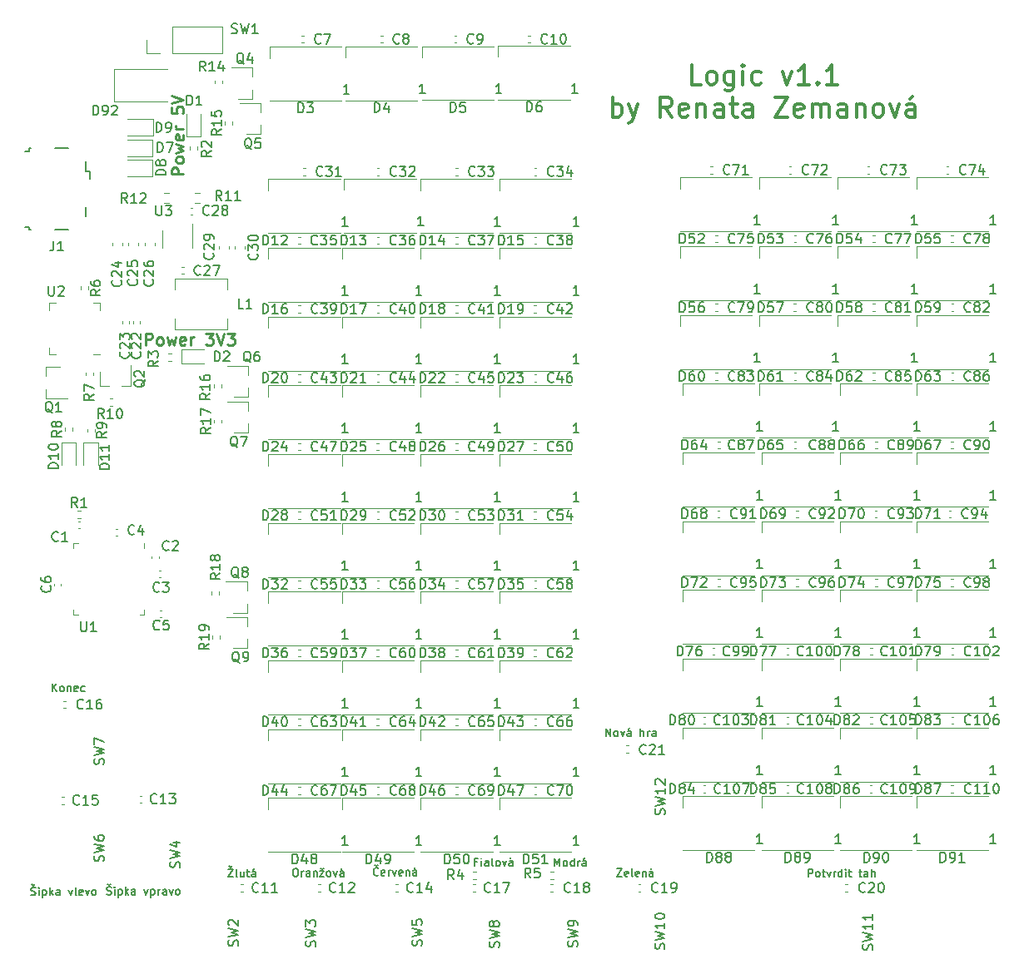
<source format=gbr>
G04 #@! TF.GenerationSoftware,KiCad,Pcbnew,5.1.5+dfsg1-2build2*
G04 #@! TF.CreationDate,2021-01-24T21:22:00+01:00*
G04 #@! TF.ProjectId,Logic_panel_v1_1,4c6f6769-635f-4706-916e-656c5f76315f,rev?*
G04 #@! TF.SameCoordinates,Original*
G04 #@! TF.FileFunction,Legend,Top*
G04 #@! TF.FilePolarity,Positive*
%FSLAX46Y46*%
G04 Gerber Fmt 4.6, Leading zero omitted, Abs format (unit mm)*
G04 Created by KiCad (PCBNEW 5.1.5+dfsg1-2build2) date 2021-01-24 21:22:00*
%MOMM*%
%LPD*%
G04 APERTURE LIST*
%ADD10C,0.300000*%
%ADD11C,0.153000*%
%ADD12C,0.250000*%
%ADD13C,0.120000*%
%ADD14C,0.150000*%
G04 APERTURE END LIST*
D10*
X119259429Y-57180762D02*
X118307048Y-57180762D01*
X118307048Y-55180762D01*
X120211810Y-57180762D02*
X120021334Y-57085524D01*
X119926096Y-56990286D01*
X119830858Y-56799810D01*
X119830858Y-56228381D01*
X119926096Y-56037905D01*
X120021334Y-55942667D01*
X120211810Y-55847429D01*
X120497524Y-55847429D01*
X120688001Y-55942667D01*
X120783239Y-56037905D01*
X120878477Y-56228381D01*
X120878477Y-56799810D01*
X120783239Y-56990286D01*
X120688001Y-57085524D01*
X120497524Y-57180762D01*
X120211810Y-57180762D01*
X122592762Y-55847429D02*
X122592762Y-57466477D01*
X122497524Y-57656953D01*
X122402286Y-57752191D01*
X122211810Y-57847429D01*
X121926096Y-57847429D01*
X121735620Y-57752191D01*
X122592762Y-57085524D02*
X122402286Y-57180762D01*
X122021334Y-57180762D01*
X121830858Y-57085524D01*
X121735620Y-56990286D01*
X121640381Y-56799810D01*
X121640381Y-56228381D01*
X121735620Y-56037905D01*
X121830858Y-55942667D01*
X122021334Y-55847429D01*
X122402286Y-55847429D01*
X122592762Y-55942667D01*
X123545143Y-57180762D02*
X123545143Y-55847429D01*
X123545143Y-55180762D02*
X123449905Y-55276001D01*
X123545143Y-55371239D01*
X123640381Y-55276001D01*
X123545143Y-55180762D01*
X123545143Y-55371239D01*
X125354667Y-57085524D02*
X125164191Y-57180762D01*
X124783239Y-57180762D01*
X124592762Y-57085524D01*
X124497524Y-56990286D01*
X124402286Y-56799810D01*
X124402286Y-56228381D01*
X124497524Y-56037905D01*
X124592762Y-55942667D01*
X124783239Y-55847429D01*
X125164191Y-55847429D01*
X125354667Y-55942667D01*
X127545143Y-55847429D02*
X128021334Y-57180762D01*
X128497524Y-55847429D01*
X130307048Y-57180762D02*
X129164191Y-57180762D01*
X129735620Y-57180762D02*
X129735620Y-55180762D01*
X129545143Y-55466477D01*
X129354667Y-55656953D01*
X129164191Y-55752191D01*
X131164191Y-56990286D02*
X131259429Y-57085524D01*
X131164191Y-57180762D01*
X131068953Y-57085524D01*
X131164191Y-56990286D01*
X131164191Y-57180762D01*
X133164191Y-57180762D02*
X132021334Y-57180762D01*
X132592762Y-57180762D02*
X132592762Y-55180762D01*
X132402286Y-55466477D01*
X132211810Y-55656953D01*
X132021334Y-55752191D01*
X110307048Y-60480762D02*
X110307048Y-58480762D01*
X110307048Y-59242667D02*
X110497524Y-59147429D01*
X110878477Y-59147429D01*
X111068953Y-59242667D01*
X111164191Y-59337905D01*
X111259429Y-59528381D01*
X111259429Y-60099810D01*
X111164191Y-60290286D01*
X111068953Y-60385524D01*
X110878477Y-60480762D01*
X110497524Y-60480762D01*
X110307048Y-60385524D01*
X111926096Y-59147429D02*
X112402286Y-60480762D01*
X112878477Y-59147429D02*
X112402286Y-60480762D01*
X112211810Y-60956953D01*
X112116572Y-61052191D01*
X111926096Y-61147429D01*
X116307048Y-60480762D02*
X115640381Y-59528381D01*
X115164191Y-60480762D02*
X115164191Y-58480762D01*
X115926096Y-58480762D01*
X116116572Y-58576001D01*
X116211810Y-58671239D01*
X116307048Y-58861715D01*
X116307048Y-59147429D01*
X116211810Y-59337905D01*
X116116572Y-59433143D01*
X115926096Y-59528381D01*
X115164191Y-59528381D01*
X117926096Y-60385524D02*
X117735620Y-60480762D01*
X117354667Y-60480762D01*
X117164191Y-60385524D01*
X117068953Y-60195048D01*
X117068953Y-59433143D01*
X117164191Y-59242667D01*
X117354667Y-59147429D01*
X117735620Y-59147429D01*
X117926096Y-59242667D01*
X118021334Y-59433143D01*
X118021334Y-59623620D01*
X117068953Y-59814096D01*
X118878477Y-59147429D02*
X118878477Y-60480762D01*
X118878477Y-59337905D02*
X118973715Y-59242667D01*
X119164191Y-59147429D01*
X119449905Y-59147429D01*
X119640381Y-59242667D01*
X119735620Y-59433143D01*
X119735620Y-60480762D01*
X121545143Y-60480762D02*
X121545143Y-59433143D01*
X121449905Y-59242667D01*
X121259429Y-59147429D01*
X120878477Y-59147429D01*
X120688000Y-59242667D01*
X121545143Y-60385524D02*
X121354667Y-60480762D01*
X120878477Y-60480762D01*
X120688000Y-60385524D01*
X120592762Y-60195048D01*
X120592762Y-60004572D01*
X120688000Y-59814096D01*
X120878477Y-59718858D01*
X121354667Y-59718858D01*
X121545143Y-59623620D01*
X122211810Y-59147429D02*
X122973715Y-59147429D01*
X122497524Y-58480762D02*
X122497524Y-60195048D01*
X122592762Y-60385524D01*
X122783239Y-60480762D01*
X122973715Y-60480762D01*
X124497524Y-60480762D02*
X124497524Y-59433143D01*
X124402286Y-59242667D01*
X124211810Y-59147429D01*
X123830858Y-59147429D01*
X123640381Y-59242667D01*
X124497524Y-60385524D02*
X124307048Y-60480762D01*
X123830858Y-60480762D01*
X123640381Y-60385524D01*
X123545143Y-60195048D01*
X123545143Y-60004572D01*
X123640381Y-59814096D01*
X123830858Y-59718858D01*
X124307048Y-59718858D01*
X124497524Y-59623620D01*
X126783239Y-58480762D02*
X128116572Y-58480762D01*
X126783239Y-60480762D01*
X128116572Y-60480762D01*
X129640381Y-60385524D02*
X129449905Y-60480762D01*
X129068953Y-60480762D01*
X128878477Y-60385524D01*
X128783239Y-60195048D01*
X128783239Y-59433143D01*
X128878477Y-59242667D01*
X129068953Y-59147429D01*
X129449905Y-59147429D01*
X129640381Y-59242667D01*
X129735620Y-59433143D01*
X129735620Y-59623620D01*
X128783239Y-59814096D01*
X130592762Y-60480762D02*
X130592762Y-59147429D01*
X130592762Y-59337905D02*
X130688000Y-59242667D01*
X130878477Y-59147429D01*
X131164191Y-59147429D01*
X131354667Y-59242667D01*
X131449905Y-59433143D01*
X131449905Y-60480762D01*
X131449905Y-59433143D02*
X131545143Y-59242667D01*
X131735620Y-59147429D01*
X132021334Y-59147429D01*
X132211810Y-59242667D01*
X132307048Y-59433143D01*
X132307048Y-60480762D01*
X134116572Y-60480762D02*
X134116572Y-59433143D01*
X134021334Y-59242667D01*
X133830858Y-59147429D01*
X133449905Y-59147429D01*
X133259429Y-59242667D01*
X134116572Y-60385524D02*
X133926096Y-60480762D01*
X133449905Y-60480762D01*
X133259429Y-60385524D01*
X133164191Y-60195048D01*
X133164191Y-60004572D01*
X133259429Y-59814096D01*
X133449905Y-59718858D01*
X133926096Y-59718858D01*
X134116572Y-59623620D01*
X135068953Y-59147429D02*
X135068953Y-60480762D01*
X135068953Y-59337905D02*
X135164191Y-59242667D01*
X135354667Y-59147429D01*
X135640381Y-59147429D01*
X135830858Y-59242667D01*
X135926096Y-59433143D01*
X135926096Y-60480762D01*
X137164191Y-60480762D02*
X136973715Y-60385524D01*
X136878477Y-60290286D01*
X136783239Y-60099810D01*
X136783239Y-59528381D01*
X136878477Y-59337905D01*
X136973715Y-59242667D01*
X137164191Y-59147429D01*
X137449905Y-59147429D01*
X137640381Y-59242667D01*
X137735620Y-59337905D01*
X137830858Y-59528381D01*
X137830858Y-60099810D01*
X137735620Y-60290286D01*
X137640381Y-60385524D01*
X137449905Y-60480762D01*
X137164191Y-60480762D01*
X138497524Y-59147429D02*
X138973715Y-60480762D01*
X139449905Y-59147429D01*
X141068953Y-60480762D02*
X141068953Y-59433143D01*
X140973715Y-59242667D01*
X140783239Y-59147429D01*
X140402286Y-59147429D01*
X140211810Y-59242667D01*
X141068953Y-60385524D02*
X140878477Y-60480762D01*
X140402286Y-60480762D01*
X140211810Y-60385524D01*
X140116572Y-60195048D01*
X140116572Y-60004572D01*
X140211810Y-59814096D01*
X140402286Y-59718858D01*
X140878477Y-59718858D01*
X141068953Y-59623620D01*
X140783239Y-58385524D02*
X140497524Y-58671239D01*
D11*
X58835715Y-139613810D02*
X58950001Y-139651905D01*
X59140477Y-139651905D01*
X59216667Y-139613810D01*
X59254762Y-139575715D01*
X59292858Y-139499524D01*
X59292858Y-139423334D01*
X59254762Y-139347143D01*
X59216667Y-139309048D01*
X59140477Y-139270953D01*
X58988096Y-139232858D01*
X58911905Y-139194762D01*
X58873810Y-139156667D01*
X58835715Y-139080477D01*
X58835715Y-139004286D01*
X58873810Y-138928096D01*
X58911905Y-138890001D01*
X58988096Y-138851905D01*
X59178572Y-138851905D01*
X59292858Y-138890001D01*
X58911905Y-138547143D02*
X59064286Y-138661429D01*
X59216667Y-138547143D01*
X59635715Y-139651905D02*
X59635715Y-139118572D01*
X59635715Y-138851905D02*
X59597620Y-138890001D01*
X59635715Y-138928096D01*
X59673810Y-138890001D01*
X59635715Y-138851905D01*
X59635715Y-138928096D01*
X60016667Y-139118572D02*
X60016667Y-139918572D01*
X60016667Y-139156667D02*
X60092858Y-139118572D01*
X60245239Y-139118572D01*
X60321429Y-139156667D01*
X60359524Y-139194762D01*
X60397620Y-139270953D01*
X60397620Y-139499524D01*
X60359524Y-139575715D01*
X60321429Y-139613810D01*
X60245239Y-139651905D01*
X60092858Y-139651905D01*
X60016667Y-139613810D01*
X60740477Y-139651905D02*
X60740477Y-138851905D01*
X60816667Y-139347143D02*
X61045239Y-139651905D01*
X61045239Y-139118572D02*
X60740477Y-139423334D01*
X61730953Y-139651905D02*
X61730953Y-139232858D01*
X61692858Y-139156667D01*
X61616667Y-139118572D01*
X61464286Y-139118572D01*
X61388096Y-139156667D01*
X61730953Y-139613810D02*
X61654762Y-139651905D01*
X61464286Y-139651905D01*
X61388096Y-139613810D01*
X61350001Y-139537620D01*
X61350001Y-139461429D01*
X61388096Y-139385239D01*
X61464286Y-139347143D01*
X61654762Y-139347143D01*
X61730953Y-139309048D01*
X62645239Y-139118572D02*
X62835715Y-139651905D01*
X63026191Y-139118572D01*
X63330953Y-139118572D02*
X63330953Y-139918572D01*
X63330953Y-139156667D02*
X63407143Y-139118572D01*
X63559524Y-139118572D01*
X63635715Y-139156667D01*
X63673810Y-139194762D01*
X63711905Y-139270953D01*
X63711905Y-139499524D01*
X63673810Y-139575715D01*
X63635715Y-139613810D01*
X63559524Y-139651905D01*
X63407143Y-139651905D01*
X63330953Y-139613810D01*
X64054762Y-139651905D02*
X64054762Y-139118572D01*
X64054762Y-139270953D02*
X64092858Y-139194762D01*
X64130953Y-139156667D01*
X64207143Y-139118572D01*
X64283334Y-139118572D01*
X64892858Y-139651905D02*
X64892858Y-139232858D01*
X64854762Y-139156667D01*
X64778572Y-139118572D01*
X64626191Y-139118572D01*
X64550001Y-139156667D01*
X64892858Y-139613810D02*
X64816667Y-139651905D01*
X64626191Y-139651905D01*
X64550001Y-139613810D01*
X64511905Y-139537620D01*
X64511905Y-139461429D01*
X64550001Y-139385239D01*
X64626191Y-139347143D01*
X64816667Y-139347143D01*
X64892858Y-139309048D01*
X65197620Y-139118572D02*
X65388096Y-139651905D01*
X65578572Y-139118572D01*
X65997620Y-139651905D02*
X65921429Y-139613810D01*
X65883334Y-139575715D01*
X65845239Y-139499524D01*
X65845239Y-139270953D01*
X65883334Y-139194762D01*
X65921429Y-139156667D01*
X65997620Y-139118572D01*
X66111905Y-139118572D01*
X66188096Y-139156667D01*
X66226191Y-139194762D01*
X66264286Y-139270953D01*
X66264286Y-139499524D01*
X66226191Y-139575715D01*
X66188096Y-139613810D01*
X66111905Y-139651905D01*
X65997620Y-139651905D01*
X51154762Y-139663810D02*
X51269048Y-139701905D01*
X51459524Y-139701905D01*
X51535715Y-139663810D01*
X51573810Y-139625715D01*
X51611905Y-139549524D01*
X51611905Y-139473334D01*
X51573810Y-139397143D01*
X51535715Y-139359048D01*
X51459524Y-139320953D01*
X51307143Y-139282858D01*
X51230953Y-139244762D01*
X51192858Y-139206667D01*
X51154762Y-139130477D01*
X51154762Y-139054286D01*
X51192858Y-138978096D01*
X51230953Y-138940001D01*
X51307143Y-138901905D01*
X51497620Y-138901905D01*
X51611905Y-138940001D01*
X51230953Y-138597143D02*
X51383334Y-138711429D01*
X51535715Y-138597143D01*
X51954762Y-139701905D02*
X51954762Y-139168572D01*
X51954762Y-138901905D02*
X51916667Y-138940001D01*
X51954762Y-138978096D01*
X51992858Y-138940001D01*
X51954762Y-138901905D01*
X51954762Y-138978096D01*
X52335715Y-139168572D02*
X52335715Y-139968572D01*
X52335715Y-139206667D02*
X52411905Y-139168572D01*
X52564286Y-139168572D01*
X52640477Y-139206667D01*
X52678572Y-139244762D01*
X52716667Y-139320953D01*
X52716667Y-139549524D01*
X52678572Y-139625715D01*
X52640477Y-139663810D01*
X52564286Y-139701905D01*
X52411905Y-139701905D01*
X52335715Y-139663810D01*
X53059524Y-139701905D02*
X53059524Y-138901905D01*
X53135715Y-139397143D02*
X53364286Y-139701905D01*
X53364286Y-139168572D02*
X53059524Y-139473334D01*
X54050001Y-139701905D02*
X54050001Y-139282858D01*
X54011905Y-139206667D01*
X53935715Y-139168572D01*
X53783334Y-139168572D01*
X53707143Y-139206667D01*
X54050001Y-139663810D02*
X53973810Y-139701905D01*
X53783334Y-139701905D01*
X53707143Y-139663810D01*
X53669048Y-139587620D01*
X53669048Y-139511429D01*
X53707143Y-139435239D01*
X53783334Y-139397143D01*
X53973810Y-139397143D01*
X54050001Y-139359048D01*
X54964286Y-139168572D02*
X55154762Y-139701905D01*
X55345239Y-139168572D01*
X55764286Y-139701905D02*
X55688096Y-139663810D01*
X55650001Y-139587620D01*
X55650001Y-138901905D01*
X56373810Y-139663810D02*
X56297620Y-139701905D01*
X56145239Y-139701905D01*
X56069048Y-139663810D01*
X56030953Y-139587620D01*
X56030953Y-139282858D01*
X56069048Y-139206667D01*
X56145239Y-139168572D01*
X56297620Y-139168572D01*
X56373810Y-139206667D01*
X56411905Y-139282858D01*
X56411905Y-139359048D01*
X56030953Y-139435239D01*
X56678572Y-139168572D02*
X56869048Y-139701905D01*
X57059524Y-139168572D01*
X57478572Y-139701905D02*
X57402381Y-139663810D01*
X57364286Y-139625715D01*
X57326191Y-139549524D01*
X57326191Y-139320953D01*
X57364286Y-139244762D01*
X57402381Y-139206667D01*
X57478572Y-139168572D01*
X57592858Y-139168572D01*
X57669048Y-139206667D01*
X57707143Y-139244762D01*
X57745239Y-139320953D01*
X57745239Y-139549524D01*
X57707143Y-139625715D01*
X57669048Y-139663810D01*
X57592858Y-139701905D01*
X57478572Y-139701905D01*
X130189524Y-137836905D02*
X130189524Y-137036905D01*
X130494286Y-137036905D01*
X130570477Y-137075001D01*
X130608572Y-137113096D01*
X130646667Y-137189286D01*
X130646667Y-137303572D01*
X130608572Y-137379762D01*
X130570477Y-137417858D01*
X130494286Y-137455953D01*
X130189524Y-137455953D01*
X131103810Y-137836905D02*
X131027620Y-137798810D01*
X130989524Y-137760715D01*
X130951429Y-137684524D01*
X130951429Y-137455953D01*
X130989524Y-137379762D01*
X131027620Y-137341667D01*
X131103810Y-137303572D01*
X131218096Y-137303572D01*
X131294286Y-137341667D01*
X131332381Y-137379762D01*
X131370477Y-137455953D01*
X131370477Y-137684524D01*
X131332381Y-137760715D01*
X131294286Y-137798810D01*
X131218096Y-137836905D01*
X131103810Y-137836905D01*
X131599048Y-137303572D02*
X131903810Y-137303572D01*
X131713334Y-137036905D02*
X131713334Y-137722620D01*
X131751429Y-137798810D01*
X131827620Y-137836905D01*
X131903810Y-137836905D01*
X132094286Y-137303572D02*
X132284762Y-137836905D01*
X132475239Y-137303572D01*
X132780001Y-137836905D02*
X132780001Y-137303572D01*
X132780001Y-137455953D02*
X132818096Y-137379762D01*
X132856191Y-137341667D01*
X132932381Y-137303572D01*
X133008572Y-137303572D01*
X133618096Y-137836905D02*
X133618096Y-137036905D01*
X133618096Y-137798810D02*
X133541905Y-137836905D01*
X133389524Y-137836905D01*
X133313334Y-137798810D01*
X133275239Y-137760715D01*
X133237143Y-137684524D01*
X133237143Y-137455953D01*
X133275239Y-137379762D01*
X133313334Y-137341667D01*
X133389524Y-137303572D01*
X133541905Y-137303572D01*
X133618096Y-137341667D01*
X133999048Y-137836905D02*
X133999048Y-137303572D01*
X133999048Y-137036905D02*
X133960953Y-137075001D01*
X133999048Y-137113096D01*
X134037143Y-137075001D01*
X133999048Y-137036905D01*
X133999048Y-137113096D01*
X134265715Y-137303572D02*
X134570477Y-137303572D01*
X134380001Y-137036905D02*
X134380001Y-137722620D01*
X134418096Y-137798810D01*
X134494286Y-137836905D01*
X134570477Y-137836905D01*
X135332381Y-137303572D02*
X135637143Y-137303572D01*
X135446667Y-137036905D02*
X135446667Y-137722620D01*
X135484762Y-137798810D01*
X135560953Y-137836905D01*
X135637143Y-137836905D01*
X136246667Y-137836905D02*
X136246667Y-137417858D01*
X136208572Y-137341667D01*
X136132381Y-137303572D01*
X135980001Y-137303572D01*
X135903810Y-137341667D01*
X136246667Y-137798810D02*
X136170477Y-137836905D01*
X135980001Y-137836905D01*
X135903810Y-137798810D01*
X135865715Y-137722620D01*
X135865715Y-137646429D01*
X135903810Y-137570239D01*
X135980001Y-137532143D01*
X136170477Y-137532143D01*
X136246667Y-137494048D01*
X136627620Y-137836905D02*
X136627620Y-137036905D01*
X136970477Y-137836905D02*
X136970477Y-137417858D01*
X136932381Y-137341667D01*
X136856191Y-137303572D01*
X136741905Y-137303572D01*
X136665715Y-137341667D01*
X136627620Y-137379762D01*
X109626667Y-123531905D02*
X109626667Y-122731905D01*
X110083810Y-123531905D01*
X110083810Y-122731905D01*
X110579048Y-123531905D02*
X110502858Y-123493810D01*
X110464762Y-123455715D01*
X110426667Y-123379524D01*
X110426667Y-123150953D01*
X110464762Y-123074762D01*
X110502858Y-123036667D01*
X110579048Y-122998572D01*
X110693334Y-122998572D01*
X110769524Y-123036667D01*
X110807620Y-123074762D01*
X110845715Y-123150953D01*
X110845715Y-123379524D01*
X110807620Y-123455715D01*
X110769524Y-123493810D01*
X110693334Y-123531905D01*
X110579048Y-123531905D01*
X111112381Y-122998572D02*
X111302858Y-123531905D01*
X111493334Y-122998572D01*
X112140953Y-123531905D02*
X112140953Y-123112858D01*
X112102858Y-123036667D01*
X112026667Y-122998572D01*
X111874286Y-122998572D01*
X111798096Y-123036667D01*
X112140953Y-123493810D02*
X112064762Y-123531905D01*
X111874286Y-123531905D01*
X111798096Y-123493810D01*
X111760001Y-123417620D01*
X111760001Y-123341429D01*
X111798096Y-123265239D01*
X111874286Y-123227143D01*
X112064762Y-123227143D01*
X112140953Y-123189048D01*
X112026667Y-122693810D02*
X111912381Y-122808096D01*
X113131429Y-123531905D02*
X113131429Y-122731905D01*
X113474286Y-123531905D02*
X113474286Y-123112858D01*
X113436191Y-123036667D01*
X113360001Y-122998572D01*
X113245715Y-122998572D01*
X113169524Y-123036667D01*
X113131429Y-123074762D01*
X113855239Y-123531905D02*
X113855239Y-122998572D01*
X113855239Y-123150953D02*
X113893334Y-123074762D01*
X113931429Y-123036667D01*
X114007620Y-122998572D01*
X114083810Y-122998572D01*
X114693334Y-123531905D02*
X114693334Y-123112858D01*
X114655239Y-123036667D01*
X114579048Y-122998572D01*
X114426667Y-122998572D01*
X114350477Y-123036667D01*
X114693334Y-123493810D02*
X114617143Y-123531905D01*
X114426667Y-123531905D01*
X114350477Y-123493810D01*
X114312381Y-123417620D01*
X114312381Y-123341429D01*
X114350477Y-123265239D01*
X114426667Y-123227143D01*
X114617143Y-123227143D01*
X114693334Y-123189048D01*
X77970001Y-136991905D02*
X78122381Y-136991905D01*
X78198572Y-137030001D01*
X78274762Y-137106191D01*
X78312858Y-137258572D01*
X78312858Y-137525239D01*
X78274762Y-137677620D01*
X78198572Y-137753810D01*
X78122381Y-137791905D01*
X77970001Y-137791905D01*
X77893810Y-137753810D01*
X77817620Y-137677620D01*
X77779524Y-137525239D01*
X77779524Y-137258572D01*
X77817620Y-137106191D01*
X77893810Y-137030001D01*
X77970001Y-136991905D01*
X78655715Y-137791905D02*
X78655715Y-137258572D01*
X78655715Y-137410953D02*
X78693810Y-137334762D01*
X78731905Y-137296667D01*
X78808096Y-137258572D01*
X78884286Y-137258572D01*
X79493810Y-137791905D02*
X79493810Y-137372858D01*
X79455715Y-137296667D01*
X79379524Y-137258572D01*
X79227143Y-137258572D01*
X79150953Y-137296667D01*
X79493810Y-137753810D02*
X79417620Y-137791905D01*
X79227143Y-137791905D01*
X79150953Y-137753810D01*
X79112858Y-137677620D01*
X79112858Y-137601429D01*
X79150953Y-137525239D01*
X79227143Y-137487143D01*
X79417620Y-137487143D01*
X79493810Y-137449048D01*
X79874762Y-137258572D02*
X79874762Y-137791905D01*
X79874762Y-137334762D02*
X79912858Y-137296667D01*
X79989048Y-137258572D01*
X80103334Y-137258572D01*
X80179524Y-137296667D01*
X80217620Y-137372858D01*
X80217620Y-137791905D01*
X80522381Y-137258572D02*
X80941429Y-137258572D01*
X80522381Y-137791905D01*
X80941429Y-137791905D01*
X80598572Y-136953810D02*
X80750953Y-137068096D01*
X80903334Y-136953810D01*
X81360477Y-137791905D02*
X81284286Y-137753810D01*
X81246191Y-137715715D01*
X81208096Y-137639524D01*
X81208096Y-137410953D01*
X81246191Y-137334762D01*
X81284286Y-137296667D01*
X81360477Y-137258572D01*
X81474762Y-137258572D01*
X81550953Y-137296667D01*
X81589048Y-137334762D01*
X81627143Y-137410953D01*
X81627143Y-137639524D01*
X81589048Y-137715715D01*
X81550953Y-137753810D01*
X81474762Y-137791905D01*
X81360477Y-137791905D01*
X81893810Y-137258572D02*
X82084286Y-137791905D01*
X82274762Y-137258572D01*
X82922381Y-137791905D02*
X82922381Y-137372858D01*
X82884286Y-137296667D01*
X82808096Y-137258572D01*
X82655715Y-137258572D01*
X82579524Y-137296667D01*
X82922381Y-137753810D02*
X82846191Y-137791905D01*
X82655715Y-137791905D01*
X82579524Y-137753810D01*
X82541429Y-137677620D01*
X82541429Y-137601429D01*
X82579524Y-137525239D01*
X82655715Y-137487143D01*
X82846191Y-137487143D01*
X82922381Y-137449048D01*
X82808096Y-136953810D02*
X82693810Y-137068096D01*
X71191429Y-137041905D02*
X71724762Y-137041905D01*
X71191429Y-137841905D01*
X71724762Y-137841905D01*
X71305715Y-136737143D02*
X71458096Y-136851429D01*
X71610477Y-136737143D01*
X72143810Y-137841905D02*
X72067620Y-137803810D01*
X72029524Y-137727620D01*
X72029524Y-137041905D01*
X72791429Y-137308572D02*
X72791429Y-137841905D01*
X72448572Y-137308572D02*
X72448572Y-137727620D01*
X72486667Y-137803810D01*
X72562858Y-137841905D01*
X72677143Y-137841905D01*
X72753334Y-137803810D01*
X72791429Y-137765715D01*
X73058096Y-137308572D02*
X73362858Y-137308572D01*
X73172381Y-137041905D02*
X73172381Y-137727620D01*
X73210477Y-137803810D01*
X73286667Y-137841905D01*
X73362858Y-137841905D01*
X73972381Y-137841905D02*
X73972381Y-137422858D01*
X73934286Y-137346667D01*
X73858096Y-137308572D01*
X73705715Y-137308572D01*
X73629524Y-137346667D01*
X73972381Y-137803810D02*
X73896191Y-137841905D01*
X73705715Y-137841905D01*
X73629524Y-137803810D01*
X73591429Y-137727620D01*
X73591429Y-137651429D01*
X73629524Y-137575239D01*
X73705715Y-137537143D01*
X73896191Y-137537143D01*
X73972381Y-137499048D01*
X73858096Y-137003810D02*
X73743810Y-137118096D01*
X86455715Y-137625715D02*
X86417620Y-137663810D01*
X86303334Y-137701905D01*
X86227143Y-137701905D01*
X86112858Y-137663810D01*
X86036667Y-137587620D01*
X85998572Y-137511429D01*
X85960477Y-137359048D01*
X85960477Y-137244762D01*
X85998572Y-137092381D01*
X86036667Y-137016191D01*
X86112858Y-136940001D01*
X86227143Y-136901905D01*
X86303334Y-136901905D01*
X86417620Y-136940001D01*
X86455715Y-136978096D01*
X86112858Y-136597143D02*
X86265239Y-136711429D01*
X86417620Y-136597143D01*
X87103334Y-137663810D02*
X87027143Y-137701905D01*
X86874762Y-137701905D01*
X86798572Y-137663810D01*
X86760477Y-137587620D01*
X86760477Y-137282858D01*
X86798572Y-137206667D01*
X86874762Y-137168572D01*
X87027143Y-137168572D01*
X87103334Y-137206667D01*
X87141429Y-137282858D01*
X87141429Y-137359048D01*
X86760477Y-137435239D01*
X87484286Y-137701905D02*
X87484286Y-137168572D01*
X87484286Y-137320953D02*
X87522381Y-137244762D01*
X87560477Y-137206667D01*
X87636667Y-137168572D01*
X87712858Y-137168572D01*
X87903334Y-137168572D02*
X88093810Y-137701905D01*
X88284286Y-137168572D01*
X88893810Y-137663810D02*
X88817620Y-137701905D01*
X88665239Y-137701905D01*
X88589048Y-137663810D01*
X88550953Y-137587620D01*
X88550953Y-137282858D01*
X88589048Y-137206667D01*
X88665239Y-137168572D01*
X88817620Y-137168572D01*
X88893810Y-137206667D01*
X88931905Y-137282858D01*
X88931905Y-137359048D01*
X88550953Y-137435239D01*
X89274762Y-137168572D02*
X89274762Y-137701905D01*
X89274762Y-137244762D02*
X89312858Y-137206667D01*
X89389048Y-137168572D01*
X89503334Y-137168572D01*
X89579524Y-137206667D01*
X89617620Y-137282858D01*
X89617620Y-137701905D01*
X90341429Y-137701905D02*
X90341429Y-137282858D01*
X90303334Y-137206667D01*
X90227143Y-137168572D01*
X90074762Y-137168572D01*
X89998572Y-137206667D01*
X90341429Y-137663810D02*
X90265239Y-137701905D01*
X90074762Y-137701905D01*
X89998572Y-137663810D01*
X89960477Y-137587620D01*
X89960477Y-137511429D01*
X89998572Y-137435239D01*
X90074762Y-137397143D01*
X90265239Y-137397143D01*
X90341429Y-137359048D01*
X90227143Y-136863810D02*
X90112858Y-136978096D01*
X96503810Y-136292858D02*
X96237143Y-136292858D01*
X96237143Y-136711905D02*
X96237143Y-135911905D01*
X96618096Y-135911905D01*
X96922858Y-136711905D02*
X96922858Y-136178572D01*
X96922858Y-135911905D02*
X96884762Y-135950001D01*
X96922858Y-135988096D01*
X96960953Y-135950001D01*
X96922858Y-135911905D01*
X96922858Y-135988096D01*
X97646667Y-136711905D02*
X97646667Y-136292858D01*
X97608572Y-136216667D01*
X97532381Y-136178572D01*
X97380001Y-136178572D01*
X97303810Y-136216667D01*
X97646667Y-136673810D02*
X97570477Y-136711905D01*
X97380001Y-136711905D01*
X97303810Y-136673810D01*
X97265715Y-136597620D01*
X97265715Y-136521429D01*
X97303810Y-136445239D01*
X97380001Y-136407143D01*
X97570477Y-136407143D01*
X97646667Y-136369048D01*
X98141905Y-136711905D02*
X98065715Y-136673810D01*
X98027620Y-136597620D01*
X98027620Y-135911905D01*
X98560953Y-136711905D02*
X98484762Y-136673810D01*
X98446667Y-136635715D01*
X98408572Y-136559524D01*
X98408572Y-136330953D01*
X98446667Y-136254762D01*
X98484762Y-136216667D01*
X98560953Y-136178572D01*
X98675239Y-136178572D01*
X98751429Y-136216667D01*
X98789524Y-136254762D01*
X98827620Y-136330953D01*
X98827620Y-136559524D01*
X98789524Y-136635715D01*
X98751429Y-136673810D01*
X98675239Y-136711905D01*
X98560953Y-136711905D01*
X99094286Y-136178572D02*
X99284762Y-136711905D01*
X99475239Y-136178572D01*
X100122858Y-136711905D02*
X100122858Y-136292858D01*
X100084762Y-136216667D01*
X100008572Y-136178572D01*
X99856191Y-136178572D01*
X99780001Y-136216667D01*
X100122858Y-136673810D02*
X100046667Y-136711905D01*
X99856191Y-136711905D01*
X99780001Y-136673810D01*
X99741905Y-136597620D01*
X99741905Y-136521429D01*
X99780001Y-136445239D01*
X99856191Y-136407143D01*
X100046667Y-136407143D01*
X100122858Y-136369048D01*
X100008572Y-135873810D02*
X99894286Y-135988096D01*
X104390001Y-136731905D02*
X104390001Y-135931905D01*
X104656667Y-136503334D01*
X104923334Y-135931905D01*
X104923334Y-136731905D01*
X105418572Y-136731905D02*
X105342381Y-136693810D01*
X105304286Y-136655715D01*
X105266191Y-136579524D01*
X105266191Y-136350953D01*
X105304286Y-136274762D01*
X105342381Y-136236667D01*
X105418572Y-136198572D01*
X105532858Y-136198572D01*
X105609048Y-136236667D01*
X105647143Y-136274762D01*
X105685239Y-136350953D01*
X105685239Y-136579524D01*
X105647143Y-136655715D01*
X105609048Y-136693810D01*
X105532858Y-136731905D01*
X105418572Y-136731905D01*
X106370953Y-136731905D02*
X106370953Y-135931905D01*
X106370953Y-136693810D02*
X106294762Y-136731905D01*
X106142381Y-136731905D01*
X106066191Y-136693810D01*
X106028096Y-136655715D01*
X105990001Y-136579524D01*
X105990001Y-136350953D01*
X106028096Y-136274762D01*
X106066191Y-136236667D01*
X106142381Y-136198572D01*
X106294762Y-136198572D01*
X106370953Y-136236667D01*
X106751905Y-136731905D02*
X106751905Y-136198572D01*
X106751905Y-136350953D02*
X106790001Y-136274762D01*
X106828096Y-136236667D01*
X106904286Y-136198572D01*
X106980477Y-136198572D01*
X107590001Y-136731905D02*
X107590001Y-136312858D01*
X107551905Y-136236667D01*
X107475715Y-136198572D01*
X107323334Y-136198572D01*
X107247143Y-136236667D01*
X107590001Y-136693810D02*
X107513810Y-136731905D01*
X107323334Y-136731905D01*
X107247143Y-136693810D01*
X107209048Y-136617620D01*
X107209048Y-136541429D01*
X107247143Y-136465239D01*
X107323334Y-136427143D01*
X107513810Y-136427143D01*
X107590001Y-136389048D01*
X107475715Y-135893810D02*
X107361429Y-136008096D01*
X110704286Y-137001905D02*
X111237620Y-137001905D01*
X110704286Y-137801905D01*
X111237620Y-137801905D01*
X111847143Y-137763810D02*
X111770953Y-137801905D01*
X111618572Y-137801905D01*
X111542381Y-137763810D01*
X111504286Y-137687620D01*
X111504286Y-137382858D01*
X111542381Y-137306667D01*
X111618572Y-137268572D01*
X111770953Y-137268572D01*
X111847143Y-137306667D01*
X111885239Y-137382858D01*
X111885239Y-137459048D01*
X111504286Y-137535239D01*
X112342381Y-137801905D02*
X112266191Y-137763810D01*
X112228096Y-137687620D01*
X112228096Y-137001905D01*
X112951905Y-137763810D02*
X112875715Y-137801905D01*
X112723334Y-137801905D01*
X112647143Y-137763810D01*
X112609048Y-137687620D01*
X112609048Y-137382858D01*
X112647143Y-137306667D01*
X112723334Y-137268572D01*
X112875715Y-137268572D01*
X112951905Y-137306667D01*
X112990001Y-137382858D01*
X112990001Y-137459048D01*
X112609048Y-137535239D01*
X113332858Y-137268572D02*
X113332858Y-137801905D01*
X113332858Y-137344762D02*
X113370953Y-137306667D01*
X113447143Y-137268572D01*
X113561429Y-137268572D01*
X113637620Y-137306667D01*
X113675715Y-137382858D01*
X113675715Y-137801905D01*
X114399524Y-137801905D02*
X114399524Y-137382858D01*
X114361429Y-137306667D01*
X114285239Y-137268572D01*
X114132858Y-137268572D01*
X114056667Y-137306667D01*
X114399524Y-137763810D02*
X114323334Y-137801905D01*
X114132858Y-137801905D01*
X114056667Y-137763810D01*
X114018572Y-137687620D01*
X114018572Y-137611429D01*
X114056667Y-137535239D01*
X114132858Y-137497143D01*
X114323334Y-137497143D01*
X114399524Y-137459048D01*
X114285239Y-136963810D02*
X114170953Y-137078096D01*
X53310953Y-118961905D02*
X53310953Y-118161905D01*
X53768096Y-118961905D02*
X53425239Y-118504762D01*
X53768096Y-118161905D02*
X53310953Y-118619048D01*
X54225239Y-118961905D02*
X54149048Y-118923810D01*
X54110953Y-118885715D01*
X54072858Y-118809524D01*
X54072858Y-118580953D01*
X54110953Y-118504762D01*
X54149048Y-118466667D01*
X54225239Y-118428572D01*
X54339524Y-118428572D01*
X54415715Y-118466667D01*
X54453810Y-118504762D01*
X54491905Y-118580953D01*
X54491905Y-118809524D01*
X54453810Y-118885715D01*
X54415715Y-118923810D01*
X54339524Y-118961905D01*
X54225239Y-118961905D01*
X54834762Y-118428572D02*
X54834762Y-118961905D01*
X54834762Y-118504762D02*
X54872858Y-118466667D01*
X54949048Y-118428572D01*
X55063334Y-118428572D01*
X55139524Y-118466667D01*
X55177620Y-118542858D01*
X55177620Y-118961905D01*
X55863334Y-118923810D02*
X55787143Y-118961905D01*
X55634762Y-118961905D01*
X55558572Y-118923810D01*
X55520477Y-118847620D01*
X55520477Y-118542858D01*
X55558572Y-118466667D01*
X55634762Y-118428572D01*
X55787143Y-118428572D01*
X55863334Y-118466667D01*
X55901429Y-118542858D01*
X55901429Y-118619048D01*
X55520477Y-118695239D01*
X56587143Y-118923810D02*
X56510953Y-118961905D01*
X56358572Y-118961905D01*
X56282381Y-118923810D01*
X56244286Y-118885715D01*
X56206191Y-118809524D01*
X56206191Y-118580953D01*
X56244286Y-118504762D01*
X56282381Y-118466667D01*
X56358572Y-118428572D01*
X56510953Y-118428572D01*
X56587143Y-118466667D01*
D12*
X62794286Y-83702858D02*
X62794286Y-82502858D01*
X63251429Y-82502858D01*
X63365715Y-82560001D01*
X63422858Y-82617143D01*
X63480001Y-82731429D01*
X63480001Y-82902858D01*
X63422858Y-83017143D01*
X63365715Y-83074286D01*
X63251429Y-83131429D01*
X62794286Y-83131429D01*
X64165715Y-83702858D02*
X64051429Y-83645715D01*
X63994286Y-83588572D01*
X63937143Y-83474286D01*
X63937143Y-83131429D01*
X63994286Y-83017143D01*
X64051429Y-82960001D01*
X64165715Y-82902858D01*
X64337143Y-82902858D01*
X64451429Y-82960001D01*
X64508572Y-83017143D01*
X64565715Y-83131429D01*
X64565715Y-83474286D01*
X64508572Y-83588572D01*
X64451429Y-83645715D01*
X64337143Y-83702858D01*
X64165715Y-83702858D01*
X64965715Y-82902858D02*
X65194286Y-83702858D01*
X65422858Y-83131429D01*
X65651429Y-83702858D01*
X65880001Y-82902858D01*
X66794286Y-83645715D02*
X66680001Y-83702858D01*
X66451429Y-83702858D01*
X66337143Y-83645715D01*
X66280001Y-83531429D01*
X66280001Y-83074286D01*
X66337143Y-82960001D01*
X66451429Y-82902858D01*
X66680001Y-82902858D01*
X66794286Y-82960001D01*
X66851429Y-83074286D01*
X66851429Y-83188572D01*
X66280001Y-83302858D01*
X67365715Y-83702858D02*
X67365715Y-82902858D01*
X67365715Y-83131429D02*
X67422858Y-83017143D01*
X67480001Y-82960001D01*
X67594286Y-82902858D01*
X67708572Y-82902858D01*
X68908572Y-82502858D02*
X69651429Y-82502858D01*
X69251429Y-82960001D01*
X69422858Y-82960001D01*
X69537143Y-83017143D01*
X69594286Y-83074286D01*
X69651429Y-83188572D01*
X69651429Y-83474286D01*
X69594286Y-83588572D01*
X69537143Y-83645715D01*
X69422858Y-83702858D01*
X69080001Y-83702858D01*
X68965715Y-83645715D01*
X68908572Y-83588572D01*
X69994286Y-82502858D02*
X70394286Y-83702858D01*
X70794286Y-82502858D01*
X71080001Y-82502858D02*
X71822858Y-82502858D01*
X71422858Y-82960001D01*
X71594286Y-82960001D01*
X71708572Y-83017143D01*
X71765715Y-83074286D01*
X71822858Y-83188572D01*
X71822858Y-83474286D01*
X71765715Y-83588572D01*
X71708572Y-83645715D01*
X71594286Y-83702858D01*
X71251429Y-83702858D01*
X71137143Y-83645715D01*
X71080001Y-83588572D01*
X66652858Y-66304286D02*
X65452858Y-66304286D01*
X65452858Y-65847143D01*
X65510001Y-65732858D01*
X65567143Y-65675715D01*
X65681429Y-65618572D01*
X65852858Y-65618572D01*
X65967143Y-65675715D01*
X66024286Y-65732858D01*
X66081429Y-65847143D01*
X66081429Y-66304286D01*
X66652858Y-64932858D02*
X66595715Y-65047143D01*
X66538572Y-65104286D01*
X66424286Y-65161429D01*
X66081429Y-65161429D01*
X65967143Y-65104286D01*
X65910001Y-65047143D01*
X65852858Y-64932858D01*
X65852858Y-64761429D01*
X65910001Y-64647143D01*
X65967143Y-64590001D01*
X66081429Y-64532858D01*
X66424286Y-64532858D01*
X66538572Y-64590001D01*
X66595715Y-64647143D01*
X66652858Y-64761429D01*
X66652858Y-64932858D01*
X65852858Y-64132858D02*
X66652858Y-63904286D01*
X66081429Y-63675715D01*
X66652858Y-63447143D01*
X65852858Y-63218572D01*
X66595715Y-62304286D02*
X66652858Y-62418572D01*
X66652858Y-62647143D01*
X66595715Y-62761429D01*
X66481429Y-62818572D01*
X66024286Y-62818572D01*
X65910001Y-62761429D01*
X65852858Y-62647143D01*
X65852858Y-62418572D01*
X65910001Y-62304286D01*
X66024286Y-62247143D01*
X66138572Y-62247143D01*
X66252858Y-62818572D01*
X66652858Y-61732858D02*
X65852858Y-61732858D01*
X66081429Y-61732858D02*
X65967143Y-61675715D01*
X65910001Y-61618572D01*
X65852858Y-61504286D01*
X65852858Y-61390001D01*
X65452858Y-59504286D02*
X65452858Y-60075715D01*
X66024286Y-60132858D01*
X65967143Y-60075715D01*
X65910001Y-59961429D01*
X65910001Y-59675715D01*
X65967143Y-59561429D01*
X66024286Y-59504286D01*
X66138572Y-59447143D01*
X66424286Y-59447143D01*
X66538572Y-59504286D01*
X66595715Y-59561429D01*
X66652858Y-59675715D01*
X66652858Y-59961429D01*
X66595715Y-60075715D01*
X66538572Y-60132858D01*
X65452858Y-59104286D02*
X66652858Y-58704286D01*
X65452858Y-58304286D01*
D13*
G04 #@! TO.C,C1*
X55910165Y-102356001D02*
X56125837Y-102356001D01*
X55910165Y-101636001D02*
X56125837Y-101636001D01*
G04 #@! TO.C,C2*
X64120001Y-105397837D02*
X64120001Y-105182165D01*
X63400001Y-105397837D02*
X63400001Y-105182165D01*
G04 #@! TO.C,C3*
X64122165Y-107370001D02*
X64337837Y-107370001D01*
X64122165Y-106650001D02*
X64337837Y-106650001D01*
G04 #@! TO.C,C4*
X59712165Y-103140001D02*
X59927837Y-103140001D01*
X59712165Y-102420001D02*
X59927837Y-102420001D01*
G04 #@! TO.C,C5*
X64437837Y-110690001D02*
X64222165Y-110690001D01*
X64437837Y-111410001D02*
X64222165Y-111410001D01*
G04 #@! TO.C,C6*
X54200001Y-108197837D02*
X54200001Y-107982165D01*
X53480001Y-108197837D02*
X53480001Y-107982165D01*
G04 #@! TO.C,C7*
X78881837Y-52216001D02*
X78666165Y-52216001D01*
X78881837Y-52936001D02*
X78666165Y-52936001D01*
G04 #@! TO.C,C8*
X86901837Y-52216001D02*
X86686165Y-52216001D01*
X86901837Y-52936001D02*
X86686165Y-52936001D01*
G04 #@! TO.C,C9*
X94401837Y-52216001D02*
X94186165Y-52216001D01*
X94401837Y-52936001D02*
X94186165Y-52936001D01*
G04 #@! TO.C,C10*
X101901837Y-52216001D02*
X101686165Y-52216001D01*
X101901837Y-52936001D02*
X101686165Y-52936001D01*
G04 #@! TO.C,C11*
X72709837Y-138592001D02*
X72494165Y-138592001D01*
X72709837Y-139312001D02*
X72494165Y-139312001D01*
G04 #@! TO.C,C12*
X80555837Y-138592001D02*
X80340165Y-138592001D01*
X80555837Y-139312001D02*
X80340165Y-139312001D01*
G04 #@! TO.C,C13*
X62387837Y-129565001D02*
X62172165Y-129565001D01*
X62387837Y-130285001D02*
X62172165Y-130285001D01*
G04 #@! TO.C,C14*
X88429837Y-138592001D02*
X88214165Y-138592001D01*
X88429837Y-139312001D02*
X88214165Y-139312001D01*
G04 #@! TO.C,C15*
X54507837Y-129690001D02*
X54292165Y-129690001D01*
X54507837Y-130410001D02*
X54292165Y-130410001D01*
G04 #@! TO.C,C16*
X54657837Y-119940001D02*
X54442165Y-119940001D01*
X54657837Y-120660001D02*
X54442165Y-120660001D01*
G04 #@! TO.C,C17*
X96303837Y-138592001D02*
X96088165Y-138592001D01*
X96303837Y-139312001D02*
X96088165Y-139312001D01*
G04 #@! TO.C,C18*
X104205837Y-138592001D02*
X103990165Y-138592001D01*
X104205837Y-139312001D02*
X103990165Y-139312001D01*
G04 #@! TO.C,C19*
X113123837Y-138592001D02*
X112908165Y-138592001D01*
X113123837Y-139312001D02*
X112908165Y-139312001D01*
G04 #@! TO.C,C20*
X134177837Y-138592001D02*
X133962165Y-138592001D01*
X134177837Y-139312001D02*
X133962165Y-139312001D01*
G04 #@! TO.C,C21*
X111867837Y-124465001D02*
X111652165Y-124465001D01*
X111867837Y-125185001D02*
X111652165Y-125185001D01*
G04 #@! TO.C,C23*
X61140001Y-81497837D02*
X61140001Y-81282165D01*
X60420001Y-81497837D02*
X60420001Y-81282165D01*
G04 #@! TO.C,C24*
X60430001Y-73580581D02*
X60430001Y-73299421D01*
X59410001Y-73580581D02*
X59410001Y-73299421D01*
G04 #@! TO.C,C25*
X62070001Y-73580581D02*
X62070001Y-73299421D01*
X61050001Y-73580581D02*
X61050001Y-73299421D01*
G04 #@! TO.C,C26*
X63720001Y-73560581D02*
X63720001Y-73279421D01*
X62700001Y-73560581D02*
X62700001Y-73279421D01*
G04 #@! TO.C,C27*
X66442165Y-76440001D02*
X66657837Y-76440001D01*
X66442165Y-75720001D02*
X66657837Y-75720001D01*
G04 #@! TO.C,C28*
X67352165Y-70450001D02*
X67567837Y-70450001D01*
X67352165Y-69730001D02*
X67567837Y-69730001D01*
G04 #@! TO.C,C29*
X70230001Y-73624421D02*
X70230001Y-73905581D01*
X71250001Y-73624421D02*
X71250001Y-73905581D01*
G04 #@! TO.C,C30*
X71840001Y-73624421D02*
X71840001Y-73905581D01*
X72860001Y-73624421D02*
X72860001Y-73905581D01*
G04 #@! TO.C,C31*
X79049837Y-65688001D02*
X78834165Y-65688001D01*
X79049837Y-66408001D02*
X78834165Y-66408001D01*
G04 #@! TO.C,C32*
X86529837Y-65688001D02*
X86314165Y-65688001D01*
X86529837Y-66408001D02*
X86314165Y-66408001D01*
G04 #@! TO.C,C33*
X94529837Y-65688001D02*
X94314165Y-65688001D01*
X94529837Y-66408001D02*
X94314165Y-66408001D01*
G04 #@! TO.C,C34*
X102529837Y-65688001D02*
X102314165Y-65688001D01*
X102529837Y-66408001D02*
X102314165Y-66408001D01*
G04 #@! TO.C,C35*
X78529837Y-72688001D02*
X78314165Y-72688001D01*
X78529837Y-73408001D02*
X78314165Y-73408001D01*
G04 #@! TO.C,C36*
X86529837Y-72688001D02*
X86314165Y-72688001D01*
X86529837Y-73408001D02*
X86314165Y-73408001D01*
G04 #@! TO.C,C37*
X94529837Y-72688001D02*
X94314165Y-72688001D01*
X94529837Y-73408001D02*
X94314165Y-73408001D01*
G04 #@! TO.C,C38*
X102529837Y-72688001D02*
X102314165Y-72688001D01*
X102529837Y-73408001D02*
X102314165Y-73408001D01*
G04 #@! TO.C,C39*
X78529837Y-79688001D02*
X78314165Y-79688001D01*
X78529837Y-80408001D02*
X78314165Y-80408001D01*
G04 #@! TO.C,C40*
X86529837Y-79688001D02*
X86314165Y-79688001D01*
X86529837Y-80408001D02*
X86314165Y-80408001D01*
G04 #@! TO.C,C41*
X94529837Y-79688001D02*
X94314165Y-79688001D01*
X94529837Y-80408001D02*
X94314165Y-80408001D01*
G04 #@! TO.C,C42*
X102509837Y-79688001D02*
X102294165Y-79688001D01*
X102509837Y-80408001D02*
X102294165Y-80408001D01*
G04 #@! TO.C,C43*
X78529837Y-86688001D02*
X78314165Y-86688001D01*
X78529837Y-87408001D02*
X78314165Y-87408001D01*
G04 #@! TO.C,C44*
X86529837Y-86688001D02*
X86314165Y-86688001D01*
X86529837Y-87408001D02*
X86314165Y-87408001D01*
G04 #@! TO.C,C45*
X94529837Y-86688001D02*
X94314165Y-86688001D01*
X94529837Y-87408001D02*
X94314165Y-87408001D01*
G04 #@! TO.C,C46*
X102529837Y-86688001D02*
X102314165Y-86688001D01*
X102529837Y-87408001D02*
X102314165Y-87408001D01*
G04 #@! TO.C,C47*
X78509837Y-93688001D02*
X78294165Y-93688001D01*
X78509837Y-94408001D02*
X78294165Y-94408001D01*
G04 #@! TO.C,C48*
X86509837Y-93688001D02*
X86294165Y-93688001D01*
X86509837Y-94408001D02*
X86294165Y-94408001D01*
G04 #@! TO.C,C49*
X94529837Y-93688001D02*
X94314165Y-93688001D01*
X94529837Y-94408001D02*
X94314165Y-94408001D01*
G04 #@! TO.C,C50*
X102509837Y-93688001D02*
X102294165Y-93688001D01*
X102509837Y-94408001D02*
X102294165Y-94408001D01*
G04 #@! TO.C,C51*
X78529837Y-100688001D02*
X78314165Y-100688001D01*
X78529837Y-101408001D02*
X78314165Y-101408001D01*
G04 #@! TO.C,C52*
X86529837Y-100688001D02*
X86314165Y-100688001D01*
X86529837Y-101408001D02*
X86314165Y-101408001D01*
G04 #@! TO.C,C53*
X94529837Y-100688001D02*
X94314165Y-100688001D01*
X94529837Y-101408001D02*
X94314165Y-101408001D01*
G04 #@! TO.C,C54*
X102509837Y-100688001D02*
X102294165Y-100688001D01*
X102509837Y-101408001D02*
X102294165Y-101408001D01*
G04 #@! TO.C,C55*
X78529837Y-107688001D02*
X78314165Y-107688001D01*
X78529837Y-108408001D02*
X78314165Y-108408001D01*
G04 #@! TO.C,C56*
X86529837Y-107688001D02*
X86314165Y-107688001D01*
X86529837Y-108408001D02*
X86314165Y-108408001D01*
G04 #@! TO.C,C57*
X94529837Y-107688001D02*
X94314165Y-107688001D01*
X94529837Y-108408001D02*
X94314165Y-108408001D01*
G04 #@! TO.C,C58*
X102529837Y-107688001D02*
X102314165Y-107688001D01*
X102529837Y-108408001D02*
X102314165Y-108408001D01*
G04 #@! TO.C,C59*
X78529837Y-114688001D02*
X78314165Y-114688001D01*
X78529837Y-115408001D02*
X78314165Y-115408001D01*
G04 #@! TO.C,C60*
X86509837Y-114688001D02*
X86294165Y-114688001D01*
X86509837Y-115408001D02*
X86294165Y-115408001D01*
G04 #@! TO.C,C61*
X94529837Y-114688001D02*
X94314165Y-114688001D01*
X94529837Y-115408001D02*
X94314165Y-115408001D01*
G04 #@! TO.C,C62*
X102509837Y-114688001D02*
X102294165Y-114688001D01*
X102509837Y-115408001D02*
X102294165Y-115408001D01*
G04 #@! TO.C,C63*
X78509837Y-121688001D02*
X78294165Y-121688001D01*
X78509837Y-122408001D02*
X78294165Y-122408001D01*
G04 #@! TO.C,C64*
X86509837Y-121688001D02*
X86294165Y-121688001D01*
X86509837Y-122408001D02*
X86294165Y-122408001D01*
G04 #@! TO.C,C65*
X94529837Y-121688001D02*
X94314165Y-121688001D01*
X94529837Y-122408001D02*
X94314165Y-122408001D01*
G04 #@! TO.C,C66*
X102529837Y-121688001D02*
X102314165Y-121688001D01*
X102529837Y-122408001D02*
X102314165Y-122408001D01*
G04 #@! TO.C,C67*
X78529837Y-128688001D02*
X78314165Y-128688001D01*
X78529837Y-129408001D02*
X78314165Y-129408001D01*
G04 #@! TO.C,C68*
X86549837Y-128688001D02*
X86334165Y-128688001D01*
X86549837Y-129408001D02*
X86334165Y-129408001D01*
G04 #@! TO.C,C69*
X94529837Y-128688001D02*
X94314165Y-128688001D01*
X94529837Y-129408001D02*
X94314165Y-129408001D01*
G04 #@! TO.C,C70*
X102529837Y-128688001D02*
X102314165Y-128688001D01*
X102529837Y-129408001D02*
X102314165Y-129408001D01*
G04 #@! TO.C,C71*
X120453837Y-65522001D02*
X120238165Y-65522001D01*
X120453837Y-66242001D02*
X120238165Y-66242001D01*
G04 #@! TO.C,C72*
X128433837Y-65522001D02*
X128218165Y-65522001D01*
X128433837Y-66242001D02*
X128218165Y-66242001D01*
G04 #@! TO.C,C73*
X136413837Y-65522001D02*
X136198165Y-65522001D01*
X136413837Y-66242001D02*
X136198165Y-66242001D01*
G04 #@! TO.C,C74*
X144433837Y-65522001D02*
X144218165Y-65522001D01*
X144433837Y-66242001D02*
X144218165Y-66242001D01*
G04 #@! TO.C,C75*
X120933837Y-72522001D02*
X120718165Y-72522001D01*
X120933837Y-73242001D02*
X120718165Y-73242001D01*
G04 #@! TO.C,C76*
X128933837Y-72522001D02*
X128718165Y-72522001D01*
X128933837Y-73242001D02*
X128718165Y-73242001D01*
G04 #@! TO.C,C77*
X136933837Y-72522001D02*
X136718165Y-72522001D01*
X136933837Y-73242001D02*
X136718165Y-73242001D01*
G04 #@! TO.C,C78*
X144913837Y-72522001D02*
X144698165Y-72522001D01*
X144913837Y-73242001D02*
X144698165Y-73242001D01*
G04 #@! TO.C,C79*
X120933837Y-79522001D02*
X120718165Y-79522001D01*
X120933837Y-80242001D02*
X120718165Y-80242001D01*
G04 #@! TO.C,C80*
X128913837Y-79522001D02*
X128698165Y-79522001D01*
X128913837Y-80242001D02*
X128698165Y-80242001D01*
G04 #@! TO.C,C81*
X136933837Y-79522001D02*
X136718165Y-79522001D01*
X136933837Y-80242001D02*
X136718165Y-80242001D01*
G04 #@! TO.C,C82*
X144933837Y-79522001D02*
X144718165Y-79522001D01*
X144933837Y-80242001D02*
X144718165Y-80242001D01*
G04 #@! TO.C,C83*
X120933837Y-86522001D02*
X120718165Y-86522001D01*
X120933837Y-87242001D02*
X120718165Y-87242001D01*
G04 #@! TO.C,C84*
X128953837Y-86522001D02*
X128738165Y-86522001D01*
X128953837Y-87242001D02*
X128738165Y-87242001D01*
G04 #@! TO.C,C85*
X136933837Y-86522001D02*
X136718165Y-86522001D01*
X136933837Y-87242001D02*
X136718165Y-87242001D01*
G04 #@! TO.C,C86*
X144933837Y-86522001D02*
X144718165Y-86522001D01*
X144933837Y-87242001D02*
X144718165Y-87242001D01*
G04 #@! TO.C,C87*
X121203837Y-93522001D02*
X120988165Y-93522001D01*
X121203837Y-94242001D02*
X120988165Y-94242001D01*
G04 #@! TO.C,C88*
X128933837Y-93522001D02*
X128718165Y-93522001D01*
X128933837Y-94242001D02*
X128718165Y-94242001D01*
G04 #@! TO.C,C89*
X137183837Y-93522001D02*
X136968165Y-93522001D01*
X137183837Y-94242001D02*
X136968165Y-94242001D01*
G04 #@! TO.C,C90*
X144913837Y-93522001D02*
X144698165Y-93522001D01*
X144913837Y-94242001D02*
X144698165Y-94242001D01*
G04 #@! TO.C,C91*
X121163837Y-100522001D02*
X120948165Y-100522001D01*
X121163837Y-101242001D02*
X120948165Y-101242001D01*
G04 #@! TO.C,C92*
X129163837Y-100522001D02*
X128948165Y-100522001D01*
X129163837Y-101242001D02*
X128948165Y-101242001D01*
G04 #@! TO.C,C93*
X137163837Y-100522001D02*
X136948165Y-100522001D01*
X137163837Y-101242001D02*
X136948165Y-101242001D01*
G04 #@! TO.C,C94*
X144703837Y-100522001D02*
X144488165Y-100522001D01*
X144703837Y-101242001D02*
X144488165Y-101242001D01*
G04 #@! TO.C,C95*
X121183837Y-107522001D02*
X120968165Y-107522001D01*
X121183837Y-108242001D02*
X120968165Y-108242001D01*
G04 #@! TO.C,C96*
X129183837Y-107522001D02*
X128968165Y-107522001D01*
X129183837Y-108242001D02*
X128968165Y-108242001D01*
G04 #@! TO.C,C97*
X137183837Y-107522001D02*
X136968165Y-107522001D01*
X137183837Y-108242001D02*
X136968165Y-108242001D01*
G04 #@! TO.C,C98*
X144913837Y-107522001D02*
X144698165Y-107522001D01*
X144913837Y-108242001D02*
X144698165Y-108242001D01*
G04 #@! TO.C,C99*
X120663837Y-114522001D02*
X120448165Y-114522001D01*
X120663837Y-115242001D02*
X120448165Y-115242001D01*
G04 #@! TO.C,C100*
X128183837Y-114522001D02*
X127968165Y-114522001D01*
X128183837Y-115242001D02*
X127968165Y-115242001D01*
G04 #@! TO.C,C101*
X136683837Y-114522001D02*
X136468165Y-114522001D01*
X136683837Y-115242001D02*
X136468165Y-115242001D01*
G04 #@! TO.C,C102*
X144933837Y-114522001D02*
X144718165Y-114522001D01*
X144933837Y-115242001D02*
X144718165Y-115242001D01*
G04 #@! TO.C,C103*
X119703837Y-121522001D02*
X119488165Y-121522001D01*
X119703837Y-122242001D02*
X119488165Y-122242001D01*
G04 #@! TO.C,C104*
X128183837Y-121522001D02*
X127968165Y-121522001D01*
X128183837Y-122242001D02*
X127968165Y-122242001D01*
G04 #@! TO.C,C105*
X136703837Y-121522001D02*
X136488165Y-121522001D01*
X136703837Y-122242001D02*
X136488165Y-122242001D01*
G04 #@! TO.C,C106*
X144933837Y-121522001D02*
X144718165Y-121522001D01*
X144933837Y-122242001D02*
X144718165Y-122242001D01*
G04 #@! TO.C,C107*
X119703837Y-128522001D02*
X119488165Y-128522001D01*
X119703837Y-129242001D02*
X119488165Y-129242001D01*
G04 #@! TO.C,C108*
X128203837Y-128522001D02*
X127988165Y-128522001D01*
X128203837Y-129242001D02*
X127988165Y-129242001D01*
G04 #@! TO.C,C109*
X136663837Y-128522001D02*
X136448165Y-128522001D01*
X136663837Y-129242001D02*
X136448165Y-129242001D01*
G04 #@! TO.C,C110*
X144913837Y-128522001D02*
X144698165Y-128522001D01*
X144913837Y-129242001D02*
X144698165Y-129242001D01*
G04 #@! TO.C,D1*
X68399001Y-62499001D02*
X68399001Y-60214001D01*
X66929001Y-62499001D02*
X68399001Y-62499001D01*
X66929001Y-60214001D02*
X66929001Y-62499001D01*
G04 #@! TO.C,D2*
X66437001Y-85609001D02*
X68722001Y-85609001D01*
X66437001Y-84139001D02*
X66437001Y-85609001D01*
X68722001Y-84139001D02*
X66437001Y-84139001D01*
G04 #@! TO.C,D3*
X75404001Y-53326001D02*
X75404001Y-54476001D01*
X82704001Y-53326001D02*
X75404001Y-53326001D01*
X82704001Y-58826001D02*
X75404001Y-58826001D01*
G04 #@! TO.C,D4*
X83144001Y-53296001D02*
X83144001Y-54446001D01*
X90444001Y-53296001D02*
X83144001Y-53296001D01*
X90444001Y-58796001D02*
X83144001Y-58796001D01*
G04 #@! TO.C,D5*
X90894001Y-53276001D02*
X90894001Y-54426001D01*
X98194001Y-53276001D02*
X90894001Y-53276001D01*
X98194001Y-58776001D02*
X90894001Y-58776001D01*
G04 #@! TO.C,D6*
X98644001Y-53226001D02*
X98644001Y-54376001D01*
X105944001Y-53226001D02*
X98644001Y-53226001D01*
X105944001Y-58726001D02*
X98644001Y-58726001D01*
G04 #@! TO.C,D7*
X63500001Y-64470001D02*
X60950001Y-64470001D01*
X63500001Y-62770001D02*
X60950001Y-62770001D01*
X63500001Y-64470001D02*
X63500001Y-62770001D01*
G04 #@! TO.C,D8*
X63500001Y-66530001D02*
X60950001Y-66530001D01*
X63500001Y-64830001D02*
X60950001Y-64830001D01*
X63500001Y-66530001D02*
X63500001Y-64830001D01*
G04 #@! TO.C,D9*
X63522001Y-62384001D02*
X60972001Y-62384001D01*
X63522001Y-60684001D02*
X60972001Y-60684001D01*
X63522001Y-62384001D02*
X63522001Y-60684001D01*
G04 #@! TO.C,D10*
X54255001Y-93605001D02*
X54255001Y-95890001D01*
X55725001Y-93605001D02*
X54255001Y-93605001D01*
X55725001Y-95890001D02*
X55725001Y-93605001D01*
G04 #@! TO.C,D11*
X56487001Y-93634501D02*
X56487001Y-95919501D01*
X57957001Y-93634501D02*
X56487001Y-93634501D01*
X57957001Y-95919501D02*
X57957001Y-93634501D01*
G04 #@! TO.C,D12*
X75272001Y-66798001D02*
X75272001Y-67948001D01*
X82572001Y-66798001D02*
X75272001Y-66798001D01*
X82572001Y-72298001D02*
X75272001Y-72298001D01*
G04 #@! TO.C,D13*
X82982001Y-66748001D02*
X82982001Y-67898001D01*
X90282001Y-66748001D02*
X82982001Y-66748001D01*
X90282001Y-72248001D02*
X82982001Y-72248001D01*
G04 #@! TO.C,D14*
X90772001Y-66798001D02*
X90772001Y-67948001D01*
X98072001Y-66798001D02*
X90772001Y-66798001D01*
X98072001Y-72298001D02*
X90772001Y-72298001D01*
G04 #@! TO.C,D15*
X98772001Y-66798001D02*
X98772001Y-67948001D01*
X106072001Y-66798001D02*
X98772001Y-66798001D01*
X106072001Y-72298001D02*
X98772001Y-72298001D01*
G04 #@! TO.C,D16*
X75272001Y-73798001D02*
X75272001Y-74948001D01*
X82572001Y-73798001D02*
X75272001Y-73798001D01*
X82572001Y-79298001D02*
X75272001Y-79298001D01*
G04 #@! TO.C,D17*
X82772001Y-73798001D02*
X82772001Y-74948001D01*
X90072001Y-73798001D02*
X82772001Y-73798001D01*
X90072001Y-79298001D02*
X82772001Y-79298001D01*
G04 #@! TO.C,D18*
X90772001Y-73798001D02*
X90772001Y-74948001D01*
X98072001Y-73798001D02*
X90772001Y-73798001D01*
X98072001Y-79298001D02*
X90772001Y-79298001D01*
G04 #@! TO.C,D19*
X98772001Y-73798001D02*
X98772001Y-74948001D01*
X106072001Y-73798001D02*
X98772001Y-73798001D01*
X106072001Y-79298001D02*
X98772001Y-79298001D01*
G04 #@! TO.C,D20*
X75272001Y-80798001D02*
X75272001Y-81948001D01*
X82572001Y-80798001D02*
X75272001Y-80798001D01*
X82572001Y-86298001D02*
X75272001Y-86298001D01*
G04 #@! TO.C,D21*
X82772001Y-80798001D02*
X82772001Y-81948001D01*
X90072001Y-80798001D02*
X82772001Y-80798001D01*
X90072001Y-86298001D02*
X82772001Y-86298001D01*
G04 #@! TO.C,D22*
X90772001Y-80798001D02*
X90772001Y-81948001D01*
X98072001Y-80798001D02*
X90772001Y-80798001D01*
X98072001Y-86298001D02*
X90772001Y-86298001D01*
G04 #@! TO.C,D23*
X98772001Y-80798001D02*
X98772001Y-81948001D01*
X106072001Y-80798001D02*
X98772001Y-80798001D01*
X106072001Y-86298001D02*
X98772001Y-86298001D01*
G04 #@! TO.C,D24*
X75272001Y-87798001D02*
X75272001Y-88948001D01*
X82572001Y-87798001D02*
X75272001Y-87798001D01*
X82572001Y-93298001D02*
X75272001Y-93298001D01*
G04 #@! TO.C,D25*
X82772001Y-87798001D02*
X82772001Y-88948001D01*
X90072001Y-87798001D02*
X82772001Y-87798001D01*
X90072001Y-93298001D02*
X82772001Y-93298001D01*
G04 #@! TO.C,D26*
X90772001Y-87798001D02*
X90772001Y-88948001D01*
X98072001Y-87798001D02*
X90772001Y-87798001D01*
X98072001Y-93298001D02*
X90772001Y-93298001D01*
G04 #@! TO.C,D27*
X98772001Y-87798001D02*
X98772001Y-88948001D01*
X106072001Y-87798001D02*
X98772001Y-87798001D01*
X106072001Y-93298001D02*
X98772001Y-93298001D01*
G04 #@! TO.C,D28*
X75272001Y-94798001D02*
X75272001Y-95948001D01*
X82572001Y-94798001D02*
X75272001Y-94798001D01*
X82572001Y-100298001D02*
X75272001Y-100298001D01*
G04 #@! TO.C,D29*
X82772001Y-94798001D02*
X82772001Y-95948001D01*
X90072001Y-94798001D02*
X82772001Y-94798001D01*
X90072001Y-100298001D02*
X82772001Y-100298001D01*
G04 #@! TO.C,D30*
X90772001Y-94798001D02*
X90772001Y-95948001D01*
X98072001Y-94798001D02*
X90772001Y-94798001D01*
X98072001Y-100298001D02*
X90772001Y-100298001D01*
G04 #@! TO.C,D31*
X98772001Y-94798001D02*
X98772001Y-95948001D01*
X106072001Y-94798001D02*
X98772001Y-94798001D01*
X106072001Y-100298001D02*
X98772001Y-100298001D01*
G04 #@! TO.C,D32*
X75272001Y-101798001D02*
X75272001Y-102948001D01*
X82572001Y-101798001D02*
X75272001Y-101798001D01*
X82572001Y-107298001D02*
X75272001Y-107298001D01*
G04 #@! TO.C,D33*
X82772001Y-101798001D02*
X82772001Y-102948001D01*
X90072001Y-101798001D02*
X82772001Y-101798001D01*
X90072001Y-107298001D02*
X82772001Y-107298001D01*
G04 #@! TO.C,D34*
X90772001Y-101798001D02*
X90772001Y-102948001D01*
X98072001Y-101798001D02*
X90772001Y-101798001D01*
X98072001Y-107298001D02*
X90772001Y-107298001D01*
G04 #@! TO.C,D35*
X98772001Y-101798001D02*
X98772001Y-102948001D01*
X106072001Y-101798001D02*
X98772001Y-101798001D01*
X106072001Y-107298001D02*
X98772001Y-107298001D01*
G04 #@! TO.C,D36*
X75272001Y-108798001D02*
X75272001Y-109948001D01*
X82572001Y-108798001D02*
X75272001Y-108798001D01*
X82572001Y-114298001D02*
X75272001Y-114298001D01*
G04 #@! TO.C,D37*
X82772001Y-108798001D02*
X82772001Y-109948001D01*
X90072001Y-108798001D02*
X82772001Y-108798001D01*
X90072001Y-114298001D02*
X82772001Y-114298001D01*
G04 #@! TO.C,D38*
X90772001Y-108798001D02*
X90772001Y-109948001D01*
X98072001Y-108798001D02*
X90772001Y-108798001D01*
X98072001Y-114298001D02*
X90772001Y-114298001D01*
G04 #@! TO.C,D39*
X98772001Y-108798001D02*
X98772001Y-109948001D01*
X106072001Y-108798001D02*
X98772001Y-108798001D01*
X106072001Y-114298001D02*
X98772001Y-114298001D01*
G04 #@! TO.C,D40*
X75272001Y-115798001D02*
X75272001Y-116948001D01*
X82572001Y-115798001D02*
X75272001Y-115798001D01*
X82572001Y-121298001D02*
X75272001Y-121298001D01*
G04 #@! TO.C,D41*
X82772001Y-115798001D02*
X82772001Y-116948001D01*
X90072001Y-115798001D02*
X82772001Y-115798001D01*
X90072001Y-121298001D02*
X82772001Y-121298001D01*
G04 #@! TO.C,D42*
X90772001Y-115798001D02*
X90772001Y-116948001D01*
X98072001Y-115798001D02*
X90772001Y-115798001D01*
X98072001Y-121298001D02*
X90772001Y-121298001D01*
G04 #@! TO.C,D43*
X98772001Y-115798001D02*
X98772001Y-116948001D01*
X106072001Y-115798001D02*
X98772001Y-115798001D01*
X106072001Y-121298001D02*
X98772001Y-121298001D01*
G04 #@! TO.C,D44*
X75272001Y-122798001D02*
X75272001Y-123948001D01*
X82572001Y-122798001D02*
X75272001Y-122798001D01*
X82572001Y-128298001D02*
X75272001Y-128298001D01*
G04 #@! TO.C,D45*
X82772001Y-122798001D02*
X82772001Y-123948001D01*
X90072001Y-122798001D02*
X82772001Y-122798001D01*
X90072001Y-128298001D02*
X82772001Y-128298001D01*
G04 #@! TO.C,D46*
X90772001Y-122798001D02*
X90772001Y-123948001D01*
X98072001Y-122798001D02*
X90772001Y-122798001D01*
X98072001Y-128298001D02*
X90772001Y-128298001D01*
G04 #@! TO.C,D47*
X98772001Y-122798001D02*
X98772001Y-123948001D01*
X106072001Y-122798001D02*
X98772001Y-122798001D01*
X106072001Y-128298001D02*
X98772001Y-128298001D01*
G04 #@! TO.C,D48*
X75272001Y-129798001D02*
X75272001Y-130948001D01*
X82572001Y-129798001D02*
X75272001Y-129798001D01*
X82572001Y-135298001D02*
X75272001Y-135298001D01*
G04 #@! TO.C,D49*
X82772001Y-129798001D02*
X82772001Y-130948001D01*
X90072001Y-129798001D02*
X82772001Y-129798001D01*
X90072001Y-135298001D02*
X82772001Y-135298001D01*
G04 #@! TO.C,D50*
X90772001Y-129798001D02*
X90772001Y-130948001D01*
X98072001Y-129798001D02*
X90772001Y-129798001D01*
X98072001Y-135298001D02*
X90772001Y-135298001D01*
G04 #@! TO.C,D51*
X98772001Y-129798001D02*
X98772001Y-130948001D01*
X106072001Y-129798001D02*
X98772001Y-129798001D01*
X106072001Y-135298001D02*
X98772001Y-135298001D01*
G04 #@! TO.C,D52*
X117176001Y-66632001D02*
X117176001Y-67782001D01*
X124476001Y-66632001D02*
X117176001Y-66632001D01*
X124476001Y-72132001D02*
X117176001Y-72132001D01*
G04 #@! TO.C,D53*
X125176001Y-66632001D02*
X125176001Y-67782001D01*
X132476001Y-66632001D02*
X125176001Y-66632001D01*
X132476001Y-72132001D02*
X125176001Y-72132001D01*
G04 #@! TO.C,D54*
X133176001Y-66632001D02*
X133176001Y-67782001D01*
X140476001Y-66632001D02*
X133176001Y-66632001D01*
X140476001Y-72132001D02*
X133176001Y-72132001D01*
G04 #@! TO.C,D55*
X141176001Y-66632001D02*
X141176001Y-67782001D01*
X148476001Y-66632001D02*
X141176001Y-66632001D01*
X148476001Y-72132001D02*
X141176001Y-72132001D01*
G04 #@! TO.C,D56*
X117176001Y-73632001D02*
X117176001Y-74782001D01*
X124476001Y-73632001D02*
X117176001Y-73632001D01*
X124476001Y-79132001D02*
X117176001Y-79132001D01*
G04 #@! TO.C,D57*
X125176001Y-73632001D02*
X125176001Y-74782001D01*
X132476001Y-73632001D02*
X125176001Y-73632001D01*
X132476001Y-79132001D02*
X125176001Y-79132001D01*
G04 #@! TO.C,D58*
X133176001Y-73632001D02*
X133176001Y-74782001D01*
X140476001Y-73632001D02*
X133176001Y-73632001D01*
X140476001Y-79132001D02*
X133176001Y-79132001D01*
G04 #@! TO.C,D59*
X141176001Y-73632001D02*
X141176001Y-74782001D01*
X148476001Y-73632001D02*
X141176001Y-73632001D01*
X148476001Y-79132001D02*
X141176001Y-79132001D01*
G04 #@! TO.C,D60*
X117176001Y-80632001D02*
X117176001Y-81782001D01*
X124476001Y-80632001D02*
X117176001Y-80632001D01*
X124476001Y-86132001D02*
X117176001Y-86132001D01*
G04 #@! TO.C,D61*
X125176001Y-80632001D02*
X125176001Y-81782001D01*
X132476001Y-80632001D02*
X125176001Y-80632001D01*
X132476001Y-86132001D02*
X125176001Y-86132001D01*
G04 #@! TO.C,D62*
X133176001Y-80632001D02*
X133176001Y-81782001D01*
X140476001Y-80632001D02*
X133176001Y-80632001D01*
X140476001Y-86132001D02*
X133176001Y-86132001D01*
G04 #@! TO.C,D63*
X141176001Y-80632001D02*
X141176001Y-81782001D01*
X148476001Y-80632001D02*
X141176001Y-80632001D01*
X148476001Y-86132001D02*
X141176001Y-86132001D01*
G04 #@! TO.C,D64*
X117426001Y-87632001D02*
X117426001Y-88782001D01*
X124726001Y-87632001D02*
X117426001Y-87632001D01*
X124726001Y-93132001D02*
X117426001Y-93132001D01*
G04 #@! TO.C,D65*
X125176001Y-87632001D02*
X125176001Y-88782001D01*
X132476001Y-87632001D02*
X125176001Y-87632001D01*
X132476001Y-93132001D02*
X125176001Y-93132001D01*
G04 #@! TO.C,D66*
X133426001Y-87632001D02*
X133426001Y-88782001D01*
X140726001Y-87632001D02*
X133426001Y-87632001D01*
X140726001Y-93132001D02*
X133426001Y-93132001D01*
G04 #@! TO.C,D67*
X141176001Y-87632001D02*
X141176001Y-88782001D01*
X148476001Y-87632001D02*
X141176001Y-87632001D01*
X148476001Y-93132001D02*
X141176001Y-93132001D01*
G04 #@! TO.C,D68*
X117426001Y-94632001D02*
X117426001Y-95782001D01*
X124726001Y-94632001D02*
X117426001Y-94632001D01*
X124726001Y-100132001D02*
X117426001Y-100132001D01*
G04 #@! TO.C,D69*
X125426001Y-94632001D02*
X125426001Y-95782001D01*
X132726001Y-94632001D02*
X125426001Y-94632001D01*
X132726001Y-100132001D02*
X125426001Y-100132001D01*
G04 #@! TO.C,D70*
X133426001Y-94632001D02*
X133426001Y-95782001D01*
X140726001Y-94632001D02*
X133426001Y-94632001D01*
X140726001Y-100132001D02*
X133426001Y-100132001D01*
G04 #@! TO.C,D71*
X141176001Y-94632001D02*
X141176001Y-95782001D01*
X148476001Y-94632001D02*
X141176001Y-94632001D01*
X148476001Y-100132001D02*
X141176001Y-100132001D01*
G04 #@! TO.C,D72*
X117426001Y-101632001D02*
X117426001Y-102782001D01*
X124726001Y-101632001D02*
X117426001Y-101632001D01*
X124726001Y-107132001D02*
X117426001Y-107132001D01*
G04 #@! TO.C,D73*
X125426001Y-101632001D02*
X125426001Y-102782001D01*
X132726001Y-101632001D02*
X125426001Y-101632001D01*
X132726001Y-107132001D02*
X125426001Y-107132001D01*
G04 #@! TO.C,D74*
X133426001Y-101632001D02*
X133426001Y-102782001D01*
X140726001Y-101632001D02*
X133426001Y-101632001D01*
X140726001Y-107132001D02*
X133426001Y-107132001D01*
G04 #@! TO.C,D75*
X141176001Y-101632001D02*
X141176001Y-102782001D01*
X148476001Y-101632001D02*
X141176001Y-101632001D01*
X148476001Y-107132001D02*
X141176001Y-107132001D01*
G04 #@! TO.C,D76*
X117426001Y-108632001D02*
X117426001Y-109782001D01*
X124726001Y-108632001D02*
X117426001Y-108632001D01*
X124726001Y-114132001D02*
X117426001Y-114132001D01*
G04 #@! TO.C,D77*
X125426001Y-108632001D02*
X125426001Y-109782001D01*
X132726001Y-108632001D02*
X125426001Y-108632001D01*
X132726001Y-114132001D02*
X125426001Y-114132001D01*
G04 #@! TO.C,D78*
X133426001Y-108632001D02*
X133426001Y-109782001D01*
X140726001Y-108632001D02*
X133426001Y-108632001D01*
X140726001Y-114132001D02*
X133426001Y-114132001D01*
G04 #@! TO.C,D79*
X141176001Y-108632001D02*
X141176001Y-109782001D01*
X148476001Y-108632001D02*
X141176001Y-108632001D01*
X148476001Y-114132001D02*
X141176001Y-114132001D01*
G04 #@! TO.C,D80*
X117426001Y-115632001D02*
X117426001Y-116782001D01*
X124726001Y-115632001D02*
X117426001Y-115632001D01*
X124726001Y-121132001D02*
X117426001Y-121132001D01*
G04 #@! TO.C,D81*
X125426001Y-115632001D02*
X125426001Y-116782001D01*
X132726001Y-115632001D02*
X125426001Y-115632001D01*
X132726001Y-121132001D02*
X125426001Y-121132001D01*
G04 #@! TO.C,D82*
X133426001Y-115632001D02*
X133426001Y-116782001D01*
X140726001Y-115632001D02*
X133426001Y-115632001D01*
X140726001Y-121132001D02*
X133426001Y-121132001D01*
G04 #@! TO.C,D83*
X141176001Y-115632001D02*
X141176001Y-116782001D01*
X148476001Y-115632001D02*
X141176001Y-115632001D01*
X148476001Y-121132001D02*
X141176001Y-121132001D01*
G04 #@! TO.C,D84*
X117426001Y-122632001D02*
X117426001Y-123782001D01*
X124726001Y-122632001D02*
X117426001Y-122632001D01*
X124726001Y-128132001D02*
X117426001Y-128132001D01*
G04 #@! TO.C,D85*
X125426001Y-122632001D02*
X125426001Y-123782001D01*
X132726001Y-122632001D02*
X125426001Y-122632001D01*
X132726001Y-128132001D02*
X125426001Y-128132001D01*
G04 #@! TO.C,D86*
X133426001Y-122632001D02*
X133426001Y-123782001D01*
X140726001Y-122632001D02*
X133426001Y-122632001D01*
X140726001Y-128132001D02*
X133426001Y-128132001D01*
G04 #@! TO.C,D87*
X141176001Y-122632001D02*
X141176001Y-123782001D01*
X148476001Y-122632001D02*
X141176001Y-122632001D01*
X148476001Y-128132001D02*
X141176001Y-128132001D01*
G04 #@! TO.C,D88*
X117426001Y-129632001D02*
X117426001Y-130782001D01*
X124726001Y-129632001D02*
X117426001Y-129632001D01*
X124726001Y-135132001D02*
X117426001Y-135132001D01*
G04 #@! TO.C,D89*
X125426001Y-129632001D02*
X125426001Y-130782001D01*
X132726001Y-129632001D02*
X125426001Y-129632001D01*
X132726001Y-135132001D02*
X125426001Y-135132001D01*
G04 #@! TO.C,D90*
X133426001Y-129632001D02*
X133426001Y-130782001D01*
X140726001Y-129632001D02*
X133426001Y-129632001D01*
X140726001Y-135132001D02*
X133426001Y-135132001D01*
G04 #@! TO.C,D91*
X141176001Y-129632001D02*
X141176001Y-130782001D01*
X148476001Y-129632001D02*
X141176001Y-129632001D01*
X148476001Y-135132001D02*
X141176001Y-135132001D01*
G04 #@! TO.C,L1*
X65730001Y-76940001D02*
X65730001Y-78040001D01*
X71130001Y-76940001D02*
X71130001Y-78040001D01*
X65730001Y-82140001D02*
X65730001Y-81040001D01*
X71130001Y-82140001D02*
X71130001Y-81040001D01*
X71130001Y-82140001D02*
X65730001Y-82140001D01*
X71130001Y-76940001D02*
X65730001Y-76940001D01*
G04 #@! TO.C,Q1*
X52660001Y-85950001D02*
X54120001Y-85950001D01*
X52660001Y-89110001D02*
X54820001Y-89110001D01*
X52660001Y-89110001D02*
X52660001Y-88180001D01*
X52660001Y-85950001D02*
X52660001Y-86880001D01*
G04 #@! TO.C,Q2*
X58122001Y-87892001D02*
X58122001Y-86432001D01*
X61282001Y-87892001D02*
X61282001Y-85732001D01*
X61282001Y-87892001D02*
X60352001Y-87892001D01*
X58122001Y-87892001D02*
X59052001Y-87892001D01*
G04 #@! TO.C,R1*
X55854360Y-101306001D02*
X56161642Y-101306001D01*
X55854360Y-100546001D02*
X56161642Y-100546001D01*
G04 #@! TO.C,R2*
X68046001Y-63787642D02*
X68046001Y-63480360D01*
X67286001Y-63787642D02*
X67286001Y-63480360D01*
G04 #@! TO.C,R3*
X65082360Y-85282001D02*
X65389642Y-85282001D01*
X65082360Y-84522001D02*
X65389642Y-84522001D01*
G04 #@! TO.C,R4*
X96070360Y-138062001D02*
X96377642Y-138062001D01*
X96070360Y-137302001D02*
X96377642Y-137302001D01*
G04 #@! TO.C,R5*
X103944360Y-138062001D02*
X104251642Y-138062001D01*
X103944360Y-137302001D02*
X104251642Y-137302001D01*
G04 #@! TO.C,R6*
X56182001Y-77738360D02*
X56182001Y-78045642D01*
X56942001Y-77738360D02*
X56942001Y-78045642D01*
G04 #@! TO.C,R7*
X57472001Y-86785642D02*
X57472001Y-86478360D01*
X56712001Y-86785642D02*
X56712001Y-86478360D01*
G04 #@! TO.C,R9*
X57602001Y-92555642D02*
X57602001Y-92248360D01*
X56842001Y-92555642D02*
X56842001Y-92248360D01*
G04 #@! TO.C,R10*
X59445642Y-89122001D02*
X59138360Y-89122001D01*
X59445642Y-89882001D02*
X59138360Y-89882001D01*
G04 #@! TO.C,R11*
X68277259Y-68207501D02*
X67802743Y-68207501D01*
X68277259Y-69252501D02*
X67802743Y-69252501D01*
G04 #@! TO.C,R12*
X65167259Y-68197501D02*
X64692743Y-68197501D01*
X65167259Y-69242501D02*
X64692743Y-69242501D01*
G04 #@! TO.C,R14*
X69810001Y-56756360D02*
X69810001Y-57063642D01*
X70570001Y-56756360D02*
X70570001Y-57063642D01*
G04 #@! TO.C,R15*
X71586001Y-61249642D02*
X71586001Y-60942360D01*
X70826001Y-61249642D02*
X70826001Y-60942360D01*
G04 #@! TO.C,R16*
X69750001Y-87696360D02*
X69750001Y-88003642D01*
X70510001Y-87696360D02*
X70510001Y-88003642D01*
G04 #@! TO.C,R17*
X70490001Y-91623642D02*
X70490001Y-91316360D01*
X69730001Y-91623642D02*
X69730001Y-91316360D01*
G04 #@! TO.C,SW1*
X62890001Y-53970001D02*
X62890001Y-52640001D01*
X64220001Y-53970001D02*
X62890001Y-53970001D01*
X65490001Y-53970001D02*
X65490001Y-51310001D01*
X65490001Y-51310001D02*
X70630001Y-51310001D01*
X65490001Y-53970001D02*
X70630001Y-53970001D01*
X70630001Y-53970001D02*
X70630001Y-51310001D01*
G04 #@! TO.C,U1*
X62668001Y-104381001D02*
X62668001Y-103906001D01*
X55448001Y-111126001D02*
X55923001Y-111126001D01*
X55448001Y-110651001D02*
X55448001Y-111126001D01*
X55448001Y-103906001D02*
X55923001Y-103906001D01*
X55448001Y-104381001D02*
X55448001Y-103906001D01*
X62668001Y-111126001D02*
X62193001Y-111126001D01*
X62668001Y-110651001D02*
X62668001Y-111126001D01*
G04 #@! TO.C,U2*
X57447001Y-84652001D02*
X58172001Y-84652001D01*
X52952001Y-79432001D02*
X52952001Y-80157001D01*
X53677001Y-79432001D02*
X52952001Y-79432001D01*
X58172001Y-79432001D02*
X58172001Y-80157001D01*
X57447001Y-79432001D02*
X58172001Y-79432001D01*
X52952001Y-84652001D02*
X52952001Y-83927001D01*
X53677001Y-84652001D02*
X52952001Y-84652001D01*
G04 #@! TO.C,U3*
X67540001Y-73770001D02*
X67540001Y-71340001D01*
X64470001Y-72010001D02*
X64470001Y-73770001D01*
G04 #@! TO.C,Q4*
X73650001Y-58610001D02*
X72190001Y-58610001D01*
X73650001Y-55450001D02*
X71490001Y-55450001D01*
X73650001Y-55450001D02*
X73650001Y-56380001D01*
X73650001Y-58610001D02*
X73650001Y-57680001D01*
G04 #@! TO.C,Q5*
X74510001Y-62240001D02*
X73050001Y-62240001D01*
X74510001Y-59080001D02*
X72350001Y-59080001D01*
X74510001Y-59080001D02*
X74510001Y-60010001D01*
X74510001Y-62240001D02*
X74510001Y-61310001D01*
G04 #@! TO.C,Q6*
X73250001Y-88990001D02*
X71790001Y-88990001D01*
X73250001Y-85830001D02*
X71090001Y-85830001D01*
X73250001Y-85830001D02*
X73250001Y-86760001D01*
X73250001Y-88990001D02*
X73250001Y-88060001D01*
G04 #@! TO.C,Q7*
X73230001Y-92620001D02*
X71770001Y-92620001D01*
X73230001Y-89460001D02*
X71070001Y-89460001D01*
X73230001Y-89460001D02*
X73230001Y-90390001D01*
X73230001Y-92620001D02*
X73230001Y-91690001D01*
G04 #@! TO.C,Q8*
X73130001Y-110940001D02*
X71670001Y-110940001D01*
X73130001Y-107780001D02*
X70970001Y-107780001D01*
X73130001Y-107780001D02*
X73130001Y-108710001D01*
X73130001Y-110940001D02*
X73130001Y-110010001D01*
G04 #@! TO.C,Q9*
X73140001Y-114570001D02*
X71680001Y-114570001D01*
X73140001Y-111410001D02*
X70980001Y-111410001D01*
X73140001Y-111410001D02*
X73140001Y-112340001D01*
X73140001Y-114570001D02*
X73140001Y-113640001D01*
G04 #@! TO.C,R8*
X55340001Y-92413642D02*
X55340001Y-92106360D01*
X54580001Y-92413642D02*
X54580001Y-92106360D01*
D14*
G04 #@! TO.C,J1*
X56690001Y-69620001D02*
X56690001Y-70620001D01*
X56690001Y-66020001D02*
X56690001Y-65020001D01*
X57115001Y-66020001D02*
X56690001Y-66020001D01*
X57115001Y-66745001D02*
X57115001Y-66020001D01*
X53540001Y-71970001D02*
X54940001Y-71970001D01*
X50990001Y-71970001D02*
X51140001Y-71970001D01*
X50990001Y-71670001D02*
X50990001Y-71970001D01*
X50540001Y-71670001D02*
X50990001Y-71670001D01*
X50990001Y-63970001D02*
X50540001Y-63970001D01*
X50990001Y-63670001D02*
X50990001Y-63970001D01*
X51140001Y-63670001D02*
X50990001Y-63670001D01*
X54940001Y-63670001D02*
X53540001Y-63670001D01*
D13*
G04 #@! TO.C,R18*
X69500001Y-108766360D02*
X69500001Y-109073642D01*
X70260001Y-108766360D02*
X70260001Y-109073642D01*
G04 #@! TO.C,R19*
X70320001Y-113583642D02*
X70320001Y-113276360D01*
X69560001Y-113583642D02*
X69560001Y-113276360D01*
G04 #@! TO.C,C22*
X62210001Y-81497837D02*
X62210001Y-81282165D01*
X61490001Y-81497837D02*
X61490001Y-81282165D01*
G04 #@! TO.C,D92*
X59590001Y-55590001D02*
X64990001Y-55590001D01*
X59590001Y-58890001D02*
X64990001Y-58890001D01*
X59590001Y-55590001D02*
X59590001Y-58890001D01*
G04 #@! TO.C,C1*
D14*
X53893334Y-103587143D02*
X53845715Y-103634762D01*
X53702858Y-103682381D01*
X53607620Y-103682381D01*
X53464762Y-103634762D01*
X53369524Y-103539524D01*
X53321905Y-103444286D01*
X53274286Y-103253810D01*
X53274286Y-103110953D01*
X53321905Y-102920477D01*
X53369524Y-102825239D01*
X53464762Y-102730001D01*
X53607620Y-102682381D01*
X53702858Y-102682381D01*
X53845715Y-102730001D01*
X53893334Y-102777620D01*
X54845715Y-103682381D02*
X54274286Y-103682381D01*
X54560001Y-103682381D02*
X54560001Y-102682381D01*
X54464762Y-102825239D01*
X54369524Y-102920477D01*
X54274286Y-102968096D01*
G04 #@! TO.C,C2*
X65143334Y-104527143D02*
X65095715Y-104574762D01*
X64952858Y-104622381D01*
X64857620Y-104622381D01*
X64714762Y-104574762D01*
X64619524Y-104479524D01*
X64571905Y-104384286D01*
X64524286Y-104193810D01*
X64524286Y-104050953D01*
X64571905Y-103860477D01*
X64619524Y-103765239D01*
X64714762Y-103670001D01*
X64857620Y-103622381D01*
X64952858Y-103622381D01*
X65095715Y-103670001D01*
X65143334Y-103717620D01*
X65524286Y-103717620D02*
X65571905Y-103670001D01*
X65667143Y-103622381D01*
X65905239Y-103622381D01*
X66000477Y-103670001D01*
X66048096Y-103717620D01*
X66095715Y-103812858D01*
X66095715Y-103908096D01*
X66048096Y-104050953D01*
X65476667Y-104622381D01*
X66095715Y-104622381D01*
G04 #@! TO.C,C3*
X64183334Y-108737143D02*
X64135715Y-108784762D01*
X63992858Y-108832381D01*
X63897620Y-108832381D01*
X63754762Y-108784762D01*
X63659524Y-108689524D01*
X63611905Y-108594286D01*
X63564286Y-108403810D01*
X63564286Y-108260953D01*
X63611905Y-108070477D01*
X63659524Y-107975239D01*
X63754762Y-107880001D01*
X63897620Y-107832381D01*
X63992858Y-107832381D01*
X64135715Y-107880001D01*
X64183334Y-107927620D01*
X64516667Y-107832381D02*
X65135715Y-107832381D01*
X64802381Y-108213334D01*
X64945239Y-108213334D01*
X65040477Y-108260953D01*
X65088096Y-108308572D01*
X65135715Y-108403810D01*
X65135715Y-108641905D01*
X65088096Y-108737143D01*
X65040477Y-108784762D01*
X64945239Y-108832381D01*
X64659524Y-108832381D01*
X64564286Y-108784762D01*
X64516667Y-108737143D01*
G04 #@! TO.C,C4*
X61643334Y-102917143D02*
X61595715Y-102964762D01*
X61452858Y-103012381D01*
X61357620Y-103012381D01*
X61214762Y-102964762D01*
X61119524Y-102869524D01*
X61071905Y-102774286D01*
X61024286Y-102583810D01*
X61024286Y-102440953D01*
X61071905Y-102250477D01*
X61119524Y-102155239D01*
X61214762Y-102060001D01*
X61357620Y-102012381D01*
X61452858Y-102012381D01*
X61595715Y-102060001D01*
X61643334Y-102107620D01*
X62500477Y-102345715D02*
X62500477Y-103012381D01*
X62262381Y-101964762D02*
X62024286Y-102679048D01*
X62643334Y-102679048D01*
G04 #@! TO.C,C5*
X64203334Y-112607143D02*
X64155715Y-112654762D01*
X64012858Y-112702381D01*
X63917620Y-112702381D01*
X63774762Y-112654762D01*
X63679524Y-112559524D01*
X63631905Y-112464286D01*
X63584286Y-112273810D01*
X63584286Y-112130953D01*
X63631905Y-111940477D01*
X63679524Y-111845239D01*
X63774762Y-111750001D01*
X63917620Y-111702381D01*
X64012858Y-111702381D01*
X64155715Y-111750001D01*
X64203334Y-111797620D01*
X65108096Y-111702381D02*
X64631905Y-111702381D01*
X64584286Y-112178572D01*
X64631905Y-112130953D01*
X64727143Y-112083334D01*
X64965239Y-112083334D01*
X65060477Y-112130953D01*
X65108096Y-112178572D01*
X65155715Y-112273810D01*
X65155715Y-112511905D01*
X65108096Y-112607143D01*
X65060477Y-112654762D01*
X64965239Y-112702381D01*
X64727143Y-112702381D01*
X64631905Y-112654762D01*
X64584286Y-112607143D01*
G04 #@! TO.C,C6*
X53077143Y-108216667D02*
X53124762Y-108264286D01*
X53172381Y-108407143D01*
X53172381Y-108502381D01*
X53124762Y-108645239D01*
X53029524Y-108740477D01*
X52934286Y-108788096D01*
X52743810Y-108835715D01*
X52600953Y-108835715D01*
X52410477Y-108788096D01*
X52315239Y-108740477D01*
X52220001Y-108645239D01*
X52172381Y-108502381D01*
X52172381Y-108407143D01*
X52220001Y-108264286D01*
X52267620Y-108216667D01*
X52172381Y-107359524D02*
X52172381Y-107550001D01*
X52220001Y-107645239D01*
X52267620Y-107692858D01*
X52410477Y-107788096D01*
X52600953Y-107835715D01*
X52981905Y-107835715D01*
X53077143Y-107788096D01*
X53124762Y-107740477D01*
X53172381Y-107645239D01*
X53172381Y-107454762D01*
X53124762Y-107359524D01*
X53077143Y-107311905D01*
X52981905Y-107264286D01*
X52743810Y-107264286D01*
X52648572Y-107311905D01*
X52600953Y-107359524D01*
X52553334Y-107454762D01*
X52553334Y-107645239D01*
X52600953Y-107740477D01*
X52648572Y-107788096D01*
X52743810Y-107835715D01*
G04 #@! TO.C,C7*
X80627334Y-52933143D02*
X80579715Y-52980762D01*
X80436858Y-53028381D01*
X80341620Y-53028381D01*
X80198762Y-52980762D01*
X80103524Y-52885524D01*
X80055905Y-52790286D01*
X80008286Y-52599810D01*
X80008286Y-52456953D01*
X80055905Y-52266477D01*
X80103524Y-52171239D01*
X80198762Y-52076001D01*
X80341620Y-52028381D01*
X80436858Y-52028381D01*
X80579715Y-52076001D01*
X80627334Y-52123620D01*
X80960667Y-52028381D02*
X81627334Y-52028381D01*
X81198762Y-53028381D01*
G04 #@! TO.C,C8*
X88607334Y-52933143D02*
X88559715Y-52980762D01*
X88416858Y-53028381D01*
X88321620Y-53028381D01*
X88178762Y-52980762D01*
X88083524Y-52885524D01*
X88035905Y-52790286D01*
X87988286Y-52599810D01*
X87988286Y-52456953D01*
X88035905Y-52266477D01*
X88083524Y-52171239D01*
X88178762Y-52076001D01*
X88321620Y-52028381D01*
X88416858Y-52028381D01*
X88559715Y-52076001D01*
X88607334Y-52123620D01*
X89178762Y-52456953D02*
X89083524Y-52409334D01*
X89035905Y-52361715D01*
X88988286Y-52266477D01*
X88988286Y-52218858D01*
X89035905Y-52123620D01*
X89083524Y-52076001D01*
X89178762Y-52028381D01*
X89369239Y-52028381D01*
X89464477Y-52076001D01*
X89512096Y-52123620D01*
X89559715Y-52218858D01*
X89559715Y-52266477D01*
X89512096Y-52361715D01*
X89464477Y-52409334D01*
X89369239Y-52456953D01*
X89178762Y-52456953D01*
X89083524Y-52504572D01*
X89035905Y-52552191D01*
X88988286Y-52647429D01*
X88988286Y-52837905D01*
X89035905Y-52933143D01*
X89083524Y-52980762D01*
X89178762Y-53028381D01*
X89369239Y-53028381D01*
X89464477Y-52980762D01*
X89512096Y-52933143D01*
X89559715Y-52837905D01*
X89559715Y-52647429D01*
X89512096Y-52552191D01*
X89464477Y-52504572D01*
X89369239Y-52456953D01*
G04 #@! TO.C,C9*
X96127334Y-52933143D02*
X96079715Y-52980762D01*
X95936858Y-53028381D01*
X95841620Y-53028381D01*
X95698762Y-52980762D01*
X95603524Y-52885524D01*
X95555905Y-52790286D01*
X95508286Y-52599810D01*
X95508286Y-52456953D01*
X95555905Y-52266477D01*
X95603524Y-52171239D01*
X95698762Y-52076001D01*
X95841620Y-52028381D01*
X95936858Y-52028381D01*
X96079715Y-52076001D01*
X96127334Y-52123620D01*
X96603524Y-53028381D02*
X96794001Y-53028381D01*
X96889239Y-52980762D01*
X96936858Y-52933143D01*
X97032096Y-52790286D01*
X97079715Y-52599810D01*
X97079715Y-52218858D01*
X97032096Y-52123620D01*
X96984477Y-52076001D01*
X96889239Y-52028381D01*
X96698762Y-52028381D01*
X96603524Y-52076001D01*
X96555905Y-52123620D01*
X96508286Y-52218858D01*
X96508286Y-52456953D01*
X96555905Y-52552191D01*
X96603524Y-52599810D01*
X96698762Y-52647429D01*
X96889239Y-52647429D01*
X96984477Y-52599810D01*
X97032096Y-52552191D01*
X97079715Y-52456953D01*
G04 #@! TO.C,C10*
X103651143Y-52933143D02*
X103603524Y-52980762D01*
X103460667Y-53028381D01*
X103365429Y-53028381D01*
X103222572Y-52980762D01*
X103127334Y-52885524D01*
X103079715Y-52790286D01*
X103032096Y-52599810D01*
X103032096Y-52456953D01*
X103079715Y-52266477D01*
X103127334Y-52171239D01*
X103222572Y-52076001D01*
X103365429Y-52028381D01*
X103460667Y-52028381D01*
X103603524Y-52076001D01*
X103651143Y-52123620D01*
X104603524Y-53028381D02*
X104032096Y-53028381D01*
X104317810Y-53028381D02*
X104317810Y-52028381D01*
X104222572Y-52171239D01*
X104127334Y-52266477D01*
X104032096Y-52314096D01*
X105222572Y-52028381D02*
X105317810Y-52028381D01*
X105413048Y-52076001D01*
X105460667Y-52123620D01*
X105508286Y-52218858D01*
X105555905Y-52409334D01*
X105555905Y-52647429D01*
X105508286Y-52837905D01*
X105460667Y-52933143D01*
X105413048Y-52980762D01*
X105317810Y-53028381D01*
X105222572Y-53028381D01*
X105127334Y-52980762D01*
X105079715Y-52933143D01*
X105032096Y-52837905D01*
X104984477Y-52647429D01*
X104984477Y-52409334D01*
X105032096Y-52218858D01*
X105079715Y-52123620D01*
X105127334Y-52076001D01*
X105222572Y-52028381D01*
G04 #@! TO.C,C11*
X74273143Y-139309143D02*
X74225524Y-139356762D01*
X74082667Y-139404381D01*
X73987429Y-139404381D01*
X73844572Y-139356762D01*
X73749334Y-139261524D01*
X73701715Y-139166286D01*
X73654096Y-138975810D01*
X73654096Y-138832953D01*
X73701715Y-138642477D01*
X73749334Y-138547239D01*
X73844572Y-138452001D01*
X73987429Y-138404381D01*
X74082667Y-138404381D01*
X74225524Y-138452001D01*
X74273143Y-138499620D01*
X75225524Y-139404381D02*
X74654096Y-139404381D01*
X74939810Y-139404381D02*
X74939810Y-138404381D01*
X74844572Y-138547239D01*
X74749334Y-138642477D01*
X74654096Y-138690096D01*
X76177905Y-139404381D02*
X75606477Y-139404381D01*
X75892191Y-139404381D02*
X75892191Y-138404381D01*
X75796953Y-138547239D01*
X75701715Y-138642477D01*
X75606477Y-138690096D01*
G04 #@! TO.C,C12*
X82119143Y-139309143D02*
X82071524Y-139356762D01*
X81928667Y-139404381D01*
X81833429Y-139404381D01*
X81690572Y-139356762D01*
X81595334Y-139261524D01*
X81547715Y-139166286D01*
X81500096Y-138975810D01*
X81500096Y-138832953D01*
X81547715Y-138642477D01*
X81595334Y-138547239D01*
X81690572Y-138452001D01*
X81833429Y-138404381D01*
X81928667Y-138404381D01*
X82071524Y-138452001D01*
X82119143Y-138499620D01*
X83071524Y-139404381D02*
X82500096Y-139404381D01*
X82785810Y-139404381D02*
X82785810Y-138404381D01*
X82690572Y-138547239D01*
X82595334Y-138642477D01*
X82500096Y-138690096D01*
X83452477Y-138499620D02*
X83500096Y-138452001D01*
X83595334Y-138404381D01*
X83833429Y-138404381D01*
X83928667Y-138452001D01*
X83976286Y-138499620D01*
X84023905Y-138594858D01*
X84023905Y-138690096D01*
X83976286Y-138832953D01*
X83404858Y-139404381D01*
X84023905Y-139404381D01*
G04 #@! TO.C,C13*
X63923143Y-130282143D02*
X63875524Y-130329762D01*
X63732667Y-130377381D01*
X63637429Y-130377381D01*
X63494572Y-130329762D01*
X63399334Y-130234524D01*
X63351715Y-130139286D01*
X63304096Y-129948810D01*
X63304096Y-129805953D01*
X63351715Y-129615477D01*
X63399334Y-129520239D01*
X63494572Y-129425001D01*
X63637429Y-129377381D01*
X63732667Y-129377381D01*
X63875524Y-129425001D01*
X63923143Y-129472620D01*
X64875524Y-130377381D02*
X64304096Y-130377381D01*
X64589810Y-130377381D02*
X64589810Y-129377381D01*
X64494572Y-129520239D01*
X64399334Y-129615477D01*
X64304096Y-129663096D01*
X65208858Y-129377381D02*
X65827905Y-129377381D01*
X65494572Y-129758334D01*
X65637429Y-129758334D01*
X65732667Y-129805953D01*
X65780286Y-129853572D01*
X65827905Y-129948810D01*
X65827905Y-130186905D01*
X65780286Y-130282143D01*
X65732667Y-130329762D01*
X65637429Y-130377381D01*
X65351715Y-130377381D01*
X65256477Y-130329762D01*
X65208858Y-130282143D01*
G04 #@! TO.C,C14*
X89993143Y-139309143D02*
X89945524Y-139356762D01*
X89802667Y-139404381D01*
X89707429Y-139404381D01*
X89564572Y-139356762D01*
X89469334Y-139261524D01*
X89421715Y-139166286D01*
X89374096Y-138975810D01*
X89374096Y-138832953D01*
X89421715Y-138642477D01*
X89469334Y-138547239D01*
X89564572Y-138452001D01*
X89707429Y-138404381D01*
X89802667Y-138404381D01*
X89945524Y-138452001D01*
X89993143Y-138499620D01*
X90945524Y-139404381D02*
X90374096Y-139404381D01*
X90659810Y-139404381D02*
X90659810Y-138404381D01*
X90564572Y-138547239D01*
X90469334Y-138642477D01*
X90374096Y-138690096D01*
X91802667Y-138737715D02*
X91802667Y-139404381D01*
X91564572Y-138356762D02*
X91326477Y-139071048D01*
X91945524Y-139071048D01*
G04 #@! TO.C,C15*
X56043143Y-130407143D02*
X55995524Y-130454762D01*
X55852667Y-130502381D01*
X55757429Y-130502381D01*
X55614572Y-130454762D01*
X55519334Y-130359524D01*
X55471715Y-130264286D01*
X55424096Y-130073810D01*
X55424096Y-129930953D01*
X55471715Y-129740477D01*
X55519334Y-129645239D01*
X55614572Y-129550001D01*
X55757429Y-129502381D01*
X55852667Y-129502381D01*
X55995524Y-129550001D01*
X56043143Y-129597620D01*
X56995524Y-130502381D02*
X56424096Y-130502381D01*
X56709810Y-130502381D02*
X56709810Y-129502381D01*
X56614572Y-129645239D01*
X56519334Y-129740477D01*
X56424096Y-129788096D01*
X57900286Y-129502381D02*
X57424096Y-129502381D01*
X57376477Y-129978572D01*
X57424096Y-129930953D01*
X57519334Y-129883334D01*
X57757429Y-129883334D01*
X57852667Y-129930953D01*
X57900286Y-129978572D01*
X57947905Y-130073810D01*
X57947905Y-130311905D01*
X57900286Y-130407143D01*
X57852667Y-130454762D01*
X57757429Y-130502381D01*
X57519334Y-130502381D01*
X57424096Y-130454762D01*
X57376477Y-130407143D01*
G04 #@! TO.C,C16*
X56447143Y-120657143D02*
X56399524Y-120704762D01*
X56256667Y-120752381D01*
X56161429Y-120752381D01*
X56018572Y-120704762D01*
X55923334Y-120609524D01*
X55875715Y-120514286D01*
X55828096Y-120323810D01*
X55828096Y-120180953D01*
X55875715Y-119990477D01*
X55923334Y-119895239D01*
X56018572Y-119800001D01*
X56161429Y-119752381D01*
X56256667Y-119752381D01*
X56399524Y-119800001D01*
X56447143Y-119847620D01*
X57399524Y-120752381D02*
X56828096Y-120752381D01*
X57113810Y-120752381D02*
X57113810Y-119752381D01*
X57018572Y-119895239D01*
X56923334Y-119990477D01*
X56828096Y-120038096D01*
X58256667Y-119752381D02*
X58066191Y-119752381D01*
X57970953Y-119800001D01*
X57923334Y-119847620D01*
X57828096Y-119990477D01*
X57780477Y-120180953D01*
X57780477Y-120561905D01*
X57828096Y-120657143D01*
X57875715Y-120704762D01*
X57970953Y-120752381D01*
X58161429Y-120752381D01*
X58256667Y-120704762D01*
X58304286Y-120657143D01*
X58351905Y-120561905D01*
X58351905Y-120323810D01*
X58304286Y-120228572D01*
X58256667Y-120180953D01*
X58161429Y-120133334D01*
X57970953Y-120133334D01*
X57875715Y-120180953D01*
X57828096Y-120228572D01*
X57780477Y-120323810D01*
G04 #@! TO.C,C17*
X97867143Y-139309143D02*
X97819524Y-139356762D01*
X97676667Y-139404381D01*
X97581429Y-139404381D01*
X97438572Y-139356762D01*
X97343334Y-139261524D01*
X97295715Y-139166286D01*
X97248096Y-138975810D01*
X97248096Y-138832953D01*
X97295715Y-138642477D01*
X97343334Y-138547239D01*
X97438572Y-138452001D01*
X97581429Y-138404381D01*
X97676667Y-138404381D01*
X97819524Y-138452001D01*
X97867143Y-138499620D01*
X98819524Y-139404381D02*
X98248096Y-139404381D01*
X98533810Y-139404381D02*
X98533810Y-138404381D01*
X98438572Y-138547239D01*
X98343334Y-138642477D01*
X98248096Y-138690096D01*
X99152858Y-138404381D02*
X99819524Y-138404381D01*
X99390953Y-139404381D01*
G04 #@! TO.C,C18*
X105995143Y-139309143D02*
X105947524Y-139356762D01*
X105804667Y-139404381D01*
X105709429Y-139404381D01*
X105566572Y-139356762D01*
X105471334Y-139261524D01*
X105423715Y-139166286D01*
X105376096Y-138975810D01*
X105376096Y-138832953D01*
X105423715Y-138642477D01*
X105471334Y-138547239D01*
X105566572Y-138452001D01*
X105709429Y-138404381D01*
X105804667Y-138404381D01*
X105947524Y-138452001D01*
X105995143Y-138499620D01*
X106947524Y-139404381D02*
X106376096Y-139404381D01*
X106661810Y-139404381D02*
X106661810Y-138404381D01*
X106566572Y-138547239D01*
X106471334Y-138642477D01*
X106376096Y-138690096D01*
X107518953Y-138832953D02*
X107423715Y-138785334D01*
X107376096Y-138737715D01*
X107328477Y-138642477D01*
X107328477Y-138594858D01*
X107376096Y-138499620D01*
X107423715Y-138452001D01*
X107518953Y-138404381D01*
X107709429Y-138404381D01*
X107804667Y-138452001D01*
X107852286Y-138499620D01*
X107899905Y-138594858D01*
X107899905Y-138642477D01*
X107852286Y-138737715D01*
X107804667Y-138785334D01*
X107709429Y-138832953D01*
X107518953Y-138832953D01*
X107423715Y-138880572D01*
X107376096Y-138928191D01*
X107328477Y-139023429D01*
X107328477Y-139213905D01*
X107376096Y-139309143D01*
X107423715Y-139356762D01*
X107518953Y-139404381D01*
X107709429Y-139404381D01*
X107804667Y-139356762D01*
X107852286Y-139309143D01*
X107899905Y-139213905D01*
X107899905Y-139023429D01*
X107852286Y-138928191D01*
X107804667Y-138880572D01*
X107709429Y-138832953D01*
G04 #@! TO.C,C19*
X114885143Y-139309143D02*
X114837524Y-139356762D01*
X114694667Y-139404381D01*
X114599429Y-139404381D01*
X114456572Y-139356762D01*
X114361334Y-139261524D01*
X114313715Y-139166286D01*
X114266096Y-138975810D01*
X114266096Y-138832953D01*
X114313715Y-138642477D01*
X114361334Y-138547239D01*
X114456572Y-138452001D01*
X114599429Y-138404381D01*
X114694667Y-138404381D01*
X114837524Y-138452001D01*
X114885143Y-138499620D01*
X115837524Y-139404381D02*
X115266096Y-139404381D01*
X115551810Y-139404381D02*
X115551810Y-138404381D01*
X115456572Y-138547239D01*
X115361334Y-138642477D01*
X115266096Y-138690096D01*
X116313715Y-139404381D02*
X116504191Y-139404381D01*
X116599429Y-139356762D01*
X116647048Y-139309143D01*
X116742286Y-139166286D01*
X116789905Y-138975810D01*
X116789905Y-138594858D01*
X116742286Y-138499620D01*
X116694667Y-138452001D01*
X116599429Y-138404381D01*
X116408953Y-138404381D01*
X116313715Y-138452001D01*
X116266096Y-138499620D01*
X116218477Y-138594858D01*
X116218477Y-138832953D01*
X116266096Y-138928191D01*
X116313715Y-138975810D01*
X116408953Y-139023429D01*
X116599429Y-139023429D01*
X116694667Y-138975810D01*
X116742286Y-138928191D01*
X116789905Y-138832953D01*
G04 #@! TO.C,C20*
X135967143Y-139309143D02*
X135919524Y-139356762D01*
X135776667Y-139404381D01*
X135681429Y-139404381D01*
X135538572Y-139356762D01*
X135443334Y-139261524D01*
X135395715Y-139166286D01*
X135348096Y-138975810D01*
X135348096Y-138832953D01*
X135395715Y-138642477D01*
X135443334Y-138547239D01*
X135538572Y-138452001D01*
X135681429Y-138404381D01*
X135776667Y-138404381D01*
X135919524Y-138452001D01*
X135967143Y-138499620D01*
X136348096Y-138499620D02*
X136395715Y-138452001D01*
X136490953Y-138404381D01*
X136729048Y-138404381D01*
X136824286Y-138452001D01*
X136871905Y-138499620D01*
X136919524Y-138594858D01*
X136919524Y-138690096D01*
X136871905Y-138832953D01*
X136300477Y-139404381D01*
X136919524Y-139404381D01*
X137538572Y-138404381D02*
X137633810Y-138404381D01*
X137729048Y-138452001D01*
X137776667Y-138499620D01*
X137824286Y-138594858D01*
X137871905Y-138785334D01*
X137871905Y-139023429D01*
X137824286Y-139213905D01*
X137776667Y-139309143D01*
X137729048Y-139356762D01*
X137633810Y-139404381D01*
X137538572Y-139404381D01*
X137443334Y-139356762D01*
X137395715Y-139309143D01*
X137348096Y-139213905D01*
X137300477Y-139023429D01*
X137300477Y-138785334D01*
X137348096Y-138594858D01*
X137395715Y-138499620D01*
X137443334Y-138452001D01*
X137538572Y-138404381D01*
G04 #@! TO.C,C21*
X113665143Y-125264143D02*
X113617524Y-125311762D01*
X113474667Y-125359381D01*
X113379429Y-125359381D01*
X113236572Y-125311762D01*
X113141334Y-125216524D01*
X113093715Y-125121286D01*
X113046096Y-124930810D01*
X113046096Y-124787953D01*
X113093715Y-124597477D01*
X113141334Y-124502239D01*
X113236572Y-124407001D01*
X113379429Y-124359381D01*
X113474667Y-124359381D01*
X113617524Y-124407001D01*
X113665143Y-124454620D01*
X114046096Y-124454620D02*
X114093715Y-124407001D01*
X114188953Y-124359381D01*
X114427048Y-124359381D01*
X114522286Y-124407001D01*
X114569905Y-124454620D01*
X114617524Y-124549858D01*
X114617524Y-124645096D01*
X114569905Y-124787953D01*
X113998477Y-125359381D01*
X114617524Y-125359381D01*
X115569905Y-125359381D02*
X114998477Y-125359381D01*
X115284191Y-125359381D02*
X115284191Y-124359381D01*
X115188953Y-124502239D01*
X115093715Y-124597477D01*
X114998477Y-124645096D01*
G04 #@! TO.C,C23*
X61067143Y-84412858D02*
X61114762Y-84460477D01*
X61162381Y-84603334D01*
X61162381Y-84698572D01*
X61114762Y-84841429D01*
X61019524Y-84936667D01*
X60924286Y-84984286D01*
X60733810Y-85031905D01*
X60590953Y-85031905D01*
X60400477Y-84984286D01*
X60305239Y-84936667D01*
X60210001Y-84841429D01*
X60162381Y-84698572D01*
X60162381Y-84603334D01*
X60210001Y-84460477D01*
X60257620Y-84412858D01*
X60257620Y-84031905D02*
X60210001Y-83984286D01*
X60162381Y-83889048D01*
X60162381Y-83650953D01*
X60210001Y-83555715D01*
X60257620Y-83508096D01*
X60352858Y-83460477D01*
X60448096Y-83460477D01*
X60590953Y-83508096D01*
X61162381Y-84079524D01*
X61162381Y-83460477D01*
X60162381Y-83127143D02*
X60162381Y-82508096D01*
X60543334Y-82841429D01*
X60543334Y-82698572D01*
X60590953Y-82603334D01*
X60638572Y-82555715D01*
X60733810Y-82508096D01*
X60971905Y-82508096D01*
X61067143Y-82555715D01*
X61114762Y-82603334D01*
X61162381Y-82698572D01*
X61162381Y-82984286D01*
X61114762Y-83079524D01*
X61067143Y-83127143D01*
G04 #@! TO.C,C24*
X60257143Y-77102858D02*
X60304762Y-77150477D01*
X60352381Y-77293334D01*
X60352381Y-77388572D01*
X60304762Y-77531429D01*
X60209524Y-77626667D01*
X60114286Y-77674286D01*
X59923810Y-77721905D01*
X59780953Y-77721905D01*
X59590477Y-77674286D01*
X59495239Y-77626667D01*
X59400001Y-77531429D01*
X59352381Y-77388572D01*
X59352381Y-77293334D01*
X59400001Y-77150477D01*
X59447620Y-77102858D01*
X59447620Y-76721905D02*
X59400001Y-76674286D01*
X59352381Y-76579048D01*
X59352381Y-76340953D01*
X59400001Y-76245715D01*
X59447620Y-76198096D01*
X59542858Y-76150477D01*
X59638096Y-76150477D01*
X59780953Y-76198096D01*
X60352381Y-76769524D01*
X60352381Y-76150477D01*
X59685715Y-75293334D02*
X60352381Y-75293334D01*
X59304762Y-75531429D02*
X60019048Y-75769524D01*
X60019048Y-75150477D01*
G04 #@! TO.C,C25*
X61877143Y-77012858D02*
X61924762Y-77060477D01*
X61972381Y-77203334D01*
X61972381Y-77298572D01*
X61924762Y-77441429D01*
X61829524Y-77536667D01*
X61734286Y-77584286D01*
X61543810Y-77631905D01*
X61400953Y-77631905D01*
X61210477Y-77584286D01*
X61115239Y-77536667D01*
X61020001Y-77441429D01*
X60972381Y-77298572D01*
X60972381Y-77203334D01*
X61020001Y-77060477D01*
X61067620Y-77012858D01*
X61067620Y-76631905D02*
X61020001Y-76584286D01*
X60972381Y-76489048D01*
X60972381Y-76250953D01*
X61020001Y-76155715D01*
X61067620Y-76108096D01*
X61162858Y-76060477D01*
X61258096Y-76060477D01*
X61400953Y-76108096D01*
X61972381Y-76679524D01*
X61972381Y-76060477D01*
X60972381Y-75155715D02*
X60972381Y-75631905D01*
X61448572Y-75679524D01*
X61400953Y-75631905D01*
X61353334Y-75536667D01*
X61353334Y-75298572D01*
X61400953Y-75203334D01*
X61448572Y-75155715D01*
X61543810Y-75108096D01*
X61781905Y-75108096D01*
X61877143Y-75155715D01*
X61924762Y-75203334D01*
X61972381Y-75298572D01*
X61972381Y-75536667D01*
X61924762Y-75631905D01*
X61877143Y-75679524D01*
G04 #@! TO.C,C26*
X63497143Y-77042858D02*
X63544762Y-77090477D01*
X63592381Y-77233334D01*
X63592381Y-77328572D01*
X63544762Y-77471429D01*
X63449524Y-77566667D01*
X63354286Y-77614286D01*
X63163810Y-77661905D01*
X63020953Y-77661905D01*
X62830477Y-77614286D01*
X62735239Y-77566667D01*
X62640001Y-77471429D01*
X62592381Y-77328572D01*
X62592381Y-77233334D01*
X62640001Y-77090477D01*
X62687620Y-77042858D01*
X62687620Y-76661905D02*
X62640001Y-76614286D01*
X62592381Y-76519048D01*
X62592381Y-76280953D01*
X62640001Y-76185715D01*
X62687620Y-76138096D01*
X62782858Y-76090477D01*
X62878096Y-76090477D01*
X63020953Y-76138096D01*
X63592381Y-76709524D01*
X63592381Y-76090477D01*
X62592381Y-75233334D02*
X62592381Y-75423810D01*
X62640001Y-75519048D01*
X62687620Y-75566667D01*
X62830477Y-75661905D01*
X63020953Y-75709524D01*
X63401905Y-75709524D01*
X63497143Y-75661905D01*
X63544762Y-75614286D01*
X63592381Y-75519048D01*
X63592381Y-75328572D01*
X63544762Y-75233334D01*
X63497143Y-75185715D01*
X63401905Y-75138096D01*
X63163810Y-75138096D01*
X63068572Y-75185715D01*
X63020953Y-75233334D01*
X62973334Y-75328572D01*
X62973334Y-75519048D01*
X63020953Y-75614286D01*
X63068572Y-75661905D01*
X63163810Y-75709524D01*
G04 #@! TO.C,C27*
X68367143Y-76497143D02*
X68319524Y-76544762D01*
X68176667Y-76592381D01*
X68081429Y-76592381D01*
X67938572Y-76544762D01*
X67843334Y-76449524D01*
X67795715Y-76354286D01*
X67748096Y-76163810D01*
X67748096Y-76020953D01*
X67795715Y-75830477D01*
X67843334Y-75735239D01*
X67938572Y-75640001D01*
X68081429Y-75592381D01*
X68176667Y-75592381D01*
X68319524Y-75640001D01*
X68367143Y-75687620D01*
X68748096Y-75687620D02*
X68795715Y-75640001D01*
X68890953Y-75592381D01*
X69129048Y-75592381D01*
X69224286Y-75640001D01*
X69271905Y-75687620D01*
X69319524Y-75782858D01*
X69319524Y-75878096D01*
X69271905Y-76020953D01*
X68700477Y-76592381D01*
X69319524Y-76592381D01*
X69652858Y-75592381D02*
X70319524Y-75592381D01*
X69890953Y-76592381D01*
G04 #@! TO.C,C28*
X69227143Y-70387143D02*
X69179524Y-70434762D01*
X69036667Y-70482381D01*
X68941429Y-70482381D01*
X68798572Y-70434762D01*
X68703334Y-70339524D01*
X68655715Y-70244286D01*
X68608096Y-70053810D01*
X68608096Y-69910953D01*
X68655715Y-69720477D01*
X68703334Y-69625239D01*
X68798572Y-69530001D01*
X68941429Y-69482381D01*
X69036667Y-69482381D01*
X69179524Y-69530001D01*
X69227143Y-69577620D01*
X69608096Y-69577620D02*
X69655715Y-69530001D01*
X69750953Y-69482381D01*
X69989048Y-69482381D01*
X70084286Y-69530001D01*
X70131905Y-69577620D01*
X70179524Y-69672858D01*
X70179524Y-69768096D01*
X70131905Y-69910953D01*
X69560477Y-70482381D01*
X70179524Y-70482381D01*
X70750953Y-69910953D02*
X70655715Y-69863334D01*
X70608096Y-69815715D01*
X70560477Y-69720477D01*
X70560477Y-69672858D01*
X70608096Y-69577620D01*
X70655715Y-69530001D01*
X70750953Y-69482381D01*
X70941429Y-69482381D01*
X71036667Y-69530001D01*
X71084286Y-69577620D01*
X71131905Y-69672858D01*
X71131905Y-69720477D01*
X71084286Y-69815715D01*
X71036667Y-69863334D01*
X70941429Y-69910953D01*
X70750953Y-69910953D01*
X70655715Y-69958572D01*
X70608096Y-70006191D01*
X70560477Y-70101429D01*
X70560477Y-70291905D01*
X70608096Y-70387143D01*
X70655715Y-70434762D01*
X70750953Y-70482381D01*
X70941429Y-70482381D01*
X71036667Y-70434762D01*
X71084286Y-70387143D01*
X71131905Y-70291905D01*
X71131905Y-70101429D01*
X71084286Y-70006191D01*
X71036667Y-69958572D01*
X70941429Y-69910953D01*
G04 #@! TO.C,C29*
X69627143Y-74342858D02*
X69674762Y-74390477D01*
X69722381Y-74533334D01*
X69722381Y-74628572D01*
X69674762Y-74771429D01*
X69579524Y-74866667D01*
X69484286Y-74914286D01*
X69293810Y-74961905D01*
X69150953Y-74961905D01*
X68960477Y-74914286D01*
X68865239Y-74866667D01*
X68770001Y-74771429D01*
X68722381Y-74628572D01*
X68722381Y-74533334D01*
X68770001Y-74390477D01*
X68817620Y-74342858D01*
X68817620Y-73961905D02*
X68770001Y-73914286D01*
X68722381Y-73819048D01*
X68722381Y-73580953D01*
X68770001Y-73485715D01*
X68817620Y-73438096D01*
X68912858Y-73390477D01*
X69008096Y-73390477D01*
X69150953Y-73438096D01*
X69722381Y-74009524D01*
X69722381Y-73390477D01*
X69722381Y-72914286D02*
X69722381Y-72723810D01*
X69674762Y-72628572D01*
X69627143Y-72580953D01*
X69484286Y-72485715D01*
X69293810Y-72438096D01*
X68912858Y-72438096D01*
X68817620Y-72485715D01*
X68770001Y-72533334D01*
X68722381Y-72628572D01*
X68722381Y-72819048D01*
X68770001Y-72914286D01*
X68817620Y-72961905D01*
X68912858Y-73009524D01*
X69150953Y-73009524D01*
X69246191Y-72961905D01*
X69293810Y-72914286D01*
X69341429Y-72819048D01*
X69341429Y-72628572D01*
X69293810Y-72533334D01*
X69246191Y-72485715D01*
X69150953Y-72438096D01*
G04 #@! TO.C,C30*
X74137143Y-74407858D02*
X74184762Y-74455477D01*
X74232381Y-74598334D01*
X74232381Y-74693572D01*
X74184762Y-74836429D01*
X74089524Y-74931667D01*
X73994286Y-74979286D01*
X73803810Y-75026905D01*
X73660953Y-75026905D01*
X73470477Y-74979286D01*
X73375239Y-74931667D01*
X73280001Y-74836429D01*
X73232381Y-74693572D01*
X73232381Y-74598334D01*
X73280001Y-74455477D01*
X73327620Y-74407858D01*
X73232381Y-74074524D02*
X73232381Y-73455477D01*
X73613334Y-73788810D01*
X73613334Y-73645953D01*
X73660953Y-73550715D01*
X73708572Y-73503096D01*
X73803810Y-73455477D01*
X74041905Y-73455477D01*
X74137143Y-73503096D01*
X74184762Y-73550715D01*
X74232381Y-73645953D01*
X74232381Y-73931667D01*
X74184762Y-74026905D01*
X74137143Y-74074524D01*
X73232381Y-72836429D02*
X73232381Y-72741191D01*
X73280001Y-72645953D01*
X73327620Y-72598334D01*
X73422858Y-72550715D01*
X73613334Y-72503096D01*
X73851429Y-72503096D01*
X74041905Y-72550715D01*
X74137143Y-72598334D01*
X74184762Y-72645953D01*
X74232381Y-72741191D01*
X74232381Y-72836429D01*
X74184762Y-72931667D01*
X74137143Y-72979286D01*
X74041905Y-73026905D01*
X73851429Y-73074524D01*
X73613334Y-73074524D01*
X73422858Y-73026905D01*
X73327620Y-72979286D01*
X73280001Y-72931667D01*
X73232381Y-72836429D01*
G04 #@! TO.C,C31*
X80779143Y-66405143D02*
X80731524Y-66452762D01*
X80588667Y-66500381D01*
X80493429Y-66500381D01*
X80350572Y-66452762D01*
X80255334Y-66357524D01*
X80207715Y-66262286D01*
X80160096Y-66071810D01*
X80160096Y-65928953D01*
X80207715Y-65738477D01*
X80255334Y-65643239D01*
X80350572Y-65548001D01*
X80493429Y-65500381D01*
X80588667Y-65500381D01*
X80731524Y-65548001D01*
X80779143Y-65595620D01*
X81112477Y-65500381D02*
X81731524Y-65500381D01*
X81398191Y-65881334D01*
X81541048Y-65881334D01*
X81636286Y-65928953D01*
X81683905Y-65976572D01*
X81731524Y-66071810D01*
X81731524Y-66309905D01*
X81683905Y-66405143D01*
X81636286Y-66452762D01*
X81541048Y-66500381D01*
X81255334Y-66500381D01*
X81160096Y-66452762D01*
X81112477Y-66405143D01*
X82683905Y-66500381D02*
X82112477Y-66500381D01*
X82398191Y-66500381D02*
X82398191Y-65500381D01*
X82302953Y-65643239D01*
X82207715Y-65738477D01*
X82112477Y-65786096D01*
G04 #@! TO.C,C32*
X88279143Y-66405143D02*
X88231524Y-66452762D01*
X88088667Y-66500381D01*
X87993429Y-66500381D01*
X87850572Y-66452762D01*
X87755334Y-66357524D01*
X87707715Y-66262286D01*
X87660096Y-66071810D01*
X87660096Y-65928953D01*
X87707715Y-65738477D01*
X87755334Y-65643239D01*
X87850572Y-65548001D01*
X87993429Y-65500381D01*
X88088667Y-65500381D01*
X88231524Y-65548001D01*
X88279143Y-65595620D01*
X88612477Y-65500381D02*
X89231524Y-65500381D01*
X88898191Y-65881334D01*
X89041048Y-65881334D01*
X89136286Y-65928953D01*
X89183905Y-65976572D01*
X89231524Y-66071810D01*
X89231524Y-66309905D01*
X89183905Y-66405143D01*
X89136286Y-66452762D01*
X89041048Y-66500381D01*
X88755334Y-66500381D01*
X88660096Y-66452762D01*
X88612477Y-66405143D01*
X89612477Y-65595620D02*
X89660096Y-65548001D01*
X89755334Y-65500381D01*
X89993429Y-65500381D01*
X90088667Y-65548001D01*
X90136286Y-65595620D01*
X90183905Y-65690858D01*
X90183905Y-65786096D01*
X90136286Y-65928953D01*
X89564858Y-66500381D01*
X90183905Y-66500381D01*
G04 #@! TO.C,C33*
X96279143Y-66405143D02*
X96231524Y-66452762D01*
X96088667Y-66500381D01*
X95993429Y-66500381D01*
X95850572Y-66452762D01*
X95755334Y-66357524D01*
X95707715Y-66262286D01*
X95660096Y-66071810D01*
X95660096Y-65928953D01*
X95707715Y-65738477D01*
X95755334Y-65643239D01*
X95850572Y-65548001D01*
X95993429Y-65500381D01*
X96088667Y-65500381D01*
X96231524Y-65548001D01*
X96279143Y-65595620D01*
X96612477Y-65500381D02*
X97231524Y-65500381D01*
X96898191Y-65881334D01*
X97041048Y-65881334D01*
X97136286Y-65928953D01*
X97183905Y-65976572D01*
X97231524Y-66071810D01*
X97231524Y-66309905D01*
X97183905Y-66405143D01*
X97136286Y-66452762D01*
X97041048Y-66500381D01*
X96755334Y-66500381D01*
X96660096Y-66452762D01*
X96612477Y-66405143D01*
X97564858Y-65500381D02*
X98183905Y-65500381D01*
X97850572Y-65881334D01*
X97993429Y-65881334D01*
X98088667Y-65928953D01*
X98136286Y-65976572D01*
X98183905Y-66071810D01*
X98183905Y-66309905D01*
X98136286Y-66405143D01*
X98088667Y-66452762D01*
X97993429Y-66500381D01*
X97707715Y-66500381D01*
X97612477Y-66452762D01*
X97564858Y-66405143D01*
G04 #@! TO.C,C34*
X104279143Y-66405143D02*
X104231524Y-66452762D01*
X104088667Y-66500381D01*
X103993429Y-66500381D01*
X103850572Y-66452762D01*
X103755334Y-66357524D01*
X103707715Y-66262286D01*
X103660096Y-66071810D01*
X103660096Y-65928953D01*
X103707715Y-65738477D01*
X103755334Y-65643239D01*
X103850572Y-65548001D01*
X103993429Y-65500381D01*
X104088667Y-65500381D01*
X104231524Y-65548001D01*
X104279143Y-65595620D01*
X104612477Y-65500381D02*
X105231524Y-65500381D01*
X104898191Y-65881334D01*
X105041048Y-65881334D01*
X105136286Y-65928953D01*
X105183905Y-65976572D01*
X105231524Y-66071810D01*
X105231524Y-66309905D01*
X105183905Y-66405143D01*
X105136286Y-66452762D01*
X105041048Y-66500381D01*
X104755334Y-66500381D01*
X104660096Y-66452762D01*
X104612477Y-66405143D01*
X106088667Y-65833715D02*
X106088667Y-66500381D01*
X105850572Y-65452762D02*
X105612477Y-66167048D01*
X106231524Y-66167048D01*
G04 #@! TO.C,C35*
X80259143Y-73405143D02*
X80211524Y-73452762D01*
X80068667Y-73500381D01*
X79973429Y-73500381D01*
X79830572Y-73452762D01*
X79735334Y-73357524D01*
X79687715Y-73262286D01*
X79640096Y-73071810D01*
X79640096Y-72928953D01*
X79687715Y-72738477D01*
X79735334Y-72643239D01*
X79830572Y-72548001D01*
X79973429Y-72500381D01*
X80068667Y-72500381D01*
X80211524Y-72548001D01*
X80259143Y-72595620D01*
X80592477Y-72500381D02*
X81211524Y-72500381D01*
X80878191Y-72881334D01*
X81021048Y-72881334D01*
X81116286Y-72928953D01*
X81163905Y-72976572D01*
X81211524Y-73071810D01*
X81211524Y-73309905D01*
X81163905Y-73405143D01*
X81116286Y-73452762D01*
X81021048Y-73500381D01*
X80735334Y-73500381D01*
X80640096Y-73452762D01*
X80592477Y-73405143D01*
X82116286Y-72500381D02*
X81640096Y-72500381D01*
X81592477Y-72976572D01*
X81640096Y-72928953D01*
X81735334Y-72881334D01*
X81973429Y-72881334D01*
X82068667Y-72928953D01*
X82116286Y-72976572D01*
X82163905Y-73071810D01*
X82163905Y-73309905D01*
X82116286Y-73405143D01*
X82068667Y-73452762D01*
X81973429Y-73500381D01*
X81735334Y-73500381D01*
X81640096Y-73452762D01*
X81592477Y-73405143D01*
G04 #@! TO.C,C36*
X88279143Y-73405143D02*
X88231524Y-73452762D01*
X88088667Y-73500381D01*
X87993429Y-73500381D01*
X87850572Y-73452762D01*
X87755334Y-73357524D01*
X87707715Y-73262286D01*
X87660096Y-73071810D01*
X87660096Y-72928953D01*
X87707715Y-72738477D01*
X87755334Y-72643239D01*
X87850572Y-72548001D01*
X87993429Y-72500381D01*
X88088667Y-72500381D01*
X88231524Y-72548001D01*
X88279143Y-72595620D01*
X88612477Y-72500381D02*
X89231524Y-72500381D01*
X88898191Y-72881334D01*
X89041048Y-72881334D01*
X89136286Y-72928953D01*
X89183905Y-72976572D01*
X89231524Y-73071810D01*
X89231524Y-73309905D01*
X89183905Y-73405143D01*
X89136286Y-73452762D01*
X89041048Y-73500381D01*
X88755334Y-73500381D01*
X88660096Y-73452762D01*
X88612477Y-73405143D01*
X90088667Y-72500381D02*
X89898191Y-72500381D01*
X89802953Y-72548001D01*
X89755334Y-72595620D01*
X89660096Y-72738477D01*
X89612477Y-72928953D01*
X89612477Y-73309905D01*
X89660096Y-73405143D01*
X89707715Y-73452762D01*
X89802953Y-73500381D01*
X89993429Y-73500381D01*
X90088667Y-73452762D01*
X90136286Y-73405143D01*
X90183905Y-73309905D01*
X90183905Y-73071810D01*
X90136286Y-72976572D01*
X90088667Y-72928953D01*
X89993429Y-72881334D01*
X89802953Y-72881334D01*
X89707715Y-72928953D01*
X89660096Y-72976572D01*
X89612477Y-73071810D01*
G04 #@! TO.C,C37*
X96279143Y-73405143D02*
X96231524Y-73452762D01*
X96088667Y-73500381D01*
X95993429Y-73500381D01*
X95850572Y-73452762D01*
X95755334Y-73357524D01*
X95707715Y-73262286D01*
X95660096Y-73071810D01*
X95660096Y-72928953D01*
X95707715Y-72738477D01*
X95755334Y-72643239D01*
X95850572Y-72548001D01*
X95993429Y-72500381D01*
X96088667Y-72500381D01*
X96231524Y-72548001D01*
X96279143Y-72595620D01*
X96612477Y-72500381D02*
X97231524Y-72500381D01*
X96898191Y-72881334D01*
X97041048Y-72881334D01*
X97136286Y-72928953D01*
X97183905Y-72976572D01*
X97231524Y-73071810D01*
X97231524Y-73309905D01*
X97183905Y-73405143D01*
X97136286Y-73452762D01*
X97041048Y-73500381D01*
X96755334Y-73500381D01*
X96660096Y-73452762D01*
X96612477Y-73405143D01*
X97564858Y-72500381D02*
X98231524Y-72500381D01*
X97802953Y-73500381D01*
G04 #@! TO.C,C38*
X104279143Y-73405143D02*
X104231524Y-73452762D01*
X104088667Y-73500381D01*
X103993429Y-73500381D01*
X103850572Y-73452762D01*
X103755334Y-73357524D01*
X103707715Y-73262286D01*
X103660096Y-73071810D01*
X103660096Y-72928953D01*
X103707715Y-72738477D01*
X103755334Y-72643239D01*
X103850572Y-72548001D01*
X103993429Y-72500381D01*
X104088667Y-72500381D01*
X104231524Y-72548001D01*
X104279143Y-72595620D01*
X104612477Y-72500381D02*
X105231524Y-72500381D01*
X104898191Y-72881334D01*
X105041048Y-72881334D01*
X105136286Y-72928953D01*
X105183905Y-72976572D01*
X105231524Y-73071810D01*
X105231524Y-73309905D01*
X105183905Y-73405143D01*
X105136286Y-73452762D01*
X105041048Y-73500381D01*
X104755334Y-73500381D01*
X104660096Y-73452762D01*
X104612477Y-73405143D01*
X105802953Y-72928953D02*
X105707715Y-72881334D01*
X105660096Y-72833715D01*
X105612477Y-72738477D01*
X105612477Y-72690858D01*
X105660096Y-72595620D01*
X105707715Y-72548001D01*
X105802953Y-72500381D01*
X105993429Y-72500381D01*
X106088667Y-72548001D01*
X106136286Y-72595620D01*
X106183905Y-72690858D01*
X106183905Y-72738477D01*
X106136286Y-72833715D01*
X106088667Y-72881334D01*
X105993429Y-72928953D01*
X105802953Y-72928953D01*
X105707715Y-72976572D01*
X105660096Y-73024191D01*
X105612477Y-73119429D01*
X105612477Y-73309905D01*
X105660096Y-73405143D01*
X105707715Y-73452762D01*
X105802953Y-73500381D01*
X105993429Y-73500381D01*
X106088667Y-73452762D01*
X106136286Y-73405143D01*
X106183905Y-73309905D01*
X106183905Y-73119429D01*
X106136286Y-73024191D01*
X106088667Y-72976572D01*
X105993429Y-72928953D01*
G04 #@! TO.C,C39*
X80279143Y-80405143D02*
X80231524Y-80452762D01*
X80088667Y-80500381D01*
X79993429Y-80500381D01*
X79850572Y-80452762D01*
X79755334Y-80357524D01*
X79707715Y-80262286D01*
X79660096Y-80071810D01*
X79660096Y-79928953D01*
X79707715Y-79738477D01*
X79755334Y-79643239D01*
X79850572Y-79548001D01*
X79993429Y-79500381D01*
X80088667Y-79500381D01*
X80231524Y-79548001D01*
X80279143Y-79595620D01*
X80612477Y-79500381D02*
X81231524Y-79500381D01*
X80898191Y-79881334D01*
X81041048Y-79881334D01*
X81136286Y-79928953D01*
X81183905Y-79976572D01*
X81231524Y-80071810D01*
X81231524Y-80309905D01*
X81183905Y-80405143D01*
X81136286Y-80452762D01*
X81041048Y-80500381D01*
X80755334Y-80500381D01*
X80660096Y-80452762D01*
X80612477Y-80405143D01*
X81707715Y-80500381D02*
X81898191Y-80500381D01*
X81993429Y-80452762D01*
X82041048Y-80405143D01*
X82136286Y-80262286D01*
X82183905Y-80071810D01*
X82183905Y-79690858D01*
X82136286Y-79595620D01*
X82088667Y-79548001D01*
X81993429Y-79500381D01*
X81802953Y-79500381D01*
X81707715Y-79548001D01*
X81660096Y-79595620D01*
X81612477Y-79690858D01*
X81612477Y-79928953D01*
X81660096Y-80024191D01*
X81707715Y-80071810D01*
X81802953Y-80119429D01*
X81993429Y-80119429D01*
X82088667Y-80071810D01*
X82136286Y-80024191D01*
X82183905Y-79928953D01*
G04 #@! TO.C,C40*
X88279143Y-80405143D02*
X88231524Y-80452762D01*
X88088667Y-80500381D01*
X87993429Y-80500381D01*
X87850572Y-80452762D01*
X87755334Y-80357524D01*
X87707715Y-80262286D01*
X87660096Y-80071810D01*
X87660096Y-79928953D01*
X87707715Y-79738477D01*
X87755334Y-79643239D01*
X87850572Y-79548001D01*
X87993429Y-79500381D01*
X88088667Y-79500381D01*
X88231524Y-79548001D01*
X88279143Y-79595620D01*
X89136286Y-79833715D02*
X89136286Y-80500381D01*
X88898191Y-79452762D02*
X88660096Y-80167048D01*
X89279143Y-80167048D01*
X89850572Y-79500381D02*
X89945810Y-79500381D01*
X90041048Y-79548001D01*
X90088667Y-79595620D01*
X90136286Y-79690858D01*
X90183905Y-79881334D01*
X90183905Y-80119429D01*
X90136286Y-80309905D01*
X90088667Y-80405143D01*
X90041048Y-80452762D01*
X89945810Y-80500381D01*
X89850572Y-80500381D01*
X89755334Y-80452762D01*
X89707715Y-80405143D01*
X89660096Y-80309905D01*
X89612477Y-80119429D01*
X89612477Y-79881334D01*
X89660096Y-79690858D01*
X89707715Y-79595620D01*
X89755334Y-79548001D01*
X89850572Y-79500381D01*
G04 #@! TO.C,C41*
X96279143Y-80405143D02*
X96231524Y-80452762D01*
X96088667Y-80500381D01*
X95993429Y-80500381D01*
X95850572Y-80452762D01*
X95755334Y-80357524D01*
X95707715Y-80262286D01*
X95660096Y-80071810D01*
X95660096Y-79928953D01*
X95707715Y-79738477D01*
X95755334Y-79643239D01*
X95850572Y-79548001D01*
X95993429Y-79500381D01*
X96088667Y-79500381D01*
X96231524Y-79548001D01*
X96279143Y-79595620D01*
X97136286Y-79833715D02*
X97136286Y-80500381D01*
X96898191Y-79452762D02*
X96660096Y-80167048D01*
X97279143Y-80167048D01*
X98183905Y-80500381D02*
X97612477Y-80500381D01*
X97898191Y-80500381D02*
X97898191Y-79500381D01*
X97802953Y-79643239D01*
X97707715Y-79738477D01*
X97612477Y-79786096D01*
G04 #@! TO.C,C42*
X104279143Y-80405143D02*
X104231524Y-80452762D01*
X104088667Y-80500381D01*
X103993429Y-80500381D01*
X103850572Y-80452762D01*
X103755334Y-80357524D01*
X103707715Y-80262286D01*
X103660096Y-80071810D01*
X103660096Y-79928953D01*
X103707715Y-79738477D01*
X103755334Y-79643239D01*
X103850572Y-79548001D01*
X103993429Y-79500381D01*
X104088667Y-79500381D01*
X104231524Y-79548001D01*
X104279143Y-79595620D01*
X105136286Y-79833715D02*
X105136286Y-80500381D01*
X104898191Y-79452762D02*
X104660096Y-80167048D01*
X105279143Y-80167048D01*
X105612477Y-79595620D02*
X105660096Y-79548001D01*
X105755334Y-79500381D01*
X105993429Y-79500381D01*
X106088667Y-79548001D01*
X106136286Y-79595620D01*
X106183905Y-79690858D01*
X106183905Y-79786096D01*
X106136286Y-79928953D01*
X105564858Y-80500381D01*
X106183905Y-80500381D01*
G04 #@! TO.C,C43*
X80279143Y-87405143D02*
X80231524Y-87452762D01*
X80088667Y-87500381D01*
X79993429Y-87500381D01*
X79850572Y-87452762D01*
X79755334Y-87357524D01*
X79707715Y-87262286D01*
X79660096Y-87071810D01*
X79660096Y-86928953D01*
X79707715Y-86738477D01*
X79755334Y-86643239D01*
X79850572Y-86548001D01*
X79993429Y-86500381D01*
X80088667Y-86500381D01*
X80231524Y-86548001D01*
X80279143Y-86595620D01*
X81136286Y-86833715D02*
X81136286Y-87500381D01*
X80898191Y-86452762D02*
X80660096Y-87167048D01*
X81279143Y-87167048D01*
X81564858Y-86500381D02*
X82183905Y-86500381D01*
X81850572Y-86881334D01*
X81993429Y-86881334D01*
X82088667Y-86928953D01*
X82136286Y-86976572D01*
X82183905Y-87071810D01*
X82183905Y-87309905D01*
X82136286Y-87405143D01*
X82088667Y-87452762D01*
X81993429Y-87500381D01*
X81707715Y-87500381D01*
X81612477Y-87452762D01*
X81564858Y-87405143D01*
G04 #@! TO.C,C44*
X88279143Y-87405143D02*
X88231524Y-87452762D01*
X88088667Y-87500381D01*
X87993429Y-87500381D01*
X87850572Y-87452762D01*
X87755334Y-87357524D01*
X87707715Y-87262286D01*
X87660096Y-87071810D01*
X87660096Y-86928953D01*
X87707715Y-86738477D01*
X87755334Y-86643239D01*
X87850572Y-86548001D01*
X87993429Y-86500381D01*
X88088667Y-86500381D01*
X88231524Y-86548001D01*
X88279143Y-86595620D01*
X89136286Y-86833715D02*
X89136286Y-87500381D01*
X88898191Y-86452762D02*
X88660096Y-87167048D01*
X89279143Y-87167048D01*
X90088667Y-86833715D02*
X90088667Y-87500381D01*
X89850572Y-86452762D02*
X89612477Y-87167048D01*
X90231524Y-87167048D01*
G04 #@! TO.C,C45*
X96279143Y-87405143D02*
X96231524Y-87452762D01*
X96088667Y-87500381D01*
X95993429Y-87500381D01*
X95850572Y-87452762D01*
X95755334Y-87357524D01*
X95707715Y-87262286D01*
X95660096Y-87071810D01*
X95660096Y-86928953D01*
X95707715Y-86738477D01*
X95755334Y-86643239D01*
X95850572Y-86548001D01*
X95993429Y-86500381D01*
X96088667Y-86500381D01*
X96231524Y-86548001D01*
X96279143Y-86595620D01*
X97136286Y-86833715D02*
X97136286Y-87500381D01*
X96898191Y-86452762D02*
X96660096Y-87167048D01*
X97279143Y-87167048D01*
X98136286Y-86500381D02*
X97660096Y-86500381D01*
X97612477Y-86976572D01*
X97660096Y-86928953D01*
X97755334Y-86881334D01*
X97993429Y-86881334D01*
X98088667Y-86928953D01*
X98136286Y-86976572D01*
X98183905Y-87071810D01*
X98183905Y-87309905D01*
X98136286Y-87405143D01*
X98088667Y-87452762D01*
X97993429Y-87500381D01*
X97755334Y-87500381D01*
X97660096Y-87452762D01*
X97612477Y-87405143D01*
G04 #@! TO.C,C46*
X104279143Y-87405143D02*
X104231524Y-87452762D01*
X104088667Y-87500381D01*
X103993429Y-87500381D01*
X103850572Y-87452762D01*
X103755334Y-87357524D01*
X103707715Y-87262286D01*
X103660096Y-87071810D01*
X103660096Y-86928953D01*
X103707715Y-86738477D01*
X103755334Y-86643239D01*
X103850572Y-86548001D01*
X103993429Y-86500381D01*
X104088667Y-86500381D01*
X104231524Y-86548001D01*
X104279143Y-86595620D01*
X105136286Y-86833715D02*
X105136286Y-87500381D01*
X104898191Y-86452762D02*
X104660096Y-87167048D01*
X105279143Y-87167048D01*
X106088667Y-86500381D02*
X105898191Y-86500381D01*
X105802953Y-86548001D01*
X105755334Y-86595620D01*
X105660096Y-86738477D01*
X105612477Y-86928953D01*
X105612477Y-87309905D01*
X105660096Y-87405143D01*
X105707715Y-87452762D01*
X105802953Y-87500381D01*
X105993429Y-87500381D01*
X106088667Y-87452762D01*
X106136286Y-87405143D01*
X106183905Y-87309905D01*
X106183905Y-87071810D01*
X106136286Y-86976572D01*
X106088667Y-86928953D01*
X105993429Y-86881334D01*
X105802953Y-86881334D01*
X105707715Y-86928953D01*
X105660096Y-86976572D01*
X105612477Y-87071810D01*
G04 #@! TO.C,C47*
X80279143Y-94405143D02*
X80231524Y-94452762D01*
X80088667Y-94500381D01*
X79993429Y-94500381D01*
X79850572Y-94452762D01*
X79755334Y-94357524D01*
X79707715Y-94262286D01*
X79660096Y-94071810D01*
X79660096Y-93928953D01*
X79707715Y-93738477D01*
X79755334Y-93643239D01*
X79850572Y-93548001D01*
X79993429Y-93500381D01*
X80088667Y-93500381D01*
X80231524Y-93548001D01*
X80279143Y-93595620D01*
X81136286Y-93833715D02*
X81136286Y-94500381D01*
X80898191Y-93452762D02*
X80660096Y-94167048D01*
X81279143Y-94167048D01*
X81564858Y-93500381D02*
X82231524Y-93500381D01*
X81802953Y-94500381D01*
G04 #@! TO.C,C48*
X88279143Y-94405143D02*
X88231524Y-94452762D01*
X88088667Y-94500381D01*
X87993429Y-94500381D01*
X87850572Y-94452762D01*
X87755334Y-94357524D01*
X87707715Y-94262286D01*
X87660096Y-94071810D01*
X87660096Y-93928953D01*
X87707715Y-93738477D01*
X87755334Y-93643239D01*
X87850572Y-93548001D01*
X87993429Y-93500381D01*
X88088667Y-93500381D01*
X88231524Y-93548001D01*
X88279143Y-93595620D01*
X89136286Y-93833715D02*
X89136286Y-94500381D01*
X88898191Y-93452762D02*
X88660096Y-94167048D01*
X89279143Y-94167048D01*
X89802953Y-93928953D02*
X89707715Y-93881334D01*
X89660096Y-93833715D01*
X89612477Y-93738477D01*
X89612477Y-93690858D01*
X89660096Y-93595620D01*
X89707715Y-93548001D01*
X89802953Y-93500381D01*
X89993429Y-93500381D01*
X90088667Y-93548001D01*
X90136286Y-93595620D01*
X90183905Y-93690858D01*
X90183905Y-93738477D01*
X90136286Y-93833715D01*
X90088667Y-93881334D01*
X89993429Y-93928953D01*
X89802953Y-93928953D01*
X89707715Y-93976572D01*
X89660096Y-94024191D01*
X89612477Y-94119429D01*
X89612477Y-94309905D01*
X89660096Y-94405143D01*
X89707715Y-94452762D01*
X89802953Y-94500381D01*
X89993429Y-94500381D01*
X90088667Y-94452762D01*
X90136286Y-94405143D01*
X90183905Y-94309905D01*
X90183905Y-94119429D01*
X90136286Y-94024191D01*
X90088667Y-93976572D01*
X89993429Y-93928953D01*
G04 #@! TO.C,C49*
X96279143Y-94405143D02*
X96231524Y-94452762D01*
X96088667Y-94500381D01*
X95993429Y-94500381D01*
X95850572Y-94452762D01*
X95755334Y-94357524D01*
X95707715Y-94262286D01*
X95660096Y-94071810D01*
X95660096Y-93928953D01*
X95707715Y-93738477D01*
X95755334Y-93643239D01*
X95850572Y-93548001D01*
X95993429Y-93500381D01*
X96088667Y-93500381D01*
X96231524Y-93548001D01*
X96279143Y-93595620D01*
X97136286Y-93833715D02*
X97136286Y-94500381D01*
X96898191Y-93452762D02*
X96660096Y-94167048D01*
X97279143Y-94167048D01*
X97707715Y-94500381D02*
X97898191Y-94500381D01*
X97993429Y-94452762D01*
X98041048Y-94405143D01*
X98136286Y-94262286D01*
X98183905Y-94071810D01*
X98183905Y-93690858D01*
X98136286Y-93595620D01*
X98088667Y-93548001D01*
X97993429Y-93500381D01*
X97802953Y-93500381D01*
X97707715Y-93548001D01*
X97660096Y-93595620D01*
X97612477Y-93690858D01*
X97612477Y-93928953D01*
X97660096Y-94024191D01*
X97707715Y-94071810D01*
X97802953Y-94119429D01*
X97993429Y-94119429D01*
X98088667Y-94071810D01*
X98136286Y-94024191D01*
X98183905Y-93928953D01*
G04 #@! TO.C,C50*
X104279143Y-94405143D02*
X104231524Y-94452762D01*
X104088667Y-94500381D01*
X103993429Y-94500381D01*
X103850572Y-94452762D01*
X103755334Y-94357524D01*
X103707715Y-94262286D01*
X103660096Y-94071810D01*
X103660096Y-93928953D01*
X103707715Y-93738477D01*
X103755334Y-93643239D01*
X103850572Y-93548001D01*
X103993429Y-93500381D01*
X104088667Y-93500381D01*
X104231524Y-93548001D01*
X104279143Y-93595620D01*
X105183905Y-93500381D02*
X104707715Y-93500381D01*
X104660096Y-93976572D01*
X104707715Y-93928953D01*
X104802953Y-93881334D01*
X105041048Y-93881334D01*
X105136286Y-93928953D01*
X105183905Y-93976572D01*
X105231524Y-94071810D01*
X105231524Y-94309905D01*
X105183905Y-94405143D01*
X105136286Y-94452762D01*
X105041048Y-94500381D01*
X104802953Y-94500381D01*
X104707715Y-94452762D01*
X104660096Y-94405143D01*
X105850572Y-93500381D02*
X105945810Y-93500381D01*
X106041048Y-93548001D01*
X106088667Y-93595620D01*
X106136286Y-93690858D01*
X106183905Y-93881334D01*
X106183905Y-94119429D01*
X106136286Y-94309905D01*
X106088667Y-94405143D01*
X106041048Y-94452762D01*
X105945810Y-94500381D01*
X105850572Y-94500381D01*
X105755334Y-94452762D01*
X105707715Y-94405143D01*
X105660096Y-94309905D01*
X105612477Y-94119429D01*
X105612477Y-93881334D01*
X105660096Y-93690858D01*
X105707715Y-93595620D01*
X105755334Y-93548001D01*
X105850572Y-93500381D01*
G04 #@! TO.C,C51*
X80279143Y-101405143D02*
X80231524Y-101452762D01*
X80088667Y-101500381D01*
X79993429Y-101500381D01*
X79850572Y-101452762D01*
X79755334Y-101357524D01*
X79707715Y-101262286D01*
X79660096Y-101071810D01*
X79660096Y-100928953D01*
X79707715Y-100738477D01*
X79755334Y-100643239D01*
X79850572Y-100548001D01*
X79993429Y-100500381D01*
X80088667Y-100500381D01*
X80231524Y-100548001D01*
X80279143Y-100595620D01*
X81183905Y-100500381D02*
X80707715Y-100500381D01*
X80660096Y-100976572D01*
X80707715Y-100928953D01*
X80802953Y-100881334D01*
X81041048Y-100881334D01*
X81136286Y-100928953D01*
X81183905Y-100976572D01*
X81231524Y-101071810D01*
X81231524Y-101309905D01*
X81183905Y-101405143D01*
X81136286Y-101452762D01*
X81041048Y-101500381D01*
X80802953Y-101500381D01*
X80707715Y-101452762D01*
X80660096Y-101405143D01*
X82183905Y-101500381D02*
X81612477Y-101500381D01*
X81898191Y-101500381D02*
X81898191Y-100500381D01*
X81802953Y-100643239D01*
X81707715Y-100738477D01*
X81612477Y-100786096D01*
G04 #@! TO.C,C52*
X88279143Y-101405143D02*
X88231524Y-101452762D01*
X88088667Y-101500381D01*
X87993429Y-101500381D01*
X87850572Y-101452762D01*
X87755334Y-101357524D01*
X87707715Y-101262286D01*
X87660096Y-101071810D01*
X87660096Y-100928953D01*
X87707715Y-100738477D01*
X87755334Y-100643239D01*
X87850572Y-100548001D01*
X87993429Y-100500381D01*
X88088667Y-100500381D01*
X88231524Y-100548001D01*
X88279143Y-100595620D01*
X89183905Y-100500381D02*
X88707715Y-100500381D01*
X88660096Y-100976572D01*
X88707715Y-100928953D01*
X88802953Y-100881334D01*
X89041048Y-100881334D01*
X89136286Y-100928953D01*
X89183905Y-100976572D01*
X89231524Y-101071810D01*
X89231524Y-101309905D01*
X89183905Y-101405143D01*
X89136286Y-101452762D01*
X89041048Y-101500381D01*
X88802953Y-101500381D01*
X88707715Y-101452762D01*
X88660096Y-101405143D01*
X89612477Y-100595620D02*
X89660096Y-100548001D01*
X89755334Y-100500381D01*
X89993429Y-100500381D01*
X90088667Y-100548001D01*
X90136286Y-100595620D01*
X90183905Y-100690858D01*
X90183905Y-100786096D01*
X90136286Y-100928953D01*
X89564858Y-101500381D01*
X90183905Y-101500381D01*
G04 #@! TO.C,C53*
X96279143Y-101405143D02*
X96231524Y-101452762D01*
X96088667Y-101500381D01*
X95993429Y-101500381D01*
X95850572Y-101452762D01*
X95755334Y-101357524D01*
X95707715Y-101262286D01*
X95660096Y-101071810D01*
X95660096Y-100928953D01*
X95707715Y-100738477D01*
X95755334Y-100643239D01*
X95850572Y-100548001D01*
X95993429Y-100500381D01*
X96088667Y-100500381D01*
X96231524Y-100548001D01*
X96279143Y-100595620D01*
X97183905Y-100500381D02*
X96707715Y-100500381D01*
X96660096Y-100976572D01*
X96707715Y-100928953D01*
X96802953Y-100881334D01*
X97041048Y-100881334D01*
X97136286Y-100928953D01*
X97183905Y-100976572D01*
X97231524Y-101071810D01*
X97231524Y-101309905D01*
X97183905Y-101405143D01*
X97136286Y-101452762D01*
X97041048Y-101500381D01*
X96802953Y-101500381D01*
X96707715Y-101452762D01*
X96660096Y-101405143D01*
X97564858Y-100500381D02*
X98183905Y-100500381D01*
X97850572Y-100881334D01*
X97993429Y-100881334D01*
X98088667Y-100928953D01*
X98136286Y-100976572D01*
X98183905Y-101071810D01*
X98183905Y-101309905D01*
X98136286Y-101405143D01*
X98088667Y-101452762D01*
X97993429Y-101500381D01*
X97707715Y-101500381D01*
X97612477Y-101452762D01*
X97564858Y-101405143D01*
G04 #@! TO.C,C54*
X104279143Y-101405143D02*
X104231524Y-101452762D01*
X104088667Y-101500381D01*
X103993429Y-101500381D01*
X103850572Y-101452762D01*
X103755334Y-101357524D01*
X103707715Y-101262286D01*
X103660096Y-101071810D01*
X103660096Y-100928953D01*
X103707715Y-100738477D01*
X103755334Y-100643239D01*
X103850572Y-100548001D01*
X103993429Y-100500381D01*
X104088667Y-100500381D01*
X104231524Y-100548001D01*
X104279143Y-100595620D01*
X105183905Y-100500381D02*
X104707715Y-100500381D01*
X104660096Y-100976572D01*
X104707715Y-100928953D01*
X104802953Y-100881334D01*
X105041048Y-100881334D01*
X105136286Y-100928953D01*
X105183905Y-100976572D01*
X105231524Y-101071810D01*
X105231524Y-101309905D01*
X105183905Y-101405143D01*
X105136286Y-101452762D01*
X105041048Y-101500381D01*
X104802953Y-101500381D01*
X104707715Y-101452762D01*
X104660096Y-101405143D01*
X106088667Y-100833715D02*
X106088667Y-101500381D01*
X105850572Y-100452762D02*
X105612477Y-101167048D01*
X106231524Y-101167048D01*
G04 #@! TO.C,C55*
X80279143Y-108405143D02*
X80231524Y-108452762D01*
X80088667Y-108500381D01*
X79993429Y-108500381D01*
X79850572Y-108452762D01*
X79755334Y-108357524D01*
X79707715Y-108262286D01*
X79660096Y-108071810D01*
X79660096Y-107928953D01*
X79707715Y-107738477D01*
X79755334Y-107643239D01*
X79850572Y-107548001D01*
X79993429Y-107500381D01*
X80088667Y-107500381D01*
X80231524Y-107548001D01*
X80279143Y-107595620D01*
X81183905Y-107500381D02*
X80707715Y-107500381D01*
X80660096Y-107976572D01*
X80707715Y-107928953D01*
X80802953Y-107881334D01*
X81041048Y-107881334D01*
X81136286Y-107928953D01*
X81183905Y-107976572D01*
X81231524Y-108071810D01*
X81231524Y-108309905D01*
X81183905Y-108405143D01*
X81136286Y-108452762D01*
X81041048Y-108500381D01*
X80802953Y-108500381D01*
X80707715Y-108452762D01*
X80660096Y-108405143D01*
X82136286Y-107500381D02*
X81660096Y-107500381D01*
X81612477Y-107976572D01*
X81660096Y-107928953D01*
X81755334Y-107881334D01*
X81993429Y-107881334D01*
X82088667Y-107928953D01*
X82136286Y-107976572D01*
X82183905Y-108071810D01*
X82183905Y-108309905D01*
X82136286Y-108405143D01*
X82088667Y-108452762D01*
X81993429Y-108500381D01*
X81755334Y-108500381D01*
X81660096Y-108452762D01*
X81612477Y-108405143D01*
G04 #@! TO.C,C56*
X88279143Y-108405143D02*
X88231524Y-108452762D01*
X88088667Y-108500381D01*
X87993429Y-108500381D01*
X87850572Y-108452762D01*
X87755334Y-108357524D01*
X87707715Y-108262286D01*
X87660096Y-108071810D01*
X87660096Y-107928953D01*
X87707715Y-107738477D01*
X87755334Y-107643239D01*
X87850572Y-107548001D01*
X87993429Y-107500381D01*
X88088667Y-107500381D01*
X88231524Y-107548001D01*
X88279143Y-107595620D01*
X89183905Y-107500381D02*
X88707715Y-107500381D01*
X88660096Y-107976572D01*
X88707715Y-107928953D01*
X88802953Y-107881334D01*
X89041048Y-107881334D01*
X89136286Y-107928953D01*
X89183905Y-107976572D01*
X89231524Y-108071810D01*
X89231524Y-108309905D01*
X89183905Y-108405143D01*
X89136286Y-108452762D01*
X89041048Y-108500381D01*
X88802953Y-108500381D01*
X88707715Y-108452762D01*
X88660096Y-108405143D01*
X90088667Y-107500381D02*
X89898191Y-107500381D01*
X89802953Y-107548001D01*
X89755334Y-107595620D01*
X89660096Y-107738477D01*
X89612477Y-107928953D01*
X89612477Y-108309905D01*
X89660096Y-108405143D01*
X89707715Y-108452762D01*
X89802953Y-108500381D01*
X89993429Y-108500381D01*
X90088667Y-108452762D01*
X90136286Y-108405143D01*
X90183905Y-108309905D01*
X90183905Y-108071810D01*
X90136286Y-107976572D01*
X90088667Y-107928953D01*
X89993429Y-107881334D01*
X89802953Y-107881334D01*
X89707715Y-107928953D01*
X89660096Y-107976572D01*
X89612477Y-108071810D01*
G04 #@! TO.C,C57*
X96279143Y-108405143D02*
X96231524Y-108452762D01*
X96088667Y-108500381D01*
X95993429Y-108500381D01*
X95850572Y-108452762D01*
X95755334Y-108357524D01*
X95707715Y-108262286D01*
X95660096Y-108071810D01*
X95660096Y-107928953D01*
X95707715Y-107738477D01*
X95755334Y-107643239D01*
X95850572Y-107548001D01*
X95993429Y-107500381D01*
X96088667Y-107500381D01*
X96231524Y-107548001D01*
X96279143Y-107595620D01*
X97183905Y-107500381D02*
X96707715Y-107500381D01*
X96660096Y-107976572D01*
X96707715Y-107928953D01*
X96802953Y-107881334D01*
X97041048Y-107881334D01*
X97136286Y-107928953D01*
X97183905Y-107976572D01*
X97231524Y-108071810D01*
X97231524Y-108309905D01*
X97183905Y-108405143D01*
X97136286Y-108452762D01*
X97041048Y-108500381D01*
X96802953Y-108500381D01*
X96707715Y-108452762D01*
X96660096Y-108405143D01*
X97564858Y-107500381D02*
X98231524Y-107500381D01*
X97802953Y-108500381D01*
G04 #@! TO.C,C58*
X104279143Y-108405143D02*
X104231524Y-108452762D01*
X104088667Y-108500381D01*
X103993429Y-108500381D01*
X103850572Y-108452762D01*
X103755334Y-108357524D01*
X103707715Y-108262286D01*
X103660096Y-108071810D01*
X103660096Y-107928953D01*
X103707715Y-107738477D01*
X103755334Y-107643239D01*
X103850572Y-107548001D01*
X103993429Y-107500381D01*
X104088667Y-107500381D01*
X104231524Y-107548001D01*
X104279143Y-107595620D01*
X105183905Y-107500381D02*
X104707715Y-107500381D01*
X104660096Y-107976572D01*
X104707715Y-107928953D01*
X104802953Y-107881334D01*
X105041048Y-107881334D01*
X105136286Y-107928953D01*
X105183905Y-107976572D01*
X105231524Y-108071810D01*
X105231524Y-108309905D01*
X105183905Y-108405143D01*
X105136286Y-108452762D01*
X105041048Y-108500381D01*
X104802953Y-108500381D01*
X104707715Y-108452762D01*
X104660096Y-108405143D01*
X105802953Y-107928953D02*
X105707715Y-107881334D01*
X105660096Y-107833715D01*
X105612477Y-107738477D01*
X105612477Y-107690858D01*
X105660096Y-107595620D01*
X105707715Y-107548001D01*
X105802953Y-107500381D01*
X105993429Y-107500381D01*
X106088667Y-107548001D01*
X106136286Y-107595620D01*
X106183905Y-107690858D01*
X106183905Y-107738477D01*
X106136286Y-107833715D01*
X106088667Y-107881334D01*
X105993429Y-107928953D01*
X105802953Y-107928953D01*
X105707715Y-107976572D01*
X105660096Y-108024191D01*
X105612477Y-108119429D01*
X105612477Y-108309905D01*
X105660096Y-108405143D01*
X105707715Y-108452762D01*
X105802953Y-108500381D01*
X105993429Y-108500381D01*
X106088667Y-108452762D01*
X106136286Y-108405143D01*
X106183905Y-108309905D01*
X106183905Y-108119429D01*
X106136286Y-108024191D01*
X106088667Y-107976572D01*
X105993429Y-107928953D01*
G04 #@! TO.C,C59*
X80279143Y-115405143D02*
X80231524Y-115452762D01*
X80088667Y-115500381D01*
X79993429Y-115500381D01*
X79850572Y-115452762D01*
X79755334Y-115357524D01*
X79707715Y-115262286D01*
X79660096Y-115071810D01*
X79660096Y-114928953D01*
X79707715Y-114738477D01*
X79755334Y-114643239D01*
X79850572Y-114548001D01*
X79993429Y-114500381D01*
X80088667Y-114500381D01*
X80231524Y-114548001D01*
X80279143Y-114595620D01*
X81183905Y-114500381D02*
X80707715Y-114500381D01*
X80660096Y-114976572D01*
X80707715Y-114928953D01*
X80802953Y-114881334D01*
X81041048Y-114881334D01*
X81136286Y-114928953D01*
X81183905Y-114976572D01*
X81231524Y-115071810D01*
X81231524Y-115309905D01*
X81183905Y-115405143D01*
X81136286Y-115452762D01*
X81041048Y-115500381D01*
X80802953Y-115500381D01*
X80707715Y-115452762D01*
X80660096Y-115405143D01*
X81707715Y-115500381D02*
X81898191Y-115500381D01*
X81993429Y-115452762D01*
X82041048Y-115405143D01*
X82136286Y-115262286D01*
X82183905Y-115071810D01*
X82183905Y-114690858D01*
X82136286Y-114595620D01*
X82088667Y-114548001D01*
X81993429Y-114500381D01*
X81802953Y-114500381D01*
X81707715Y-114548001D01*
X81660096Y-114595620D01*
X81612477Y-114690858D01*
X81612477Y-114928953D01*
X81660096Y-115024191D01*
X81707715Y-115071810D01*
X81802953Y-115119429D01*
X81993429Y-115119429D01*
X82088667Y-115071810D01*
X82136286Y-115024191D01*
X82183905Y-114928953D01*
G04 #@! TO.C,C60*
X88279143Y-115405143D02*
X88231524Y-115452762D01*
X88088667Y-115500381D01*
X87993429Y-115500381D01*
X87850572Y-115452762D01*
X87755334Y-115357524D01*
X87707715Y-115262286D01*
X87660096Y-115071810D01*
X87660096Y-114928953D01*
X87707715Y-114738477D01*
X87755334Y-114643239D01*
X87850572Y-114548001D01*
X87993429Y-114500381D01*
X88088667Y-114500381D01*
X88231524Y-114548001D01*
X88279143Y-114595620D01*
X89136286Y-114500381D02*
X88945810Y-114500381D01*
X88850572Y-114548001D01*
X88802953Y-114595620D01*
X88707715Y-114738477D01*
X88660096Y-114928953D01*
X88660096Y-115309905D01*
X88707715Y-115405143D01*
X88755334Y-115452762D01*
X88850572Y-115500381D01*
X89041048Y-115500381D01*
X89136286Y-115452762D01*
X89183905Y-115405143D01*
X89231524Y-115309905D01*
X89231524Y-115071810D01*
X89183905Y-114976572D01*
X89136286Y-114928953D01*
X89041048Y-114881334D01*
X88850572Y-114881334D01*
X88755334Y-114928953D01*
X88707715Y-114976572D01*
X88660096Y-115071810D01*
X89850572Y-114500381D02*
X89945810Y-114500381D01*
X90041048Y-114548001D01*
X90088667Y-114595620D01*
X90136286Y-114690858D01*
X90183905Y-114881334D01*
X90183905Y-115119429D01*
X90136286Y-115309905D01*
X90088667Y-115405143D01*
X90041048Y-115452762D01*
X89945810Y-115500381D01*
X89850572Y-115500381D01*
X89755334Y-115452762D01*
X89707715Y-115405143D01*
X89660096Y-115309905D01*
X89612477Y-115119429D01*
X89612477Y-114881334D01*
X89660096Y-114690858D01*
X89707715Y-114595620D01*
X89755334Y-114548001D01*
X89850572Y-114500381D01*
G04 #@! TO.C,C61*
X96279143Y-115405143D02*
X96231524Y-115452762D01*
X96088667Y-115500381D01*
X95993429Y-115500381D01*
X95850572Y-115452762D01*
X95755334Y-115357524D01*
X95707715Y-115262286D01*
X95660096Y-115071810D01*
X95660096Y-114928953D01*
X95707715Y-114738477D01*
X95755334Y-114643239D01*
X95850572Y-114548001D01*
X95993429Y-114500381D01*
X96088667Y-114500381D01*
X96231524Y-114548001D01*
X96279143Y-114595620D01*
X97136286Y-114500381D02*
X96945810Y-114500381D01*
X96850572Y-114548001D01*
X96802953Y-114595620D01*
X96707715Y-114738477D01*
X96660096Y-114928953D01*
X96660096Y-115309905D01*
X96707715Y-115405143D01*
X96755334Y-115452762D01*
X96850572Y-115500381D01*
X97041048Y-115500381D01*
X97136286Y-115452762D01*
X97183905Y-115405143D01*
X97231524Y-115309905D01*
X97231524Y-115071810D01*
X97183905Y-114976572D01*
X97136286Y-114928953D01*
X97041048Y-114881334D01*
X96850572Y-114881334D01*
X96755334Y-114928953D01*
X96707715Y-114976572D01*
X96660096Y-115071810D01*
X98183905Y-115500381D02*
X97612477Y-115500381D01*
X97898191Y-115500381D02*
X97898191Y-114500381D01*
X97802953Y-114643239D01*
X97707715Y-114738477D01*
X97612477Y-114786096D01*
G04 #@! TO.C,C62*
X104279143Y-115405143D02*
X104231524Y-115452762D01*
X104088667Y-115500381D01*
X103993429Y-115500381D01*
X103850572Y-115452762D01*
X103755334Y-115357524D01*
X103707715Y-115262286D01*
X103660096Y-115071810D01*
X103660096Y-114928953D01*
X103707715Y-114738477D01*
X103755334Y-114643239D01*
X103850572Y-114548001D01*
X103993429Y-114500381D01*
X104088667Y-114500381D01*
X104231524Y-114548001D01*
X104279143Y-114595620D01*
X105136286Y-114500381D02*
X104945810Y-114500381D01*
X104850572Y-114548001D01*
X104802953Y-114595620D01*
X104707715Y-114738477D01*
X104660096Y-114928953D01*
X104660096Y-115309905D01*
X104707715Y-115405143D01*
X104755334Y-115452762D01*
X104850572Y-115500381D01*
X105041048Y-115500381D01*
X105136286Y-115452762D01*
X105183905Y-115405143D01*
X105231524Y-115309905D01*
X105231524Y-115071810D01*
X105183905Y-114976572D01*
X105136286Y-114928953D01*
X105041048Y-114881334D01*
X104850572Y-114881334D01*
X104755334Y-114928953D01*
X104707715Y-114976572D01*
X104660096Y-115071810D01*
X105612477Y-114595620D02*
X105660096Y-114548001D01*
X105755334Y-114500381D01*
X105993429Y-114500381D01*
X106088667Y-114548001D01*
X106136286Y-114595620D01*
X106183905Y-114690858D01*
X106183905Y-114786096D01*
X106136286Y-114928953D01*
X105564858Y-115500381D01*
X106183905Y-115500381D01*
G04 #@! TO.C,C63*
X80279143Y-122405143D02*
X80231524Y-122452762D01*
X80088667Y-122500381D01*
X79993429Y-122500381D01*
X79850572Y-122452762D01*
X79755334Y-122357524D01*
X79707715Y-122262286D01*
X79660096Y-122071810D01*
X79660096Y-121928953D01*
X79707715Y-121738477D01*
X79755334Y-121643239D01*
X79850572Y-121548001D01*
X79993429Y-121500381D01*
X80088667Y-121500381D01*
X80231524Y-121548001D01*
X80279143Y-121595620D01*
X81136286Y-121500381D02*
X80945810Y-121500381D01*
X80850572Y-121548001D01*
X80802953Y-121595620D01*
X80707715Y-121738477D01*
X80660096Y-121928953D01*
X80660096Y-122309905D01*
X80707715Y-122405143D01*
X80755334Y-122452762D01*
X80850572Y-122500381D01*
X81041048Y-122500381D01*
X81136286Y-122452762D01*
X81183905Y-122405143D01*
X81231524Y-122309905D01*
X81231524Y-122071810D01*
X81183905Y-121976572D01*
X81136286Y-121928953D01*
X81041048Y-121881334D01*
X80850572Y-121881334D01*
X80755334Y-121928953D01*
X80707715Y-121976572D01*
X80660096Y-122071810D01*
X81564858Y-121500381D02*
X82183905Y-121500381D01*
X81850572Y-121881334D01*
X81993429Y-121881334D01*
X82088667Y-121928953D01*
X82136286Y-121976572D01*
X82183905Y-122071810D01*
X82183905Y-122309905D01*
X82136286Y-122405143D01*
X82088667Y-122452762D01*
X81993429Y-122500381D01*
X81707715Y-122500381D01*
X81612477Y-122452762D01*
X81564858Y-122405143D01*
G04 #@! TO.C,C64*
X88279143Y-122405143D02*
X88231524Y-122452762D01*
X88088667Y-122500381D01*
X87993429Y-122500381D01*
X87850572Y-122452762D01*
X87755334Y-122357524D01*
X87707715Y-122262286D01*
X87660096Y-122071810D01*
X87660096Y-121928953D01*
X87707715Y-121738477D01*
X87755334Y-121643239D01*
X87850572Y-121548001D01*
X87993429Y-121500381D01*
X88088667Y-121500381D01*
X88231524Y-121548001D01*
X88279143Y-121595620D01*
X89136286Y-121500381D02*
X88945810Y-121500381D01*
X88850572Y-121548001D01*
X88802953Y-121595620D01*
X88707715Y-121738477D01*
X88660096Y-121928953D01*
X88660096Y-122309905D01*
X88707715Y-122405143D01*
X88755334Y-122452762D01*
X88850572Y-122500381D01*
X89041048Y-122500381D01*
X89136286Y-122452762D01*
X89183905Y-122405143D01*
X89231524Y-122309905D01*
X89231524Y-122071810D01*
X89183905Y-121976572D01*
X89136286Y-121928953D01*
X89041048Y-121881334D01*
X88850572Y-121881334D01*
X88755334Y-121928953D01*
X88707715Y-121976572D01*
X88660096Y-122071810D01*
X90088667Y-121833715D02*
X90088667Y-122500381D01*
X89850572Y-121452762D02*
X89612477Y-122167048D01*
X90231524Y-122167048D01*
G04 #@! TO.C,C65*
X96279143Y-122405143D02*
X96231524Y-122452762D01*
X96088667Y-122500381D01*
X95993429Y-122500381D01*
X95850572Y-122452762D01*
X95755334Y-122357524D01*
X95707715Y-122262286D01*
X95660096Y-122071810D01*
X95660096Y-121928953D01*
X95707715Y-121738477D01*
X95755334Y-121643239D01*
X95850572Y-121548001D01*
X95993429Y-121500381D01*
X96088667Y-121500381D01*
X96231524Y-121548001D01*
X96279143Y-121595620D01*
X97136286Y-121500381D02*
X96945810Y-121500381D01*
X96850572Y-121548001D01*
X96802953Y-121595620D01*
X96707715Y-121738477D01*
X96660096Y-121928953D01*
X96660096Y-122309905D01*
X96707715Y-122405143D01*
X96755334Y-122452762D01*
X96850572Y-122500381D01*
X97041048Y-122500381D01*
X97136286Y-122452762D01*
X97183905Y-122405143D01*
X97231524Y-122309905D01*
X97231524Y-122071810D01*
X97183905Y-121976572D01*
X97136286Y-121928953D01*
X97041048Y-121881334D01*
X96850572Y-121881334D01*
X96755334Y-121928953D01*
X96707715Y-121976572D01*
X96660096Y-122071810D01*
X98136286Y-121500381D02*
X97660096Y-121500381D01*
X97612477Y-121976572D01*
X97660096Y-121928953D01*
X97755334Y-121881334D01*
X97993429Y-121881334D01*
X98088667Y-121928953D01*
X98136286Y-121976572D01*
X98183905Y-122071810D01*
X98183905Y-122309905D01*
X98136286Y-122405143D01*
X98088667Y-122452762D01*
X97993429Y-122500381D01*
X97755334Y-122500381D01*
X97660096Y-122452762D01*
X97612477Y-122405143D01*
G04 #@! TO.C,C66*
X104279143Y-122405143D02*
X104231524Y-122452762D01*
X104088667Y-122500381D01*
X103993429Y-122500381D01*
X103850572Y-122452762D01*
X103755334Y-122357524D01*
X103707715Y-122262286D01*
X103660096Y-122071810D01*
X103660096Y-121928953D01*
X103707715Y-121738477D01*
X103755334Y-121643239D01*
X103850572Y-121548001D01*
X103993429Y-121500381D01*
X104088667Y-121500381D01*
X104231524Y-121548001D01*
X104279143Y-121595620D01*
X105136286Y-121500381D02*
X104945810Y-121500381D01*
X104850572Y-121548001D01*
X104802953Y-121595620D01*
X104707715Y-121738477D01*
X104660096Y-121928953D01*
X104660096Y-122309905D01*
X104707715Y-122405143D01*
X104755334Y-122452762D01*
X104850572Y-122500381D01*
X105041048Y-122500381D01*
X105136286Y-122452762D01*
X105183905Y-122405143D01*
X105231524Y-122309905D01*
X105231524Y-122071810D01*
X105183905Y-121976572D01*
X105136286Y-121928953D01*
X105041048Y-121881334D01*
X104850572Y-121881334D01*
X104755334Y-121928953D01*
X104707715Y-121976572D01*
X104660096Y-122071810D01*
X106088667Y-121500381D02*
X105898191Y-121500381D01*
X105802953Y-121548001D01*
X105755334Y-121595620D01*
X105660096Y-121738477D01*
X105612477Y-121928953D01*
X105612477Y-122309905D01*
X105660096Y-122405143D01*
X105707715Y-122452762D01*
X105802953Y-122500381D01*
X105993429Y-122500381D01*
X106088667Y-122452762D01*
X106136286Y-122405143D01*
X106183905Y-122309905D01*
X106183905Y-122071810D01*
X106136286Y-121976572D01*
X106088667Y-121928953D01*
X105993429Y-121881334D01*
X105802953Y-121881334D01*
X105707715Y-121928953D01*
X105660096Y-121976572D01*
X105612477Y-122071810D01*
G04 #@! TO.C,C67*
X80279143Y-129405143D02*
X80231524Y-129452762D01*
X80088667Y-129500381D01*
X79993429Y-129500381D01*
X79850572Y-129452762D01*
X79755334Y-129357524D01*
X79707715Y-129262286D01*
X79660096Y-129071810D01*
X79660096Y-128928953D01*
X79707715Y-128738477D01*
X79755334Y-128643239D01*
X79850572Y-128548001D01*
X79993429Y-128500381D01*
X80088667Y-128500381D01*
X80231524Y-128548001D01*
X80279143Y-128595620D01*
X81136286Y-128500381D02*
X80945810Y-128500381D01*
X80850572Y-128548001D01*
X80802953Y-128595620D01*
X80707715Y-128738477D01*
X80660096Y-128928953D01*
X80660096Y-129309905D01*
X80707715Y-129405143D01*
X80755334Y-129452762D01*
X80850572Y-129500381D01*
X81041048Y-129500381D01*
X81136286Y-129452762D01*
X81183905Y-129405143D01*
X81231524Y-129309905D01*
X81231524Y-129071810D01*
X81183905Y-128976572D01*
X81136286Y-128928953D01*
X81041048Y-128881334D01*
X80850572Y-128881334D01*
X80755334Y-128928953D01*
X80707715Y-128976572D01*
X80660096Y-129071810D01*
X81564858Y-128500381D02*
X82231524Y-128500381D01*
X81802953Y-129500381D01*
G04 #@! TO.C,C68*
X88279143Y-129405143D02*
X88231524Y-129452762D01*
X88088667Y-129500381D01*
X87993429Y-129500381D01*
X87850572Y-129452762D01*
X87755334Y-129357524D01*
X87707715Y-129262286D01*
X87660096Y-129071810D01*
X87660096Y-128928953D01*
X87707715Y-128738477D01*
X87755334Y-128643239D01*
X87850572Y-128548001D01*
X87993429Y-128500381D01*
X88088667Y-128500381D01*
X88231524Y-128548001D01*
X88279143Y-128595620D01*
X89136286Y-128500381D02*
X88945810Y-128500381D01*
X88850572Y-128548001D01*
X88802953Y-128595620D01*
X88707715Y-128738477D01*
X88660096Y-128928953D01*
X88660096Y-129309905D01*
X88707715Y-129405143D01*
X88755334Y-129452762D01*
X88850572Y-129500381D01*
X89041048Y-129500381D01*
X89136286Y-129452762D01*
X89183905Y-129405143D01*
X89231524Y-129309905D01*
X89231524Y-129071810D01*
X89183905Y-128976572D01*
X89136286Y-128928953D01*
X89041048Y-128881334D01*
X88850572Y-128881334D01*
X88755334Y-128928953D01*
X88707715Y-128976572D01*
X88660096Y-129071810D01*
X89802953Y-128928953D02*
X89707715Y-128881334D01*
X89660096Y-128833715D01*
X89612477Y-128738477D01*
X89612477Y-128690858D01*
X89660096Y-128595620D01*
X89707715Y-128548001D01*
X89802953Y-128500381D01*
X89993429Y-128500381D01*
X90088667Y-128548001D01*
X90136286Y-128595620D01*
X90183905Y-128690858D01*
X90183905Y-128738477D01*
X90136286Y-128833715D01*
X90088667Y-128881334D01*
X89993429Y-128928953D01*
X89802953Y-128928953D01*
X89707715Y-128976572D01*
X89660096Y-129024191D01*
X89612477Y-129119429D01*
X89612477Y-129309905D01*
X89660096Y-129405143D01*
X89707715Y-129452762D01*
X89802953Y-129500381D01*
X89993429Y-129500381D01*
X90088667Y-129452762D01*
X90136286Y-129405143D01*
X90183905Y-129309905D01*
X90183905Y-129119429D01*
X90136286Y-129024191D01*
X90088667Y-128976572D01*
X89993429Y-128928953D01*
G04 #@! TO.C,C69*
X96279143Y-129405143D02*
X96231524Y-129452762D01*
X96088667Y-129500381D01*
X95993429Y-129500381D01*
X95850572Y-129452762D01*
X95755334Y-129357524D01*
X95707715Y-129262286D01*
X95660096Y-129071810D01*
X95660096Y-128928953D01*
X95707715Y-128738477D01*
X95755334Y-128643239D01*
X95850572Y-128548001D01*
X95993429Y-128500381D01*
X96088667Y-128500381D01*
X96231524Y-128548001D01*
X96279143Y-128595620D01*
X97136286Y-128500381D02*
X96945810Y-128500381D01*
X96850572Y-128548001D01*
X96802953Y-128595620D01*
X96707715Y-128738477D01*
X96660096Y-128928953D01*
X96660096Y-129309905D01*
X96707715Y-129405143D01*
X96755334Y-129452762D01*
X96850572Y-129500381D01*
X97041048Y-129500381D01*
X97136286Y-129452762D01*
X97183905Y-129405143D01*
X97231524Y-129309905D01*
X97231524Y-129071810D01*
X97183905Y-128976572D01*
X97136286Y-128928953D01*
X97041048Y-128881334D01*
X96850572Y-128881334D01*
X96755334Y-128928953D01*
X96707715Y-128976572D01*
X96660096Y-129071810D01*
X97707715Y-129500381D02*
X97898191Y-129500381D01*
X97993429Y-129452762D01*
X98041048Y-129405143D01*
X98136286Y-129262286D01*
X98183905Y-129071810D01*
X98183905Y-128690858D01*
X98136286Y-128595620D01*
X98088667Y-128548001D01*
X97993429Y-128500381D01*
X97802953Y-128500381D01*
X97707715Y-128548001D01*
X97660096Y-128595620D01*
X97612477Y-128690858D01*
X97612477Y-128928953D01*
X97660096Y-129024191D01*
X97707715Y-129071810D01*
X97802953Y-129119429D01*
X97993429Y-129119429D01*
X98088667Y-129071810D01*
X98136286Y-129024191D01*
X98183905Y-128928953D01*
G04 #@! TO.C,C70*
X104279143Y-129405143D02*
X104231524Y-129452762D01*
X104088667Y-129500381D01*
X103993429Y-129500381D01*
X103850572Y-129452762D01*
X103755334Y-129357524D01*
X103707715Y-129262286D01*
X103660096Y-129071810D01*
X103660096Y-128928953D01*
X103707715Y-128738477D01*
X103755334Y-128643239D01*
X103850572Y-128548001D01*
X103993429Y-128500381D01*
X104088667Y-128500381D01*
X104231524Y-128548001D01*
X104279143Y-128595620D01*
X104612477Y-128500381D02*
X105279143Y-128500381D01*
X104850572Y-129500381D01*
X105850572Y-128500381D02*
X105945810Y-128500381D01*
X106041048Y-128548001D01*
X106088667Y-128595620D01*
X106136286Y-128690858D01*
X106183905Y-128881334D01*
X106183905Y-129119429D01*
X106136286Y-129309905D01*
X106088667Y-129405143D01*
X106041048Y-129452762D01*
X105945810Y-129500381D01*
X105850572Y-129500381D01*
X105755334Y-129452762D01*
X105707715Y-129405143D01*
X105660096Y-129309905D01*
X105612477Y-129119429D01*
X105612477Y-128881334D01*
X105660096Y-128690858D01*
X105707715Y-128595620D01*
X105755334Y-128548001D01*
X105850572Y-128500381D01*
G04 #@! TO.C,C71*
X122183143Y-66239143D02*
X122135524Y-66286762D01*
X121992667Y-66334381D01*
X121897429Y-66334381D01*
X121754572Y-66286762D01*
X121659334Y-66191524D01*
X121611715Y-66096286D01*
X121564096Y-65905810D01*
X121564096Y-65762953D01*
X121611715Y-65572477D01*
X121659334Y-65477239D01*
X121754572Y-65382001D01*
X121897429Y-65334381D01*
X121992667Y-65334381D01*
X122135524Y-65382001D01*
X122183143Y-65429620D01*
X122516477Y-65334381D02*
X123183143Y-65334381D01*
X122754572Y-66334381D01*
X124087905Y-66334381D02*
X123516477Y-66334381D01*
X123802191Y-66334381D02*
X123802191Y-65334381D01*
X123706953Y-65477239D01*
X123611715Y-65572477D01*
X123516477Y-65620096D01*
G04 #@! TO.C,C72*
X130183143Y-66239143D02*
X130135524Y-66286762D01*
X129992667Y-66334381D01*
X129897429Y-66334381D01*
X129754572Y-66286762D01*
X129659334Y-66191524D01*
X129611715Y-66096286D01*
X129564096Y-65905810D01*
X129564096Y-65762953D01*
X129611715Y-65572477D01*
X129659334Y-65477239D01*
X129754572Y-65382001D01*
X129897429Y-65334381D01*
X129992667Y-65334381D01*
X130135524Y-65382001D01*
X130183143Y-65429620D01*
X130516477Y-65334381D02*
X131183143Y-65334381D01*
X130754572Y-66334381D01*
X131516477Y-65429620D02*
X131564096Y-65382001D01*
X131659334Y-65334381D01*
X131897429Y-65334381D01*
X131992667Y-65382001D01*
X132040286Y-65429620D01*
X132087905Y-65524858D01*
X132087905Y-65620096D01*
X132040286Y-65762953D01*
X131468858Y-66334381D01*
X132087905Y-66334381D01*
G04 #@! TO.C,C73*
X138183143Y-66239143D02*
X138135524Y-66286762D01*
X137992667Y-66334381D01*
X137897429Y-66334381D01*
X137754572Y-66286762D01*
X137659334Y-66191524D01*
X137611715Y-66096286D01*
X137564096Y-65905810D01*
X137564096Y-65762953D01*
X137611715Y-65572477D01*
X137659334Y-65477239D01*
X137754572Y-65382001D01*
X137897429Y-65334381D01*
X137992667Y-65334381D01*
X138135524Y-65382001D01*
X138183143Y-65429620D01*
X138516477Y-65334381D02*
X139183143Y-65334381D01*
X138754572Y-66334381D01*
X139468858Y-65334381D02*
X140087905Y-65334381D01*
X139754572Y-65715334D01*
X139897429Y-65715334D01*
X139992667Y-65762953D01*
X140040286Y-65810572D01*
X140087905Y-65905810D01*
X140087905Y-66143905D01*
X140040286Y-66239143D01*
X139992667Y-66286762D01*
X139897429Y-66334381D01*
X139611715Y-66334381D01*
X139516477Y-66286762D01*
X139468858Y-66239143D01*
G04 #@! TO.C,C74*
X146183143Y-66239143D02*
X146135524Y-66286762D01*
X145992667Y-66334381D01*
X145897429Y-66334381D01*
X145754572Y-66286762D01*
X145659334Y-66191524D01*
X145611715Y-66096286D01*
X145564096Y-65905810D01*
X145564096Y-65762953D01*
X145611715Y-65572477D01*
X145659334Y-65477239D01*
X145754572Y-65382001D01*
X145897429Y-65334381D01*
X145992667Y-65334381D01*
X146135524Y-65382001D01*
X146183143Y-65429620D01*
X146516477Y-65334381D02*
X147183143Y-65334381D01*
X146754572Y-66334381D01*
X147992667Y-65667715D02*
X147992667Y-66334381D01*
X147754572Y-65286762D02*
X147516477Y-66001048D01*
X148135524Y-66001048D01*
G04 #@! TO.C,C75*
X122683143Y-73239143D02*
X122635524Y-73286762D01*
X122492667Y-73334381D01*
X122397429Y-73334381D01*
X122254572Y-73286762D01*
X122159334Y-73191524D01*
X122111715Y-73096286D01*
X122064096Y-72905810D01*
X122064096Y-72762953D01*
X122111715Y-72572477D01*
X122159334Y-72477239D01*
X122254572Y-72382001D01*
X122397429Y-72334381D01*
X122492667Y-72334381D01*
X122635524Y-72382001D01*
X122683143Y-72429620D01*
X123016477Y-72334381D02*
X123683143Y-72334381D01*
X123254572Y-73334381D01*
X124540286Y-72334381D02*
X124064096Y-72334381D01*
X124016477Y-72810572D01*
X124064096Y-72762953D01*
X124159334Y-72715334D01*
X124397429Y-72715334D01*
X124492667Y-72762953D01*
X124540286Y-72810572D01*
X124587905Y-72905810D01*
X124587905Y-73143905D01*
X124540286Y-73239143D01*
X124492667Y-73286762D01*
X124397429Y-73334381D01*
X124159334Y-73334381D01*
X124064096Y-73286762D01*
X124016477Y-73239143D01*
G04 #@! TO.C,C76*
X130683143Y-73239143D02*
X130635524Y-73286762D01*
X130492667Y-73334381D01*
X130397429Y-73334381D01*
X130254572Y-73286762D01*
X130159334Y-73191524D01*
X130111715Y-73096286D01*
X130064096Y-72905810D01*
X130064096Y-72762953D01*
X130111715Y-72572477D01*
X130159334Y-72477239D01*
X130254572Y-72382001D01*
X130397429Y-72334381D01*
X130492667Y-72334381D01*
X130635524Y-72382001D01*
X130683143Y-72429620D01*
X131016477Y-72334381D02*
X131683143Y-72334381D01*
X131254572Y-73334381D01*
X132492667Y-72334381D02*
X132302191Y-72334381D01*
X132206953Y-72382001D01*
X132159334Y-72429620D01*
X132064096Y-72572477D01*
X132016477Y-72762953D01*
X132016477Y-73143905D01*
X132064096Y-73239143D01*
X132111715Y-73286762D01*
X132206953Y-73334381D01*
X132397429Y-73334381D01*
X132492667Y-73286762D01*
X132540286Y-73239143D01*
X132587905Y-73143905D01*
X132587905Y-72905810D01*
X132540286Y-72810572D01*
X132492667Y-72762953D01*
X132397429Y-72715334D01*
X132206953Y-72715334D01*
X132111715Y-72762953D01*
X132064096Y-72810572D01*
X132016477Y-72905810D01*
G04 #@! TO.C,C77*
X138683143Y-73239143D02*
X138635524Y-73286762D01*
X138492667Y-73334381D01*
X138397429Y-73334381D01*
X138254572Y-73286762D01*
X138159334Y-73191524D01*
X138111715Y-73096286D01*
X138064096Y-72905810D01*
X138064096Y-72762953D01*
X138111715Y-72572477D01*
X138159334Y-72477239D01*
X138254572Y-72382001D01*
X138397429Y-72334381D01*
X138492667Y-72334381D01*
X138635524Y-72382001D01*
X138683143Y-72429620D01*
X139016477Y-72334381D02*
X139683143Y-72334381D01*
X139254572Y-73334381D01*
X139968858Y-72334381D02*
X140635524Y-72334381D01*
X140206953Y-73334381D01*
G04 #@! TO.C,C78*
X146683143Y-73239143D02*
X146635524Y-73286762D01*
X146492667Y-73334381D01*
X146397429Y-73334381D01*
X146254572Y-73286762D01*
X146159334Y-73191524D01*
X146111715Y-73096286D01*
X146064096Y-72905810D01*
X146064096Y-72762953D01*
X146111715Y-72572477D01*
X146159334Y-72477239D01*
X146254572Y-72382001D01*
X146397429Y-72334381D01*
X146492667Y-72334381D01*
X146635524Y-72382001D01*
X146683143Y-72429620D01*
X147016477Y-72334381D02*
X147683143Y-72334381D01*
X147254572Y-73334381D01*
X148206953Y-72762953D02*
X148111715Y-72715334D01*
X148064096Y-72667715D01*
X148016477Y-72572477D01*
X148016477Y-72524858D01*
X148064096Y-72429620D01*
X148111715Y-72382001D01*
X148206953Y-72334381D01*
X148397429Y-72334381D01*
X148492667Y-72382001D01*
X148540286Y-72429620D01*
X148587905Y-72524858D01*
X148587905Y-72572477D01*
X148540286Y-72667715D01*
X148492667Y-72715334D01*
X148397429Y-72762953D01*
X148206953Y-72762953D01*
X148111715Y-72810572D01*
X148064096Y-72858191D01*
X148016477Y-72953429D01*
X148016477Y-73143905D01*
X148064096Y-73239143D01*
X148111715Y-73286762D01*
X148206953Y-73334381D01*
X148397429Y-73334381D01*
X148492667Y-73286762D01*
X148540286Y-73239143D01*
X148587905Y-73143905D01*
X148587905Y-72953429D01*
X148540286Y-72858191D01*
X148492667Y-72810572D01*
X148397429Y-72762953D01*
G04 #@! TO.C,C79*
X122683143Y-80239143D02*
X122635524Y-80286762D01*
X122492667Y-80334381D01*
X122397429Y-80334381D01*
X122254572Y-80286762D01*
X122159334Y-80191524D01*
X122111715Y-80096286D01*
X122064096Y-79905810D01*
X122064096Y-79762953D01*
X122111715Y-79572477D01*
X122159334Y-79477239D01*
X122254572Y-79382001D01*
X122397429Y-79334381D01*
X122492667Y-79334381D01*
X122635524Y-79382001D01*
X122683143Y-79429620D01*
X123016477Y-79334381D02*
X123683143Y-79334381D01*
X123254572Y-80334381D01*
X124111715Y-80334381D02*
X124302191Y-80334381D01*
X124397429Y-80286762D01*
X124445048Y-80239143D01*
X124540286Y-80096286D01*
X124587905Y-79905810D01*
X124587905Y-79524858D01*
X124540286Y-79429620D01*
X124492667Y-79382001D01*
X124397429Y-79334381D01*
X124206953Y-79334381D01*
X124111715Y-79382001D01*
X124064096Y-79429620D01*
X124016477Y-79524858D01*
X124016477Y-79762953D01*
X124064096Y-79858191D01*
X124111715Y-79905810D01*
X124206953Y-79953429D01*
X124397429Y-79953429D01*
X124492667Y-79905810D01*
X124540286Y-79858191D01*
X124587905Y-79762953D01*
G04 #@! TO.C,C80*
X130683143Y-80239143D02*
X130635524Y-80286762D01*
X130492667Y-80334381D01*
X130397429Y-80334381D01*
X130254572Y-80286762D01*
X130159334Y-80191524D01*
X130111715Y-80096286D01*
X130064096Y-79905810D01*
X130064096Y-79762953D01*
X130111715Y-79572477D01*
X130159334Y-79477239D01*
X130254572Y-79382001D01*
X130397429Y-79334381D01*
X130492667Y-79334381D01*
X130635524Y-79382001D01*
X130683143Y-79429620D01*
X131254572Y-79762953D02*
X131159334Y-79715334D01*
X131111715Y-79667715D01*
X131064096Y-79572477D01*
X131064096Y-79524858D01*
X131111715Y-79429620D01*
X131159334Y-79382001D01*
X131254572Y-79334381D01*
X131445048Y-79334381D01*
X131540286Y-79382001D01*
X131587905Y-79429620D01*
X131635524Y-79524858D01*
X131635524Y-79572477D01*
X131587905Y-79667715D01*
X131540286Y-79715334D01*
X131445048Y-79762953D01*
X131254572Y-79762953D01*
X131159334Y-79810572D01*
X131111715Y-79858191D01*
X131064096Y-79953429D01*
X131064096Y-80143905D01*
X131111715Y-80239143D01*
X131159334Y-80286762D01*
X131254572Y-80334381D01*
X131445048Y-80334381D01*
X131540286Y-80286762D01*
X131587905Y-80239143D01*
X131635524Y-80143905D01*
X131635524Y-79953429D01*
X131587905Y-79858191D01*
X131540286Y-79810572D01*
X131445048Y-79762953D01*
X132254572Y-79334381D02*
X132349810Y-79334381D01*
X132445048Y-79382001D01*
X132492667Y-79429620D01*
X132540286Y-79524858D01*
X132587905Y-79715334D01*
X132587905Y-79953429D01*
X132540286Y-80143905D01*
X132492667Y-80239143D01*
X132445048Y-80286762D01*
X132349810Y-80334381D01*
X132254572Y-80334381D01*
X132159334Y-80286762D01*
X132111715Y-80239143D01*
X132064096Y-80143905D01*
X132016477Y-79953429D01*
X132016477Y-79715334D01*
X132064096Y-79524858D01*
X132111715Y-79429620D01*
X132159334Y-79382001D01*
X132254572Y-79334381D01*
G04 #@! TO.C,C81*
X138683143Y-80239143D02*
X138635524Y-80286762D01*
X138492667Y-80334381D01*
X138397429Y-80334381D01*
X138254572Y-80286762D01*
X138159334Y-80191524D01*
X138111715Y-80096286D01*
X138064096Y-79905810D01*
X138064096Y-79762953D01*
X138111715Y-79572477D01*
X138159334Y-79477239D01*
X138254572Y-79382001D01*
X138397429Y-79334381D01*
X138492667Y-79334381D01*
X138635524Y-79382001D01*
X138683143Y-79429620D01*
X139254572Y-79762953D02*
X139159334Y-79715334D01*
X139111715Y-79667715D01*
X139064096Y-79572477D01*
X139064096Y-79524858D01*
X139111715Y-79429620D01*
X139159334Y-79382001D01*
X139254572Y-79334381D01*
X139445048Y-79334381D01*
X139540286Y-79382001D01*
X139587905Y-79429620D01*
X139635524Y-79524858D01*
X139635524Y-79572477D01*
X139587905Y-79667715D01*
X139540286Y-79715334D01*
X139445048Y-79762953D01*
X139254572Y-79762953D01*
X139159334Y-79810572D01*
X139111715Y-79858191D01*
X139064096Y-79953429D01*
X139064096Y-80143905D01*
X139111715Y-80239143D01*
X139159334Y-80286762D01*
X139254572Y-80334381D01*
X139445048Y-80334381D01*
X139540286Y-80286762D01*
X139587905Y-80239143D01*
X139635524Y-80143905D01*
X139635524Y-79953429D01*
X139587905Y-79858191D01*
X139540286Y-79810572D01*
X139445048Y-79762953D01*
X140587905Y-80334381D02*
X140016477Y-80334381D01*
X140302191Y-80334381D02*
X140302191Y-79334381D01*
X140206953Y-79477239D01*
X140111715Y-79572477D01*
X140016477Y-79620096D01*
G04 #@! TO.C,C82*
X146683143Y-80239143D02*
X146635524Y-80286762D01*
X146492667Y-80334381D01*
X146397429Y-80334381D01*
X146254572Y-80286762D01*
X146159334Y-80191524D01*
X146111715Y-80096286D01*
X146064096Y-79905810D01*
X146064096Y-79762953D01*
X146111715Y-79572477D01*
X146159334Y-79477239D01*
X146254572Y-79382001D01*
X146397429Y-79334381D01*
X146492667Y-79334381D01*
X146635524Y-79382001D01*
X146683143Y-79429620D01*
X147254572Y-79762953D02*
X147159334Y-79715334D01*
X147111715Y-79667715D01*
X147064096Y-79572477D01*
X147064096Y-79524858D01*
X147111715Y-79429620D01*
X147159334Y-79382001D01*
X147254572Y-79334381D01*
X147445048Y-79334381D01*
X147540286Y-79382001D01*
X147587905Y-79429620D01*
X147635524Y-79524858D01*
X147635524Y-79572477D01*
X147587905Y-79667715D01*
X147540286Y-79715334D01*
X147445048Y-79762953D01*
X147254572Y-79762953D01*
X147159334Y-79810572D01*
X147111715Y-79858191D01*
X147064096Y-79953429D01*
X147064096Y-80143905D01*
X147111715Y-80239143D01*
X147159334Y-80286762D01*
X147254572Y-80334381D01*
X147445048Y-80334381D01*
X147540286Y-80286762D01*
X147587905Y-80239143D01*
X147635524Y-80143905D01*
X147635524Y-79953429D01*
X147587905Y-79858191D01*
X147540286Y-79810572D01*
X147445048Y-79762953D01*
X148016477Y-79429620D02*
X148064096Y-79382001D01*
X148159334Y-79334381D01*
X148397429Y-79334381D01*
X148492667Y-79382001D01*
X148540286Y-79429620D01*
X148587905Y-79524858D01*
X148587905Y-79620096D01*
X148540286Y-79762953D01*
X147968858Y-80334381D01*
X148587905Y-80334381D01*
G04 #@! TO.C,C83*
X122683143Y-87239143D02*
X122635524Y-87286762D01*
X122492667Y-87334381D01*
X122397429Y-87334381D01*
X122254572Y-87286762D01*
X122159334Y-87191524D01*
X122111715Y-87096286D01*
X122064096Y-86905810D01*
X122064096Y-86762953D01*
X122111715Y-86572477D01*
X122159334Y-86477239D01*
X122254572Y-86382001D01*
X122397429Y-86334381D01*
X122492667Y-86334381D01*
X122635524Y-86382001D01*
X122683143Y-86429620D01*
X123254572Y-86762953D02*
X123159334Y-86715334D01*
X123111715Y-86667715D01*
X123064096Y-86572477D01*
X123064096Y-86524858D01*
X123111715Y-86429620D01*
X123159334Y-86382001D01*
X123254572Y-86334381D01*
X123445048Y-86334381D01*
X123540286Y-86382001D01*
X123587905Y-86429620D01*
X123635524Y-86524858D01*
X123635524Y-86572477D01*
X123587905Y-86667715D01*
X123540286Y-86715334D01*
X123445048Y-86762953D01*
X123254572Y-86762953D01*
X123159334Y-86810572D01*
X123111715Y-86858191D01*
X123064096Y-86953429D01*
X123064096Y-87143905D01*
X123111715Y-87239143D01*
X123159334Y-87286762D01*
X123254572Y-87334381D01*
X123445048Y-87334381D01*
X123540286Y-87286762D01*
X123587905Y-87239143D01*
X123635524Y-87143905D01*
X123635524Y-86953429D01*
X123587905Y-86858191D01*
X123540286Y-86810572D01*
X123445048Y-86762953D01*
X123968858Y-86334381D02*
X124587905Y-86334381D01*
X124254572Y-86715334D01*
X124397429Y-86715334D01*
X124492667Y-86762953D01*
X124540286Y-86810572D01*
X124587905Y-86905810D01*
X124587905Y-87143905D01*
X124540286Y-87239143D01*
X124492667Y-87286762D01*
X124397429Y-87334381D01*
X124111715Y-87334381D01*
X124016477Y-87286762D01*
X123968858Y-87239143D01*
G04 #@! TO.C,C84*
X130683143Y-87239143D02*
X130635524Y-87286762D01*
X130492667Y-87334381D01*
X130397429Y-87334381D01*
X130254572Y-87286762D01*
X130159334Y-87191524D01*
X130111715Y-87096286D01*
X130064096Y-86905810D01*
X130064096Y-86762953D01*
X130111715Y-86572477D01*
X130159334Y-86477239D01*
X130254572Y-86382001D01*
X130397429Y-86334381D01*
X130492667Y-86334381D01*
X130635524Y-86382001D01*
X130683143Y-86429620D01*
X131254572Y-86762953D02*
X131159334Y-86715334D01*
X131111715Y-86667715D01*
X131064096Y-86572477D01*
X131064096Y-86524858D01*
X131111715Y-86429620D01*
X131159334Y-86382001D01*
X131254572Y-86334381D01*
X131445048Y-86334381D01*
X131540286Y-86382001D01*
X131587905Y-86429620D01*
X131635524Y-86524858D01*
X131635524Y-86572477D01*
X131587905Y-86667715D01*
X131540286Y-86715334D01*
X131445048Y-86762953D01*
X131254572Y-86762953D01*
X131159334Y-86810572D01*
X131111715Y-86858191D01*
X131064096Y-86953429D01*
X131064096Y-87143905D01*
X131111715Y-87239143D01*
X131159334Y-87286762D01*
X131254572Y-87334381D01*
X131445048Y-87334381D01*
X131540286Y-87286762D01*
X131587905Y-87239143D01*
X131635524Y-87143905D01*
X131635524Y-86953429D01*
X131587905Y-86858191D01*
X131540286Y-86810572D01*
X131445048Y-86762953D01*
X132492667Y-86667715D02*
X132492667Y-87334381D01*
X132254572Y-86286762D02*
X132016477Y-87001048D01*
X132635524Y-87001048D01*
G04 #@! TO.C,C85*
X138683143Y-87239143D02*
X138635524Y-87286762D01*
X138492667Y-87334381D01*
X138397429Y-87334381D01*
X138254572Y-87286762D01*
X138159334Y-87191524D01*
X138111715Y-87096286D01*
X138064096Y-86905810D01*
X138064096Y-86762953D01*
X138111715Y-86572477D01*
X138159334Y-86477239D01*
X138254572Y-86382001D01*
X138397429Y-86334381D01*
X138492667Y-86334381D01*
X138635524Y-86382001D01*
X138683143Y-86429620D01*
X139254572Y-86762953D02*
X139159334Y-86715334D01*
X139111715Y-86667715D01*
X139064096Y-86572477D01*
X139064096Y-86524858D01*
X139111715Y-86429620D01*
X139159334Y-86382001D01*
X139254572Y-86334381D01*
X139445048Y-86334381D01*
X139540286Y-86382001D01*
X139587905Y-86429620D01*
X139635524Y-86524858D01*
X139635524Y-86572477D01*
X139587905Y-86667715D01*
X139540286Y-86715334D01*
X139445048Y-86762953D01*
X139254572Y-86762953D01*
X139159334Y-86810572D01*
X139111715Y-86858191D01*
X139064096Y-86953429D01*
X139064096Y-87143905D01*
X139111715Y-87239143D01*
X139159334Y-87286762D01*
X139254572Y-87334381D01*
X139445048Y-87334381D01*
X139540286Y-87286762D01*
X139587905Y-87239143D01*
X139635524Y-87143905D01*
X139635524Y-86953429D01*
X139587905Y-86858191D01*
X139540286Y-86810572D01*
X139445048Y-86762953D01*
X140540286Y-86334381D02*
X140064096Y-86334381D01*
X140016477Y-86810572D01*
X140064096Y-86762953D01*
X140159334Y-86715334D01*
X140397429Y-86715334D01*
X140492667Y-86762953D01*
X140540286Y-86810572D01*
X140587905Y-86905810D01*
X140587905Y-87143905D01*
X140540286Y-87239143D01*
X140492667Y-87286762D01*
X140397429Y-87334381D01*
X140159334Y-87334381D01*
X140064096Y-87286762D01*
X140016477Y-87239143D01*
G04 #@! TO.C,C86*
X146683143Y-87239143D02*
X146635524Y-87286762D01*
X146492667Y-87334381D01*
X146397429Y-87334381D01*
X146254572Y-87286762D01*
X146159334Y-87191524D01*
X146111715Y-87096286D01*
X146064096Y-86905810D01*
X146064096Y-86762953D01*
X146111715Y-86572477D01*
X146159334Y-86477239D01*
X146254572Y-86382001D01*
X146397429Y-86334381D01*
X146492667Y-86334381D01*
X146635524Y-86382001D01*
X146683143Y-86429620D01*
X147254572Y-86762953D02*
X147159334Y-86715334D01*
X147111715Y-86667715D01*
X147064096Y-86572477D01*
X147064096Y-86524858D01*
X147111715Y-86429620D01*
X147159334Y-86382001D01*
X147254572Y-86334381D01*
X147445048Y-86334381D01*
X147540286Y-86382001D01*
X147587905Y-86429620D01*
X147635524Y-86524858D01*
X147635524Y-86572477D01*
X147587905Y-86667715D01*
X147540286Y-86715334D01*
X147445048Y-86762953D01*
X147254572Y-86762953D01*
X147159334Y-86810572D01*
X147111715Y-86858191D01*
X147064096Y-86953429D01*
X147064096Y-87143905D01*
X147111715Y-87239143D01*
X147159334Y-87286762D01*
X147254572Y-87334381D01*
X147445048Y-87334381D01*
X147540286Y-87286762D01*
X147587905Y-87239143D01*
X147635524Y-87143905D01*
X147635524Y-86953429D01*
X147587905Y-86858191D01*
X147540286Y-86810572D01*
X147445048Y-86762953D01*
X148492667Y-86334381D02*
X148302191Y-86334381D01*
X148206953Y-86382001D01*
X148159334Y-86429620D01*
X148064096Y-86572477D01*
X148016477Y-86762953D01*
X148016477Y-87143905D01*
X148064096Y-87239143D01*
X148111715Y-87286762D01*
X148206953Y-87334381D01*
X148397429Y-87334381D01*
X148492667Y-87286762D01*
X148540286Y-87239143D01*
X148587905Y-87143905D01*
X148587905Y-86905810D01*
X148540286Y-86810572D01*
X148492667Y-86762953D01*
X148397429Y-86715334D01*
X148206953Y-86715334D01*
X148111715Y-86762953D01*
X148064096Y-86810572D01*
X148016477Y-86905810D01*
G04 #@! TO.C,C87*
X122683143Y-94239143D02*
X122635524Y-94286762D01*
X122492667Y-94334381D01*
X122397429Y-94334381D01*
X122254572Y-94286762D01*
X122159334Y-94191524D01*
X122111715Y-94096286D01*
X122064096Y-93905810D01*
X122064096Y-93762953D01*
X122111715Y-93572477D01*
X122159334Y-93477239D01*
X122254572Y-93382001D01*
X122397429Y-93334381D01*
X122492667Y-93334381D01*
X122635524Y-93382001D01*
X122683143Y-93429620D01*
X123254572Y-93762953D02*
X123159334Y-93715334D01*
X123111715Y-93667715D01*
X123064096Y-93572477D01*
X123064096Y-93524858D01*
X123111715Y-93429620D01*
X123159334Y-93382001D01*
X123254572Y-93334381D01*
X123445048Y-93334381D01*
X123540286Y-93382001D01*
X123587905Y-93429620D01*
X123635524Y-93524858D01*
X123635524Y-93572477D01*
X123587905Y-93667715D01*
X123540286Y-93715334D01*
X123445048Y-93762953D01*
X123254572Y-93762953D01*
X123159334Y-93810572D01*
X123111715Y-93858191D01*
X123064096Y-93953429D01*
X123064096Y-94143905D01*
X123111715Y-94239143D01*
X123159334Y-94286762D01*
X123254572Y-94334381D01*
X123445048Y-94334381D01*
X123540286Y-94286762D01*
X123587905Y-94239143D01*
X123635524Y-94143905D01*
X123635524Y-93953429D01*
X123587905Y-93858191D01*
X123540286Y-93810572D01*
X123445048Y-93762953D01*
X123968858Y-93334381D02*
X124635524Y-93334381D01*
X124206953Y-94334381D01*
G04 #@! TO.C,C88*
X130933143Y-94239143D02*
X130885524Y-94286762D01*
X130742667Y-94334381D01*
X130647429Y-94334381D01*
X130504572Y-94286762D01*
X130409334Y-94191524D01*
X130361715Y-94096286D01*
X130314096Y-93905810D01*
X130314096Y-93762953D01*
X130361715Y-93572477D01*
X130409334Y-93477239D01*
X130504572Y-93382001D01*
X130647429Y-93334381D01*
X130742667Y-93334381D01*
X130885524Y-93382001D01*
X130933143Y-93429620D01*
X131504572Y-93762953D02*
X131409334Y-93715334D01*
X131361715Y-93667715D01*
X131314096Y-93572477D01*
X131314096Y-93524858D01*
X131361715Y-93429620D01*
X131409334Y-93382001D01*
X131504572Y-93334381D01*
X131695048Y-93334381D01*
X131790286Y-93382001D01*
X131837905Y-93429620D01*
X131885524Y-93524858D01*
X131885524Y-93572477D01*
X131837905Y-93667715D01*
X131790286Y-93715334D01*
X131695048Y-93762953D01*
X131504572Y-93762953D01*
X131409334Y-93810572D01*
X131361715Y-93858191D01*
X131314096Y-93953429D01*
X131314096Y-94143905D01*
X131361715Y-94239143D01*
X131409334Y-94286762D01*
X131504572Y-94334381D01*
X131695048Y-94334381D01*
X131790286Y-94286762D01*
X131837905Y-94239143D01*
X131885524Y-94143905D01*
X131885524Y-93953429D01*
X131837905Y-93858191D01*
X131790286Y-93810572D01*
X131695048Y-93762953D01*
X132456953Y-93762953D02*
X132361715Y-93715334D01*
X132314096Y-93667715D01*
X132266477Y-93572477D01*
X132266477Y-93524858D01*
X132314096Y-93429620D01*
X132361715Y-93382001D01*
X132456953Y-93334381D01*
X132647429Y-93334381D01*
X132742667Y-93382001D01*
X132790286Y-93429620D01*
X132837905Y-93524858D01*
X132837905Y-93572477D01*
X132790286Y-93667715D01*
X132742667Y-93715334D01*
X132647429Y-93762953D01*
X132456953Y-93762953D01*
X132361715Y-93810572D01*
X132314096Y-93858191D01*
X132266477Y-93953429D01*
X132266477Y-94143905D01*
X132314096Y-94239143D01*
X132361715Y-94286762D01*
X132456953Y-94334381D01*
X132647429Y-94334381D01*
X132742667Y-94286762D01*
X132790286Y-94239143D01*
X132837905Y-94143905D01*
X132837905Y-93953429D01*
X132790286Y-93858191D01*
X132742667Y-93810572D01*
X132647429Y-93762953D01*
G04 #@! TO.C,C89*
X138933143Y-94239143D02*
X138885524Y-94286762D01*
X138742667Y-94334381D01*
X138647429Y-94334381D01*
X138504572Y-94286762D01*
X138409334Y-94191524D01*
X138361715Y-94096286D01*
X138314096Y-93905810D01*
X138314096Y-93762953D01*
X138361715Y-93572477D01*
X138409334Y-93477239D01*
X138504572Y-93382001D01*
X138647429Y-93334381D01*
X138742667Y-93334381D01*
X138885524Y-93382001D01*
X138933143Y-93429620D01*
X139504572Y-93762953D02*
X139409334Y-93715334D01*
X139361715Y-93667715D01*
X139314096Y-93572477D01*
X139314096Y-93524858D01*
X139361715Y-93429620D01*
X139409334Y-93382001D01*
X139504572Y-93334381D01*
X139695048Y-93334381D01*
X139790286Y-93382001D01*
X139837905Y-93429620D01*
X139885524Y-93524858D01*
X139885524Y-93572477D01*
X139837905Y-93667715D01*
X139790286Y-93715334D01*
X139695048Y-93762953D01*
X139504572Y-93762953D01*
X139409334Y-93810572D01*
X139361715Y-93858191D01*
X139314096Y-93953429D01*
X139314096Y-94143905D01*
X139361715Y-94239143D01*
X139409334Y-94286762D01*
X139504572Y-94334381D01*
X139695048Y-94334381D01*
X139790286Y-94286762D01*
X139837905Y-94239143D01*
X139885524Y-94143905D01*
X139885524Y-93953429D01*
X139837905Y-93858191D01*
X139790286Y-93810572D01*
X139695048Y-93762953D01*
X140361715Y-94334381D02*
X140552191Y-94334381D01*
X140647429Y-94286762D01*
X140695048Y-94239143D01*
X140790286Y-94096286D01*
X140837905Y-93905810D01*
X140837905Y-93524858D01*
X140790286Y-93429620D01*
X140742667Y-93382001D01*
X140647429Y-93334381D01*
X140456953Y-93334381D01*
X140361715Y-93382001D01*
X140314096Y-93429620D01*
X140266477Y-93524858D01*
X140266477Y-93762953D01*
X140314096Y-93858191D01*
X140361715Y-93905810D01*
X140456953Y-93953429D01*
X140647429Y-93953429D01*
X140742667Y-93905810D01*
X140790286Y-93858191D01*
X140837905Y-93762953D01*
G04 #@! TO.C,C90*
X146683143Y-94239143D02*
X146635524Y-94286762D01*
X146492667Y-94334381D01*
X146397429Y-94334381D01*
X146254572Y-94286762D01*
X146159334Y-94191524D01*
X146111715Y-94096286D01*
X146064096Y-93905810D01*
X146064096Y-93762953D01*
X146111715Y-93572477D01*
X146159334Y-93477239D01*
X146254572Y-93382001D01*
X146397429Y-93334381D01*
X146492667Y-93334381D01*
X146635524Y-93382001D01*
X146683143Y-93429620D01*
X147159334Y-94334381D02*
X147349810Y-94334381D01*
X147445048Y-94286762D01*
X147492667Y-94239143D01*
X147587905Y-94096286D01*
X147635524Y-93905810D01*
X147635524Y-93524858D01*
X147587905Y-93429620D01*
X147540286Y-93382001D01*
X147445048Y-93334381D01*
X147254572Y-93334381D01*
X147159334Y-93382001D01*
X147111715Y-93429620D01*
X147064096Y-93524858D01*
X147064096Y-93762953D01*
X147111715Y-93858191D01*
X147159334Y-93905810D01*
X147254572Y-93953429D01*
X147445048Y-93953429D01*
X147540286Y-93905810D01*
X147587905Y-93858191D01*
X147635524Y-93762953D01*
X148254572Y-93334381D02*
X148349810Y-93334381D01*
X148445048Y-93382001D01*
X148492667Y-93429620D01*
X148540286Y-93524858D01*
X148587905Y-93715334D01*
X148587905Y-93953429D01*
X148540286Y-94143905D01*
X148492667Y-94239143D01*
X148445048Y-94286762D01*
X148349810Y-94334381D01*
X148254572Y-94334381D01*
X148159334Y-94286762D01*
X148111715Y-94239143D01*
X148064096Y-94143905D01*
X148016477Y-93953429D01*
X148016477Y-93715334D01*
X148064096Y-93524858D01*
X148111715Y-93429620D01*
X148159334Y-93382001D01*
X148254572Y-93334381D01*
G04 #@! TO.C,C91*
X122933143Y-101239143D02*
X122885524Y-101286762D01*
X122742667Y-101334381D01*
X122647429Y-101334381D01*
X122504572Y-101286762D01*
X122409334Y-101191524D01*
X122361715Y-101096286D01*
X122314096Y-100905810D01*
X122314096Y-100762953D01*
X122361715Y-100572477D01*
X122409334Y-100477239D01*
X122504572Y-100382001D01*
X122647429Y-100334381D01*
X122742667Y-100334381D01*
X122885524Y-100382001D01*
X122933143Y-100429620D01*
X123409334Y-101334381D02*
X123599810Y-101334381D01*
X123695048Y-101286762D01*
X123742667Y-101239143D01*
X123837905Y-101096286D01*
X123885524Y-100905810D01*
X123885524Y-100524858D01*
X123837905Y-100429620D01*
X123790286Y-100382001D01*
X123695048Y-100334381D01*
X123504572Y-100334381D01*
X123409334Y-100382001D01*
X123361715Y-100429620D01*
X123314096Y-100524858D01*
X123314096Y-100762953D01*
X123361715Y-100858191D01*
X123409334Y-100905810D01*
X123504572Y-100953429D01*
X123695048Y-100953429D01*
X123790286Y-100905810D01*
X123837905Y-100858191D01*
X123885524Y-100762953D01*
X124837905Y-101334381D02*
X124266477Y-101334381D01*
X124552191Y-101334381D02*
X124552191Y-100334381D01*
X124456953Y-100477239D01*
X124361715Y-100572477D01*
X124266477Y-100620096D01*
G04 #@! TO.C,C92*
X130933143Y-101239143D02*
X130885524Y-101286762D01*
X130742667Y-101334381D01*
X130647429Y-101334381D01*
X130504572Y-101286762D01*
X130409334Y-101191524D01*
X130361715Y-101096286D01*
X130314096Y-100905810D01*
X130314096Y-100762953D01*
X130361715Y-100572477D01*
X130409334Y-100477239D01*
X130504572Y-100382001D01*
X130647429Y-100334381D01*
X130742667Y-100334381D01*
X130885524Y-100382001D01*
X130933143Y-100429620D01*
X131409334Y-101334381D02*
X131599810Y-101334381D01*
X131695048Y-101286762D01*
X131742667Y-101239143D01*
X131837905Y-101096286D01*
X131885524Y-100905810D01*
X131885524Y-100524858D01*
X131837905Y-100429620D01*
X131790286Y-100382001D01*
X131695048Y-100334381D01*
X131504572Y-100334381D01*
X131409334Y-100382001D01*
X131361715Y-100429620D01*
X131314096Y-100524858D01*
X131314096Y-100762953D01*
X131361715Y-100858191D01*
X131409334Y-100905810D01*
X131504572Y-100953429D01*
X131695048Y-100953429D01*
X131790286Y-100905810D01*
X131837905Y-100858191D01*
X131885524Y-100762953D01*
X132266477Y-100429620D02*
X132314096Y-100382001D01*
X132409334Y-100334381D01*
X132647429Y-100334381D01*
X132742667Y-100382001D01*
X132790286Y-100429620D01*
X132837905Y-100524858D01*
X132837905Y-100620096D01*
X132790286Y-100762953D01*
X132218858Y-101334381D01*
X132837905Y-101334381D01*
G04 #@! TO.C,C93*
X138933143Y-101239143D02*
X138885524Y-101286762D01*
X138742667Y-101334381D01*
X138647429Y-101334381D01*
X138504572Y-101286762D01*
X138409334Y-101191524D01*
X138361715Y-101096286D01*
X138314096Y-100905810D01*
X138314096Y-100762953D01*
X138361715Y-100572477D01*
X138409334Y-100477239D01*
X138504572Y-100382001D01*
X138647429Y-100334381D01*
X138742667Y-100334381D01*
X138885524Y-100382001D01*
X138933143Y-100429620D01*
X139409334Y-101334381D02*
X139599810Y-101334381D01*
X139695048Y-101286762D01*
X139742667Y-101239143D01*
X139837905Y-101096286D01*
X139885524Y-100905810D01*
X139885524Y-100524858D01*
X139837905Y-100429620D01*
X139790286Y-100382001D01*
X139695048Y-100334381D01*
X139504572Y-100334381D01*
X139409334Y-100382001D01*
X139361715Y-100429620D01*
X139314096Y-100524858D01*
X139314096Y-100762953D01*
X139361715Y-100858191D01*
X139409334Y-100905810D01*
X139504572Y-100953429D01*
X139695048Y-100953429D01*
X139790286Y-100905810D01*
X139837905Y-100858191D01*
X139885524Y-100762953D01*
X140218858Y-100334381D02*
X140837905Y-100334381D01*
X140504572Y-100715334D01*
X140647429Y-100715334D01*
X140742667Y-100762953D01*
X140790286Y-100810572D01*
X140837905Y-100905810D01*
X140837905Y-101143905D01*
X140790286Y-101239143D01*
X140742667Y-101286762D01*
X140647429Y-101334381D01*
X140361715Y-101334381D01*
X140266477Y-101286762D01*
X140218858Y-101239143D01*
G04 #@! TO.C,C94*
X146433143Y-101239143D02*
X146385524Y-101286762D01*
X146242667Y-101334381D01*
X146147429Y-101334381D01*
X146004572Y-101286762D01*
X145909334Y-101191524D01*
X145861715Y-101096286D01*
X145814096Y-100905810D01*
X145814096Y-100762953D01*
X145861715Y-100572477D01*
X145909334Y-100477239D01*
X146004572Y-100382001D01*
X146147429Y-100334381D01*
X146242667Y-100334381D01*
X146385524Y-100382001D01*
X146433143Y-100429620D01*
X146909334Y-101334381D02*
X147099810Y-101334381D01*
X147195048Y-101286762D01*
X147242667Y-101239143D01*
X147337905Y-101096286D01*
X147385524Y-100905810D01*
X147385524Y-100524858D01*
X147337905Y-100429620D01*
X147290286Y-100382001D01*
X147195048Y-100334381D01*
X147004572Y-100334381D01*
X146909334Y-100382001D01*
X146861715Y-100429620D01*
X146814096Y-100524858D01*
X146814096Y-100762953D01*
X146861715Y-100858191D01*
X146909334Y-100905810D01*
X147004572Y-100953429D01*
X147195048Y-100953429D01*
X147290286Y-100905810D01*
X147337905Y-100858191D01*
X147385524Y-100762953D01*
X148242667Y-100667715D02*
X148242667Y-101334381D01*
X148004572Y-100286762D02*
X147766477Y-101001048D01*
X148385524Y-101001048D01*
G04 #@! TO.C,C95*
X122933143Y-108239143D02*
X122885524Y-108286762D01*
X122742667Y-108334381D01*
X122647429Y-108334381D01*
X122504572Y-108286762D01*
X122409334Y-108191524D01*
X122361715Y-108096286D01*
X122314096Y-107905810D01*
X122314096Y-107762953D01*
X122361715Y-107572477D01*
X122409334Y-107477239D01*
X122504572Y-107382001D01*
X122647429Y-107334381D01*
X122742667Y-107334381D01*
X122885524Y-107382001D01*
X122933143Y-107429620D01*
X123409334Y-108334381D02*
X123599810Y-108334381D01*
X123695048Y-108286762D01*
X123742667Y-108239143D01*
X123837905Y-108096286D01*
X123885524Y-107905810D01*
X123885524Y-107524858D01*
X123837905Y-107429620D01*
X123790286Y-107382001D01*
X123695048Y-107334381D01*
X123504572Y-107334381D01*
X123409334Y-107382001D01*
X123361715Y-107429620D01*
X123314096Y-107524858D01*
X123314096Y-107762953D01*
X123361715Y-107858191D01*
X123409334Y-107905810D01*
X123504572Y-107953429D01*
X123695048Y-107953429D01*
X123790286Y-107905810D01*
X123837905Y-107858191D01*
X123885524Y-107762953D01*
X124790286Y-107334381D02*
X124314096Y-107334381D01*
X124266477Y-107810572D01*
X124314096Y-107762953D01*
X124409334Y-107715334D01*
X124647429Y-107715334D01*
X124742667Y-107762953D01*
X124790286Y-107810572D01*
X124837905Y-107905810D01*
X124837905Y-108143905D01*
X124790286Y-108239143D01*
X124742667Y-108286762D01*
X124647429Y-108334381D01*
X124409334Y-108334381D01*
X124314096Y-108286762D01*
X124266477Y-108239143D01*
G04 #@! TO.C,C96*
X130933143Y-108239143D02*
X130885524Y-108286762D01*
X130742667Y-108334381D01*
X130647429Y-108334381D01*
X130504572Y-108286762D01*
X130409334Y-108191524D01*
X130361715Y-108096286D01*
X130314096Y-107905810D01*
X130314096Y-107762953D01*
X130361715Y-107572477D01*
X130409334Y-107477239D01*
X130504572Y-107382001D01*
X130647429Y-107334381D01*
X130742667Y-107334381D01*
X130885524Y-107382001D01*
X130933143Y-107429620D01*
X131409334Y-108334381D02*
X131599810Y-108334381D01*
X131695048Y-108286762D01*
X131742667Y-108239143D01*
X131837905Y-108096286D01*
X131885524Y-107905810D01*
X131885524Y-107524858D01*
X131837905Y-107429620D01*
X131790286Y-107382001D01*
X131695048Y-107334381D01*
X131504572Y-107334381D01*
X131409334Y-107382001D01*
X131361715Y-107429620D01*
X131314096Y-107524858D01*
X131314096Y-107762953D01*
X131361715Y-107858191D01*
X131409334Y-107905810D01*
X131504572Y-107953429D01*
X131695048Y-107953429D01*
X131790286Y-107905810D01*
X131837905Y-107858191D01*
X131885524Y-107762953D01*
X132742667Y-107334381D02*
X132552191Y-107334381D01*
X132456953Y-107382001D01*
X132409334Y-107429620D01*
X132314096Y-107572477D01*
X132266477Y-107762953D01*
X132266477Y-108143905D01*
X132314096Y-108239143D01*
X132361715Y-108286762D01*
X132456953Y-108334381D01*
X132647429Y-108334381D01*
X132742667Y-108286762D01*
X132790286Y-108239143D01*
X132837905Y-108143905D01*
X132837905Y-107905810D01*
X132790286Y-107810572D01*
X132742667Y-107762953D01*
X132647429Y-107715334D01*
X132456953Y-107715334D01*
X132361715Y-107762953D01*
X132314096Y-107810572D01*
X132266477Y-107905810D01*
G04 #@! TO.C,C97*
X138933143Y-108239143D02*
X138885524Y-108286762D01*
X138742667Y-108334381D01*
X138647429Y-108334381D01*
X138504572Y-108286762D01*
X138409334Y-108191524D01*
X138361715Y-108096286D01*
X138314096Y-107905810D01*
X138314096Y-107762953D01*
X138361715Y-107572477D01*
X138409334Y-107477239D01*
X138504572Y-107382001D01*
X138647429Y-107334381D01*
X138742667Y-107334381D01*
X138885524Y-107382001D01*
X138933143Y-107429620D01*
X139409334Y-108334381D02*
X139599810Y-108334381D01*
X139695048Y-108286762D01*
X139742667Y-108239143D01*
X139837905Y-108096286D01*
X139885524Y-107905810D01*
X139885524Y-107524858D01*
X139837905Y-107429620D01*
X139790286Y-107382001D01*
X139695048Y-107334381D01*
X139504572Y-107334381D01*
X139409334Y-107382001D01*
X139361715Y-107429620D01*
X139314096Y-107524858D01*
X139314096Y-107762953D01*
X139361715Y-107858191D01*
X139409334Y-107905810D01*
X139504572Y-107953429D01*
X139695048Y-107953429D01*
X139790286Y-107905810D01*
X139837905Y-107858191D01*
X139885524Y-107762953D01*
X140218858Y-107334381D02*
X140885524Y-107334381D01*
X140456953Y-108334381D01*
G04 #@! TO.C,C98*
X146683143Y-108239143D02*
X146635524Y-108286762D01*
X146492667Y-108334381D01*
X146397429Y-108334381D01*
X146254572Y-108286762D01*
X146159334Y-108191524D01*
X146111715Y-108096286D01*
X146064096Y-107905810D01*
X146064096Y-107762953D01*
X146111715Y-107572477D01*
X146159334Y-107477239D01*
X146254572Y-107382001D01*
X146397429Y-107334381D01*
X146492667Y-107334381D01*
X146635524Y-107382001D01*
X146683143Y-107429620D01*
X147159334Y-108334381D02*
X147349810Y-108334381D01*
X147445048Y-108286762D01*
X147492667Y-108239143D01*
X147587905Y-108096286D01*
X147635524Y-107905810D01*
X147635524Y-107524858D01*
X147587905Y-107429620D01*
X147540286Y-107382001D01*
X147445048Y-107334381D01*
X147254572Y-107334381D01*
X147159334Y-107382001D01*
X147111715Y-107429620D01*
X147064096Y-107524858D01*
X147064096Y-107762953D01*
X147111715Y-107858191D01*
X147159334Y-107905810D01*
X147254572Y-107953429D01*
X147445048Y-107953429D01*
X147540286Y-107905810D01*
X147587905Y-107858191D01*
X147635524Y-107762953D01*
X148206953Y-107762953D02*
X148111715Y-107715334D01*
X148064096Y-107667715D01*
X148016477Y-107572477D01*
X148016477Y-107524858D01*
X148064096Y-107429620D01*
X148111715Y-107382001D01*
X148206953Y-107334381D01*
X148397429Y-107334381D01*
X148492667Y-107382001D01*
X148540286Y-107429620D01*
X148587905Y-107524858D01*
X148587905Y-107572477D01*
X148540286Y-107667715D01*
X148492667Y-107715334D01*
X148397429Y-107762953D01*
X148206953Y-107762953D01*
X148111715Y-107810572D01*
X148064096Y-107858191D01*
X148016477Y-107953429D01*
X148016477Y-108143905D01*
X148064096Y-108239143D01*
X148111715Y-108286762D01*
X148206953Y-108334381D01*
X148397429Y-108334381D01*
X148492667Y-108286762D01*
X148540286Y-108239143D01*
X148587905Y-108143905D01*
X148587905Y-107953429D01*
X148540286Y-107858191D01*
X148492667Y-107810572D01*
X148397429Y-107762953D01*
G04 #@! TO.C,C99*
X122163143Y-115239143D02*
X122115524Y-115286762D01*
X121972667Y-115334381D01*
X121877429Y-115334381D01*
X121734572Y-115286762D01*
X121639334Y-115191524D01*
X121591715Y-115096286D01*
X121544096Y-114905810D01*
X121544096Y-114762953D01*
X121591715Y-114572477D01*
X121639334Y-114477239D01*
X121734572Y-114382001D01*
X121877429Y-114334381D01*
X121972667Y-114334381D01*
X122115524Y-114382001D01*
X122163143Y-114429620D01*
X122639334Y-115334381D02*
X122829810Y-115334381D01*
X122925048Y-115286762D01*
X122972667Y-115239143D01*
X123067905Y-115096286D01*
X123115524Y-114905810D01*
X123115524Y-114524858D01*
X123067905Y-114429620D01*
X123020286Y-114382001D01*
X122925048Y-114334381D01*
X122734572Y-114334381D01*
X122639334Y-114382001D01*
X122591715Y-114429620D01*
X122544096Y-114524858D01*
X122544096Y-114762953D01*
X122591715Y-114858191D01*
X122639334Y-114905810D01*
X122734572Y-114953429D01*
X122925048Y-114953429D01*
X123020286Y-114905810D01*
X123067905Y-114858191D01*
X123115524Y-114762953D01*
X123591715Y-115334381D02*
X123782191Y-115334381D01*
X123877429Y-115286762D01*
X123925048Y-115239143D01*
X124020286Y-115096286D01*
X124067905Y-114905810D01*
X124067905Y-114524858D01*
X124020286Y-114429620D01*
X123972667Y-114382001D01*
X123877429Y-114334381D01*
X123686953Y-114334381D01*
X123591715Y-114382001D01*
X123544096Y-114429620D01*
X123496477Y-114524858D01*
X123496477Y-114762953D01*
X123544096Y-114858191D01*
X123591715Y-114905810D01*
X123686953Y-114953429D01*
X123877429Y-114953429D01*
X123972667Y-114905810D01*
X124020286Y-114858191D01*
X124067905Y-114762953D01*
G04 #@! TO.C,C100*
X129686953Y-115239143D02*
X129639334Y-115286762D01*
X129496477Y-115334381D01*
X129401239Y-115334381D01*
X129258381Y-115286762D01*
X129163143Y-115191524D01*
X129115524Y-115096286D01*
X129067905Y-114905810D01*
X129067905Y-114762953D01*
X129115524Y-114572477D01*
X129163143Y-114477239D01*
X129258381Y-114382001D01*
X129401239Y-114334381D01*
X129496477Y-114334381D01*
X129639334Y-114382001D01*
X129686953Y-114429620D01*
X130639334Y-115334381D02*
X130067905Y-115334381D01*
X130353620Y-115334381D02*
X130353620Y-114334381D01*
X130258381Y-114477239D01*
X130163143Y-114572477D01*
X130067905Y-114620096D01*
X131258381Y-114334381D02*
X131353620Y-114334381D01*
X131448858Y-114382001D01*
X131496477Y-114429620D01*
X131544096Y-114524858D01*
X131591715Y-114715334D01*
X131591715Y-114953429D01*
X131544096Y-115143905D01*
X131496477Y-115239143D01*
X131448858Y-115286762D01*
X131353620Y-115334381D01*
X131258381Y-115334381D01*
X131163143Y-115286762D01*
X131115524Y-115239143D01*
X131067905Y-115143905D01*
X131020286Y-114953429D01*
X131020286Y-114715334D01*
X131067905Y-114524858D01*
X131115524Y-114429620D01*
X131163143Y-114382001D01*
X131258381Y-114334381D01*
X132210762Y-114334381D02*
X132306001Y-114334381D01*
X132401239Y-114382001D01*
X132448858Y-114429620D01*
X132496477Y-114524858D01*
X132544096Y-114715334D01*
X132544096Y-114953429D01*
X132496477Y-115143905D01*
X132448858Y-115239143D01*
X132401239Y-115286762D01*
X132306001Y-115334381D01*
X132210762Y-115334381D01*
X132115524Y-115286762D01*
X132067905Y-115239143D01*
X132020286Y-115143905D01*
X131972667Y-114953429D01*
X131972667Y-114715334D01*
X132020286Y-114524858D01*
X132067905Y-114429620D01*
X132115524Y-114382001D01*
X132210762Y-114334381D01*
G04 #@! TO.C,C101*
X138206953Y-115239143D02*
X138159334Y-115286762D01*
X138016477Y-115334381D01*
X137921239Y-115334381D01*
X137778381Y-115286762D01*
X137683143Y-115191524D01*
X137635524Y-115096286D01*
X137587905Y-114905810D01*
X137587905Y-114762953D01*
X137635524Y-114572477D01*
X137683143Y-114477239D01*
X137778381Y-114382001D01*
X137921239Y-114334381D01*
X138016477Y-114334381D01*
X138159334Y-114382001D01*
X138206953Y-114429620D01*
X139159334Y-115334381D02*
X138587905Y-115334381D01*
X138873620Y-115334381D02*
X138873620Y-114334381D01*
X138778381Y-114477239D01*
X138683143Y-114572477D01*
X138587905Y-114620096D01*
X139778381Y-114334381D02*
X139873620Y-114334381D01*
X139968858Y-114382001D01*
X140016477Y-114429620D01*
X140064096Y-114524858D01*
X140111715Y-114715334D01*
X140111715Y-114953429D01*
X140064096Y-115143905D01*
X140016477Y-115239143D01*
X139968858Y-115286762D01*
X139873620Y-115334381D01*
X139778381Y-115334381D01*
X139683143Y-115286762D01*
X139635524Y-115239143D01*
X139587905Y-115143905D01*
X139540286Y-114953429D01*
X139540286Y-114715334D01*
X139587905Y-114524858D01*
X139635524Y-114429620D01*
X139683143Y-114382001D01*
X139778381Y-114334381D01*
X141064096Y-115334381D02*
X140492667Y-115334381D01*
X140778381Y-115334381D02*
X140778381Y-114334381D01*
X140683143Y-114477239D01*
X140587905Y-114572477D01*
X140492667Y-114620096D01*
G04 #@! TO.C,C102*
X146706953Y-115239143D02*
X146659334Y-115286762D01*
X146516477Y-115334381D01*
X146421239Y-115334381D01*
X146278381Y-115286762D01*
X146183143Y-115191524D01*
X146135524Y-115096286D01*
X146087905Y-114905810D01*
X146087905Y-114762953D01*
X146135524Y-114572477D01*
X146183143Y-114477239D01*
X146278381Y-114382001D01*
X146421239Y-114334381D01*
X146516477Y-114334381D01*
X146659334Y-114382001D01*
X146706953Y-114429620D01*
X147659334Y-115334381D02*
X147087905Y-115334381D01*
X147373620Y-115334381D02*
X147373620Y-114334381D01*
X147278381Y-114477239D01*
X147183143Y-114572477D01*
X147087905Y-114620096D01*
X148278381Y-114334381D02*
X148373620Y-114334381D01*
X148468858Y-114382001D01*
X148516477Y-114429620D01*
X148564096Y-114524858D01*
X148611715Y-114715334D01*
X148611715Y-114953429D01*
X148564096Y-115143905D01*
X148516477Y-115239143D01*
X148468858Y-115286762D01*
X148373620Y-115334381D01*
X148278381Y-115334381D01*
X148183143Y-115286762D01*
X148135524Y-115239143D01*
X148087905Y-115143905D01*
X148040286Y-114953429D01*
X148040286Y-114715334D01*
X148087905Y-114524858D01*
X148135524Y-114429620D01*
X148183143Y-114382001D01*
X148278381Y-114334381D01*
X148992667Y-114429620D02*
X149040286Y-114382001D01*
X149135524Y-114334381D01*
X149373620Y-114334381D01*
X149468858Y-114382001D01*
X149516477Y-114429620D01*
X149564096Y-114524858D01*
X149564096Y-114620096D01*
X149516477Y-114762953D01*
X148945048Y-115334381D01*
X149564096Y-115334381D01*
G04 #@! TO.C,C103*
X121206953Y-122239143D02*
X121159334Y-122286762D01*
X121016477Y-122334381D01*
X120921239Y-122334381D01*
X120778381Y-122286762D01*
X120683143Y-122191524D01*
X120635524Y-122096286D01*
X120587905Y-121905810D01*
X120587905Y-121762953D01*
X120635524Y-121572477D01*
X120683143Y-121477239D01*
X120778381Y-121382001D01*
X120921239Y-121334381D01*
X121016477Y-121334381D01*
X121159334Y-121382001D01*
X121206953Y-121429620D01*
X122159334Y-122334381D02*
X121587905Y-122334381D01*
X121873620Y-122334381D02*
X121873620Y-121334381D01*
X121778381Y-121477239D01*
X121683143Y-121572477D01*
X121587905Y-121620096D01*
X122778381Y-121334381D02*
X122873620Y-121334381D01*
X122968858Y-121382001D01*
X123016477Y-121429620D01*
X123064096Y-121524858D01*
X123111715Y-121715334D01*
X123111715Y-121953429D01*
X123064096Y-122143905D01*
X123016477Y-122239143D01*
X122968858Y-122286762D01*
X122873620Y-122334381D01*
X122778381Y-122334381D01*
X122683143Y-122286762D01*
X122635524Y-122239143D01*
X122587905Y-122143905D01*
X122540286Y-121953429D01*
X122540286Y-121715334D01*
X122587905Y-121524858D01*
X122635524Y-121429620D01*
X122683143Y-121382001D01*
X122778381Y-121334381D01*
X123445048Y-121334381D02*
X124064096Y-121334381D01*
X123730762Y-121715334D01*
X123873620Y-121715334D01*
X123968858Y-121762953D01*
X124016477Y-121810572D01*
X124064096Y-121905810D01*
X124064096Y-122143905D01*
X124016477Y-122239143D01*
X123968858Y-122286762D01*
X123873620Y-122334381D01*
X123587905Y-122334381D01*
X123492667Y-122286762D01*
X123445048Y-122239143D01*
G04 #@! TO.C,C104*
X129706953Y-122239143D02*
X129659334Y-122286762D01*
X129516477Y-122334381D01*
X129421239Y-122334381D01*
X129278381Y-122286762D01*
X129183143Y-122191524D01*
X129135524Y-122096286D01*
X129087905Y-121905810D01*
X129087905Y-121762953D01*
X129135524Y-121572477D01*
X129183143Y-121477239D01*
X129278381Y-121382001D01*
X129421239Y-121334381D01*
X129516477Y-121334381D01*
X129659334Y-121382001D01*
X129706953Y-121429620D01*
X130659334Y-122334381D02*
X130087905Y-122334381D01*
X130373620Y-122334381D02*
X130373620Y-121334381D01*
X130278381Y-121477239D01*
X130183143Y-121572477D01*
X130087905Y-121620096D01*
X131278381Y-121334381D02*
X131373620Y-121334381D01*
X131468858Y-121382001D01*
X131516477Y-121429620D01*
X131564096Y-121524858D01*
X131611715Y-121715334D01*
X131611715Y-121953429D01*
X131564096Y-122143905D01*
X131516477Y-122239143D01*
X131468858Y-122286762D01*
X131373620Y-122334381D01*
X131278381Y-122334381D01*
X131183143Y-122286762D01*
X131135524Y-122239143D01*
X131087905Y-122143905D01*
X131040286Y-121953429D01*
X131040286Y-121715334D01*
X131087905Y-121524858D01*
X131135524Y-121429620D01*
X131183143Y-121382001D01*
X131278381Y-121334381D01*
X132468858Y-121667715D02*
X132468858Y-122334381D01*
X132230762Y-121286762D02*
X131992667Y-122001048D01*
X132611715Y-122001048D01*
G04 #@! TO.C,C105*
X138206953Y-122239143D02*
X138159334Y-122286762D01*
X138016477Y-122334381D01*
X137921239Y-122334381D01*
X137778381Y-122286762D01*
X137683143Y-122191524D01*
X137635524Y-122096286D01*
X137587905Y-121905810D01*
X137587905Y-121762953D01*
X137635524Y-121572477D01*
X137683143Y-121477239D01*
X137778381Y-121382001D01*
X137921239Y-121334381D01*
X138016477Y-121334381D01*
X138159334Y-121382001D01*
X138206953Y-121429620D01*
X139159334Y-122334381D02*
X138587905Y-122334381D01*
X138873620Y-122334381D02*
X138873620Y-121334381D01*
X138778381Y-121477239D01*
X138683143Y-121572477D01*
X138587905Y-121620096D01*
X139778381Y-121334381D02*
X139873620Y-121334381D01*
X139968858Y-121382001D01*
X140016477Y-121429620D01*
X140064096Y-121524858D01*
X140111715Y-121715334D01*
X140111715Y-121953429D01*
X140064096Y-122143905D01*
X140016477Y-122239143D01*
X139968858Y-122286762D01*
X139873620Y-122334381D01*
X139778381Y-122334381D01*
X139683143Y-122286762D01*
X139635524Y-122239143D01*
X139587905Y-122143905D01*
X139540286Y-121953429D01*
X139540286Y-121715334D01*
X139587905Y-121524858D01*
X139635524Y-121429620D01*
X139683143Y-121382001D01*
X139778381Y-121334381D01*
X141016477Y-121334381D02*
X140540286Y-121334381D01*
X140492667Y-121810572D01*
X140540286Y-121762953D01*
X140635524Y-121715334D01*
X140873620Y-121715334D01*
X140968858Y-121762953D01*
X141016477Y-121810572D01*
X141064096Y-121905810D01*
X141064096Y-122143905D01*
X141016477Y-122239143D01*
X140968858Y-122286762D01*
X140873620Y-122334381D01*
X140635524Y-122334381D01*
X140540286Y-122286762D01*
X140492667Y-122239143D01*
G04 #@! TO.C,C106*
X146706953Y-122239143D02*
X146659334Y-122286762D01*
X146516477Y-122334381D01*
X146421239Y-122334381D01*
X146278381Y-122286762D01*
X146183143Y-122191524D01*
X146135524Y-122096286D01*
X146087905Y-121905810D01*
X146087905Y-121762953D01*
X146135524Y-121572477D01*
X146183143Y-121477239D01*
X146278381Y-121382001D01*
X146421239Y-121334381D01*
X146516477Y-121334381D01*
X146659334Y-121382001D01*
X146706953Y-121429620D01*
X147659334Y-122334381D02*
X147087905Y-122334381D01*
X147373620Y-122334381D02*
X147373620Y-121334381D01*
X147278381Y-121477239D01*
X147183143Y-121572477D01*
X147087905Y-121620096D01*
X148278381Y-121334381D02*
X148373620Y-121334381D01*
X148468858Y-121382001D01*
X148516477Y-121429620D01*
X148564096Y-121524858D01*
X148611715Y-121715334D01*
X148611715Y-121953429D01*
X148564096Y-122143905D01*
X148516477Y-122239143D01*
X148468858Y-122286762D01*
X148373620Y-122334381D01*
X148278381Y-122334381D01*
X148183143Y-122286762D01*
X148135524Y-122239143D01*
X148087905Y-122143905D01*
X148040286Y-121953429D01*
X148040286Y-121715334D01*
X148087905Y-121524858D01*
X148135524Y-121429620D01*
X148183143Y-121382001D01*
X148278381Y-121334381D01*
X149468858Y-121334381D02*
X149278381Y-121334381D01*
X149183143Y-121382001D01*
X149135524Y-121429620D01*
X149040286Y-121572477D01*
X148992667Y-121762953D01*
X148992667Y-122143905D01*
X149040286Y-122239143D01*
X149087905Y-122286762D01*
X149183143Y-122334381D01*
X149373620Y-122334381D01*
X149468858Y-122286762D01*
X149516477Y-122239143D01*
X149564096Y-122143905D01*
X149564096Y-121905810D01*
X149516477Y-121810572D01*
X149468858Y-121762953D01*
X149373620Y-121715334D01*
X149183143Y-121715334D01*
X149087905Y-121762953D01*
X149040286Y-121810572D01*
X148992667Y-121905810D01*
G04 #@! TO.C,C107*
X121246953Y-129239143D02*
X121199334Y-129286762D01*
X121056477Y-129334381D01*
X120961239Y-129334381D01*
X120818381Y-129286762D01*
X120723143Y-129191524D01*
X120675524Y-129096286D01*
X120627905Y-128905810D01*
X120627905Y-128762953D01*
X120675524Y-128572477D01*
X120723143Y-128477239D01*
X120818381Y-128382001D01*
X120961239Y-128334381D01*
X121056477Y-128334381D01*
X121199334Y-128382001D01*
X121246953Y-128429620D01*
X122199334Y-129334381D02*
X121627905Y-129334381D01*
X121913620Y-129334381D02*
X121913620Y-128334381D01*
X121818381Y-128477239D01*
X121723143Y-128572477D01*
X121627905Y-128620096D01*
X122818381Y-128334381D02*
X122913620Y-128334381D01*
X123008858Y-128382001D01*
X123056477Y-128429620D01*
X123104096Y-128524858D01*
X123151715Y-128715334D01*
X123151715Y-128953429D01*
X123104096Y-129143905D01*
X123056477Y-129239143D01*
X123008858Y-129286762D01*
X122913620Y-129334381D01*
X122818381Y-129334381D01*
X122723143Y-129286762D01*
X122675524Y-129239143D01*
X122627905Y-129143905D01*
X122580286Y-128953429D01*
X122580286Y-128715334D01*
X122627905Y-128524858D01*
X122675524Y-128429620D01*
X122723143Y-128382001D01*
X122818381Y-128334381D01*
X123485048Y-128334381D02*
X124151715Y-128334381D01*
X123723143Y-129334381D01*
G04 #@! TO.C,C108*
X129706953Y-129239143D02*
X129659334Y-129286762D01*
X129516477Y-129334381D01*
X129421239Y-129334381D01*
X129278381Y-129286762D01*
X129183143Y-129191524D01*
X129135524Y-129096286D01*
X129087905Y-128905810D01*
X129087905Y-128762953D01*
X129135524Y-128572477D01*
X129183143Y-128477239D01*
X129278381Y-128382001D01*
X129421239Y-128334381D01*
X129516477Y-128334381D01*
X129659334Y-128382001D01*
X129706953Y-128429620D01*
X130659334Y-129334381D02*
X130087905Y-129334381D01*
X130373620Y-129334381D02*
X130373620Y-128334381D01*
X130278381Y-128477239D01*
X130183143Y-128572477D01*
X130087905Y-128620096D01*
X131278381Y-128334381D02*
X131373620Y-128334381D01*
X131468858Y-128382001D01*
X131516477Y-128429620D01*
X131564096Y-128524858D01*
X131611715Y-128715334D01*
X131611715Y-128953429D01*
X131564096Y-129143905D01*
X131516477Y-129239143D01*
X131468858Y-129286762D01*
X131373620Y-129334381D01*
X131278381Y-129334381D01*
X131183143Y-129286762D01*
X131135524Y-129239143D01*
X131087905Y-129143905D01*
X131040286Y-128953429D01*
X131040286Y-128715334D01*
X131087905Y-128524858D01*
X131135524Y-128429620D01*
X131183143Y-128382001D01*
X131278381Y-128334381D01*
X132183143Y-128762953D02*
X132087905Y-128715334D01*
X132040286Y-128667715D01*
X131992667Y-128572477D01*
X131992667Y-128524858D01*
X132040286Y-128429620D01*
X132087905Y-128382001D01*
X132183143Y-128334381D01*
X132373620Y-128334381D01*
X132468858Y-128382001D01*
X132516477Y-128429620D01*
X132564096Y-128524858D01*
X132564096Y-128572477D01*
X132516477Y-128667715D01*
X132468858Y-128715334D01*
X132373620Y-128762953D01*
X132183143Y-128762953D01*
X132087905Y-128810572D01*
X132040286Y-128858191D01*
X131992667Y-128953429D01*
X131992667Y-129143905D01*
X132040286Y-129239143D01*
X132087905Y-129286762D01*
X132183143Y-129334381D01*
X132373620Y-129334381D01*
X132468858Y-129286762D01*
X132516477Y-129239143D01*
X132564096Y-129143905D01*
X132564096Y-128953429D01*
X132516477Y-128858191D01*
X132468858Y-128810572D01*
X132373620Y-128762953D01*
G04 #@! TO.C,C109*
X138206953Y-129239143D02*
X138159334Y-129286762D01*
X138016477Y-129334381D01*
X137921239Y-129334381D01*
X137778381Y-129286762D01*
X137683143Y-129191524D01*
X137635524Y-129096286D01*
X137587905Y-128905810D01*
X137587905Y-128762953D01*
X137635524Y-128572477D01*
X137683143Y-128477239D01*
X137778381Y-128382001D01*
X137921239Y-128334381D01*
X138016477Y-128334381D01*
X138159334Y-128382001D01*
X138206953Y-128429620D01*
X139159334Y-129334381D02*
X138587905Y-129334381D01*
X138873620Y-129334381D02*
X138873620Y-128334381D01*
X138778381Y-128477239D01*
X138683143Y-128572477D01*
X138587905Y-128620096D01*
X139778381Y-128334381D02*
X139873620Y-128334381D01*
X139968858Y-128382001D01*
X140016477Y-128429620D01*
X140064096Y-128524858D01*
X140111715Y-128715334D01*
X140111715Y-128953429D01*
X140064096Y-129143905D01*
X140016477Y-129239143D01*
X139968858Y-129286762D01*
X139873620Y-129334381D01*
X139778381Y-129334381D01*
X139683143Y-129286762D01*
X139635524Y-129239143D01*
X139587905Y-129143905D01*
X139540286Y-128953429D01*
X139540286Y-128715334D01*
X139587905Y-128524858D01*
X139635524Y-128429620D01*
X139683143Y-128382001D01*
X139778381Y-128334381D01*
X140587905Y-129334381D02*
X140778381Y-129334381D01*
X140873620Y-129286762D01*
X140921239Y-129239143D01*
X141016477Y-129096286D01*
X141064096Y-128905810D01*
X141064096Y-128524858D01*
X141016477Y-128429620D01*
X140968858Y-128382001D01*
X140873620Y-128334381D01*
X140683143Y-128334381D01*
X140587905Y-128382001D01*
X140540286Y-128429620D01*
X140492667Y-128524858D01*
X140492667Y-128762953D01*
X140540286Y-128858191D01*
X140587905Y-128905810D01*
X140683143Y-128953429D01*
X140873620Y-128953429D01*
X140968858Y-128905810D01*
X141016477Y-128858191D01*
X141064096Y-128762953D01*
G04 #@! TO.C,C110*
X146706953Y-129239143D02*
X146659334Y-129286762D01*
X146516477Y-129334381D01*
X146421239Y-129334381D01*
X146278381Y-129286762D01*
X146183143Y-129191524D01*
X146135524Y-129096286D01*
X146087905Y-128905810D01*
X146087905Y-128762953D01*
X146135524Y-128572477D01*
X146183143Y-128477239D01*
X146278381Y-128382001D01*
X146421239Y-128334381D01*
X146516477Y-128334381D01*
X146659334Y-128382001D01*
X146706953Y-128429620D01*
X147659334Y-129334381D02*
X147087905Y-129334381D01*
X147373620Y-129334381D02*
X147373620Y-128334381D01*
X147278381Y-128477239D01*
X147183143Y-128572477D01*
X147087905Y-128620096D01*
X148611715Y-129334381D02*
X148040286Y-129334381D01*
X148326001Y-129334381D02*
X148326001Y-128334381D01*
X148230762Y-128477239D01*
X148135524Y-128572477D01*
X148040286Y-128620096D01*
X149230762Y-128334381D02*
X149326001Y-128334381D01*
X149421239Y-128382001D01*
X149468858Y-128429620D01*
X149516477Y-128524858D01*
X149564096Y-128715334D01*
X149564096Y-128953429D01*
X149516477Y-129143905D01*
X149468858Y-129239143D01*
X149421239Y-129286762D01*
X149326001Y-129334381D01*
X149230762Y-129334381D01*
X149135524Y-129286762D01*
X149087905Y-129239143D01*
X149040286Y-129143905D01*
X148992667Y-128953429D01*
X148992667Y-128715334D01*
X149040286Y-128524858D01*
X149087905Y-128429620D01*
X149135524Y-128382001D01*
X149230762Y-128334381D01*
G04 #@! TO.C,D1*
X66981905Y-59282381D02*
X66981905Y-58282381D01*
X67220001Y-58282381D01*
X67362858Y-58330001D01*
X67458096Y-58425239D01*
X67505715Y-58520477D01*
X67553334Y-58710953D01*
X67553334Y-58853810D01*
X67505715Y-59044286D01*
X67458096Y-59139524D01*
X67362858Y-59234762D01*
X67220001Y-59282381D01*
X66981905Y-59282381D01*
X68505715Y-59282381D02*
X67934286Y-59282381D01*
X68220001Y-59282381D02*
X68220001Y-58282381D01*
X68124762Y-58425239D01*
X68029524Y-58520477D01*
X67934286Y-58568096D01*
G04 #@! TO.C,D2*
X69791905Y-85342381D02*
X69791905Y-84342381D01*
X70030001Y-84342381D01*
X70172858Y-84390001D01*
X70268096Y-84485239D01*
X70315715Y-84580477D01*
X70363334Y-84770953D01*
X70363334Y-84913810D01*
X70315715Y-85104286D01*
X70268096Y-85199524D01*
X70172858Y-85294762D01*
X70030001Y-85342381D01*
X69791905Y-85342381D01*
X70744286Y-84437620D02*
X70791905Y-84390001D01*
X70887143Y-84342381D01*
X71125239Y-84342381D01*
X71220477Y-84390001D01*
X71268096Y-84437620D01*
X71315715Y-84532858D01*
X71315715Y-84628096D01*
X71268096Y-84770953D01*
X70696667Y-85342381D01*
X71315715Y-85342381D01*
G04 #@! TO.C,D3*
X78315905Y-60028381D02*
X78315905Y-59028381D01*
X78554001Y-59028381D01*
X78696858Y-59076001D01*
X78792096Y-59171239D01*
X78839715Y-59266477D01*
X78887334Y-59456953D01*
X78887334Y-59599810D01*
X78839715Y-59790286D01*
X78792096Y-59885524D01*
X78696858Y-59980762D01*
X78554001Y-60028381D01*
X78315905Y-60028381D01*
X79220667Y-59028381D02*
X79839715Y-59028381D01*
X79506381Y-59409334D01*
X79649239Y-59409334D01*
X79744477Y-59456953D01*
X79792096Y-59504572D01*
X79839715Y-59599810D01*
X79839715Y-59837905D01*
X79792096Y-59933143D01*
X79744477Y-59980762D01*
X79649239Y-60028381D01*
X79363524Y-60028381D01*
X79268286Y-59980762D01*
X79220667Y-59933143D01*
X83489715Y-58128381D02*
X82918286Y-58128381D01*
X83204001Y-58128381D02*
X83204001Y-57128381D01*
X83108762Y-57271239D01*
X83013524Y-57366477D01*
X82918286Y-57414096D01*
G04 #@! TO.C,D4*
X86055905Y-59998381D02*
X86055905Y-58998381D01*
X86294001Y-58998381D01*
X86436858Y-59046001D01*
X86532096Y-59141239D01*
X86579715Y-59236477D01*
X86627334Y-59426953D01*
X86627334Y-59569810D01*
X86579715Y-59760286D01*
X86532096Y-59855524D01*
X86436858Y-59950762D01*
X86294001Y-59998381D01*
X86055905Y-59998381D01*
X87484477Y-59331715D02*
X87484477Y-59998381D01*
X87246381Y-58950762D02*
X87008286Y-59665048D01*
X87627334Y-59665048D01*
X91229715Y-58098381D02*
X90658286Y-58098381D01*
X90944001Y-58098381D02*
X90944001Y-57098381D01*
X90848762Y-57241239D01*
X90753524Y-57336477D01*
X90658286Y-57384096D01*
G04 #@! TO.C,D5*
X93805905Y-59978381D02*
X93805905Y-58978381D01*
X94044001Y-58978381D01*
X94186858Y-59026001D01*
X94282096Y-59121239D01*
X94329715Y-59216477D01*
X94377334Y-59406953D01*
X94377334Y-59549810D01*
X94329715Y-59740286D01*
X94282096Y-59835524D01*
X94186858Y-59930762D01*
X94044001Y-59978381D01*
X93805905Y-59978381D01*
X95282096Y-58978381D02*
X94805905Y-58978381D01*
X94758286Y-59454572D01*
X94805905Y-59406953D01*
X94901143Y-59359334D01*
X95139239Y-59359334D01*
X95234477Y-59406953D01*
X95282096Y-59454572D01*
X95329715Y-59549810D01*
X95329715Y-59787905D01*
X95282096Y-59883143D01*
X95234477Y-59930762D01*
X95139239Y-59978381D01*
X94901143Y-59978381D01*
X94805905Y-59930762D01*
X94758286Y-59883143D01*
X98979715Y-58078381D02*
X98408286Y-58078381D01*
X98694001Y-58078381D02*
X98694001Y-57078381D01*
X98598762Y-57221239D01*
X98503524Y-57316477D01*
X98408286Y-57364096D01*
G04 #@! TO.C,D6*
X101555905Y-59928381D02*
X101555905Y-58928381D01*
X101794001Y-58928381D01*
X101936858Y-58976001D01*
X102032096Y-59071239D01*
X102079715Y-59166477D01*
X102127334Y-59356953D01*
X102127334Y-59499810D01*
X102079715Y-59690286D01*
X102032096Y-59785524D01*
X101936858Y-59880762D01*
X101794001Y-59928381D01*
X101555905Y-59928381D01*
X102984477Y-58928381D02*
X102794001Y-58928381D01*
X102698762Y-58976001D01*
X102651143Y-59023620D01*
X102555905Y-59166477D01*
X102508286Y-59356953D01*
X102508286Y-59737905D01*
X102555905Y-59833143D01*
X102603524Y-59880762D01*
X102698762Y-59928381D01*
X102889239Y-59928381D01*
X102984477Y-59880762D01*
X103032096Y-59833143D01*
X103079715Y-59737905D01*
X103079715Y-59499810D01*
X103032096Y-59404572D01*
X102984477Y-59356953D01*
X102889239Y-59309334D01*
X10269
... [143902 chars truncated]
</source>
